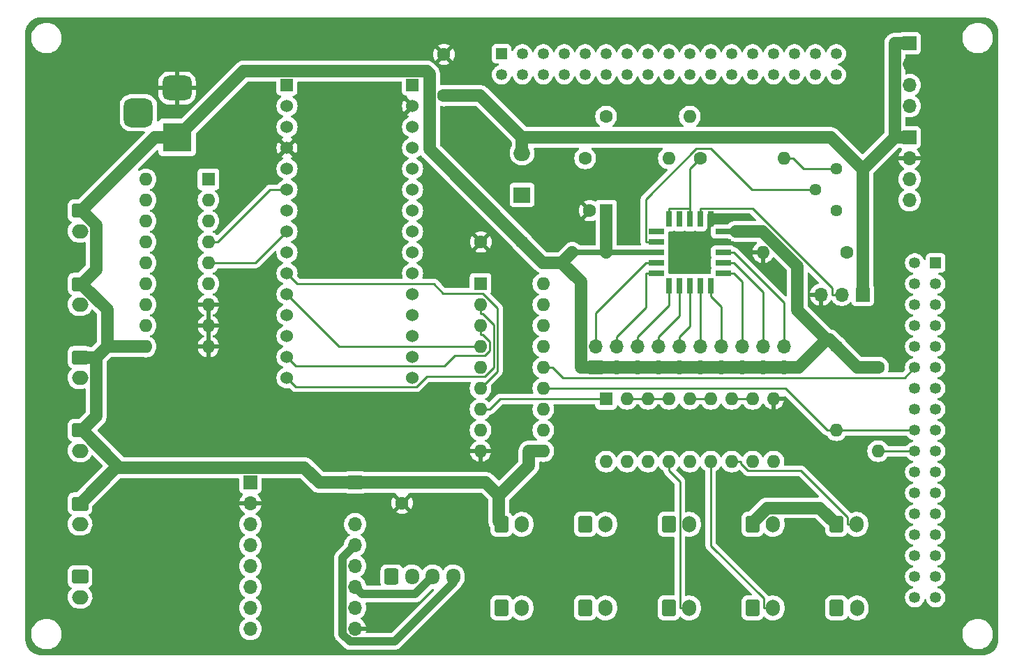
<source format=gbr>
%TF.GenerationSoftware,KiCad,Pcbnew,7.0.2*%
%TF.CreationDate,2023-10-03T23:20:48+09:00*%
%TF.ProjectId,EleMagDriver,456c654d-6167-4447-9269-7665722e6b69,rev?*%
%TF.SameCoordinates,Original*%
%TF.FileFunction,Copper,L1,Top*%
%TF.FilePolarity,Positive*%
%FSLAX46Y46*%
G04 Gerber Fmt 4.6, Leading zero omitted, Abs format (unit mm)*
G04 Created by KiCad (PCBNEW 7.0.2) date 2023-10-03 23:20:48*
%MOMM*%
%LPD*%
G01*
G04 APERTURE LIST*
G04 Aperture macros list*
%AMRoundRect*
0 Rectangle with rounded corners*
0 $1 Rounding radius*
0 $2 $3 $4 $5 $6 $7 $8 $9 X,Y pos of 4 corners*
0 Add a 4 corners polygon primitive as box body*
4,1,4,$2,$3,$4,$5,$6,$7,$8,$9,$2,$3,0*
0 Add four circle primitives for the rounded corners*
1,1,$1+$1,$2,$3*
1,1,$1+$1,$4,$5*
1,1,$1+$1,$6,$7*
1,1,$1+$1,$8,$9*
0 Add four rect primitives between the rounded corners*
20,1,$1+$1,$2,$3,$4,$5,0*
20,1,$1+$1,$4,$5,$6,$7,0*
20,1,$1+$1,$6,$7,$8,$9,0*
20,1,$1+$1,$8,$9,$2,$3,0*%
G04 Aperture macros list end*
%TA.AperFunction,ComponentPad*%
%ADD10C,1.600000*%
%TD*%
%TA.AperFunction,ComponentPad*%
%ADD11O,1.600000X1.600000*%
%TD*%
%TA.AperFunction,ComponentPad*%
%ADD12RoundRect,0.250000X-0.750000X0.600000X-0.750000X-0.600000X0.750000X-0.600000X0.750000X0.600000X0*%
%TD*%
%TA.AperFunction,ComponentPad*%
%ADD13O,2.000000X1.700000*%
%TD*%
%TA.AperFunction,ComponentPad*%
%ADD14R,1.700000X1.700000*%
%TD*%
%TA.AperFunction,ComponentPad*%
%ADD15O,1.700000X1.700000*%
%TD*%
%TA.AperFunction,ComponentPad*%
%ADD16C,1.440000*%
%TD*%
%TA.AperFunction,SMDPad,CuDef*%
%ADD17R,1.925000X0.700000*%
%TD*%
%TA.AperFunction,SMDPad,CuDef*%
%ADD18R,0.700000X1.925000*%
%TD*%
%TA.AperFunction,ComponentPad*%
%ADD19RoundRect,0.250000X-0.600000X-0.750000X0.600000X-0.750000X0.600000X0.750000X-0.600000X0.750000X0*%
%TD*%
%TA.AperFunction,ComponentPad*%
%ADD20O,1.700000X2.000000*%
%TD*%
%TA.AperFunction,ComponentPad*%
%ADD21R,1.600000X1.600000*%
%TD*%
%TA.AperFunction,ComponentPad*%
%ADD22RoundRect,0.250000X-0.600000X-0.725000X0.600000X-0.725000X0.600000X0.725000X-0.600000X0.725000X0*%
%TD*%
%TA.AperFunction,ComponentPad*%
%ADD23O,1.700000X1.950000*%
%TD*%
%TA.AperFunction,ComponentPad*%
%ADD24R,1.530000X1.530000*%
%TD*%
%TA.AperFunction,ComponentPad*%
%ADD25C,1.530000*%
%TD*%
%TA.AperFunction,ComponentPad*%
%ADD26R,1.350000X1.350000*%
%TD*%
%TA.AperFunction,ComponentPad*%
%ADD27C,1.350000*%
%TD*%
%TA.AperFunction,ComponentPad*%
%ADD28R,3.500000X3.500000*%
%TD*%
%TA.AperFunction,ComponentPad*%
%ADD29RoundRect,0.750000X-1.000000X0.750000X-1.000000X-0.750000X1.000000X-0.750000X1.000000X0.750000X0*%
%TD*%
%TA.AperFunction,ComponentPad*%
%ADD30RoundRect,0.875000X-0.875000X0.875000X-0.875000X-0.875000X0.875000X-0.875000X0.875000X0.875000X0*%
%TD*%
%TA.AperFunction,ComponentPad*%
%ADD31R,2.000000X1.905000*%
%TD*%
%TA.AperFunction,ComponentPad*%
%ADD32O,2.000000X1.905000*%
%TD*%
%TA.AperFunction,Conductor*%
%ADD33C,1.500000*%
%TD*%
%TA.AperFunction,Conductor*%
%ADD34C,0.699800*%
%TD*%
%TA.AperFunction,Conductor*%
%ADD35C,0.250000*%
%TD*%
%TA.AperFunction,Conductor*%
%ADD36C,1.000000*%
%TD*%
G04 APERTURE END LIST*
D10*
%TO.P,R6,1*%
%TO.N,+12V*%
X199390000Y-90170000D03*
D11*
%TO.P,R6,2*%
%TO.N,Net-(IC2-O6)*%
X199390000Y-100330000D03*
%TD*%
D12*
%TO.P,J8,1,Pin_1*%
%TO.N,+12V*%
X107590000Y-91480000D03*
D13*
%TO.P,J8,2,Pin_2*%
%TO.N,Net-(IC1-O3)*%
X107590000Y-93980000D03*
%TD*%
D10*
%TO.P,C2,1*%
%TO.N,+12V*%
X161250000Y-77470000D03*
%TO.P,C2,2*%
%TO.N,GND*%
X156250000Y-77470000D03*
%TD*%
D12*
%TO.P,J6,1,Pin_1*%
%TO.N,+12V*%
X107590000Y-73680000D03*
D13*
%TO.P,J6,2,Pin_2*%
%TO.N,Net-(IC1-O1)*%
X107590000Y-76180000D03*
%TD*%
D14*
%TO.P,J4,1,Pin_1*%
%TO.N,+12V*%
X140995000Y-106680000D03*
D15*
%TO.P,J4,2,Pin_2*%
%TO.N,GND*%
X140995000Y-109220000D03*
%TO.P,J4,3,Pin_3*%
%TO.N,/Motor_OutA*%
X140995000Y-111760000D03*
%TO.P,J4,4,Pin_4*%
%TO.N,/Motor_OutAN*%
X140995000Y-114300000D03*
%TO.P,J4,5,Pin_5*%
%TO.N,/Motor_OutB*%
X140995000Y-116840000D03*
%TO.P,J4,6,Pin_6*%
%TO.N,/Motor_OutBN*%
X140995000Y-119380000D03*
%TO.P,J4,7,Pin_7*%
%TO.N,unconnected-(J4-Pin_7-Pad7)*%
X140995000Y-121920000D03*
%TO.P,J4,8,Pin_8*%
%TO.N,GND*%
X140995000Y-124460000D03*
%TD*%
D16*
%TO.P,RV1,1,1*%
%TO.N,Net-(R1-Pad2)*%
X199390000Y-68580000D03*
%TO.P,RV1,2,2*%
%TO.N,Net-(U1-REFADJ)*%
X196850000Y-71120000D03*
%TO.P,RV1,3,3*%
%TO.N,Net-(R2-Pad1)*%
X199390000Y-73660000D03*
%TD*%
D17*
%TO.P,U1,1,LED1*%
%TO.N,Net-(J2-Pin_20)*%
X185662500Y-78740000D03*
%TO.P,U1,2,V-*%
%TO.N,GND*%
X185662500Y-77470000D03*
%TO.P,U1,3,V+*%
%TO.N,+12V*%
X185662500Y-76200000D03*
D18*
%TO.P,U1,4,RLO*%
%TO.N,GND*%
X184150000Y-74687500D03*
%TO.P,U1,5,SIG*%
%TO.N,Net-(J1-Pin_2)*%
X182880000Y-74687500D03*
%TO.P,U1,6,RHI*%
%TO.N,Net-(U1-REFOUT)*%
X181610000Y-74687500D03*
%TO.P,U1,7,NC*%
%TO.N,unconnected-(U1-NC-Pad7)*%
X180340000Y-74687500D03*
%TO.P,U1,8,REFOUT*%
%TO.N,Net-(U1-REFOUT)*%
X179070000Y-74687500D03*
D17*
%TO.P,U1,9,NC*%
%TO.N,unconnected-(U1-NC-Pad9)*%
X177557500Y-76200000D03*
%TO.P,U1,10,REFADJ*%
%TO.N,Net-(U1-REFADJ)*%
X177557500Y-77470000D03*
%TO.P,U1,11,MODE*%
%TO.N,+12V*%
X177557500Y-78740000D03*
%TO.P,U1,12,LED10*%
%TO.N,Net-(J2-Pin_2)*%
X177557500Y-80010000D03*
%TO.P,U1,13,LED9*%
%TO.N,Net-(J2-Pin_4)*%
X177557500Y-81280000D03*
D18*
%TO.P,U1,14,LED8*%
%TO.N,Net-(J2-Pin_6)*%
X179070000Y-82792500D03*
%TO.P,U1,15,LED7*%
%TO.N,Net-(J2-Pin_8)*%
X180340000Y-82792500D03*
%TO.P,U1,16,LED6*%
%TO.N,Net-(J2-Pin_10)*%
X181610000Y-82792500D03*
%TO.P,U1,17,LED5*%
%TO.N,Net-(J2-Pin_12)*%
X182880000Y-82792500D03*
%TO.P,U1,18,LED4*%
%TO.N,Net-(J2-Pin_14)*%
X184150000Y-82792500D03*
D17*
%TO.P,U1,19,LED3*%
%TO.N,Net-(J2-Pin_16)*%
X185662500Y-81280000D03*
%TO.P,U1,20,LED2*%
%TO.N,Net-(J2-Pin_18)*%
X185662500Y-80010000D03*
%TD*%
D19*
%TO.P,J18,1,Pin_1*%
%TO.N,+12V*%
X189230000Y-111760000D03*
D20*
%TO.P,J18,2,Pin_2*%
%TO.N,Net-(IC3-O5)*%
X191730000Y-111760000D03*
%TD*%
D14*
%TO.P,J24,1,Pin_1*%
%TO.N,+5V*%
X208280000Y-53340000D03*
D15*
%TO.P,J24,2,Pin_2*%
%TO.N,GND*%
X208280000Y-55880000D03*
%TO.P,J24,3,Pin_3*%
%TO.N,unconnected-(J24-Pin_3-Pad3)*%
X208280000Y-58420000D03*
%TO.P,J24,4,Pin_4*%
%TO.N,unconnected-(J24-Pin_4-Pad4)*%
X208280000Y-60960000D03*
%TD*%
D12*
%TO.P,J9,1,Pin_1*%
%TO.N,+12V*%
X107590000Y-100350000D03*
D13*
%TO.P,J9,2,Pin_2*%
%TO.N,Net-(IC1-O4)*%
X107590000Y-102850000D03*
%TD*%
D21*
%TO.P,C4,1*%
%TO.N,+12V*%
X146685000Y-106680000D03*
D10*
%TO.P,C4,2*%
%TO.N,GND*%
X146685000Y-109180000D03*
%TD*%
D14*
%TO.P,J26,1,Pin_1*%
%TO.N,+5V*%
X208280000Y-64770000D03*
D15*
%TO.P,J26,2,Pin_2*%
%TO.N,GND*%
X208280000Y-67310000D03*
%TO.P,J26,3,Pin_3*%
%TO.N,unconnected-(J26-Pin_3-Pad3)*%
X208280000Y-69850000D03*
%TO.P,J26,4,Pin_4*%
%TO.N,unconnected-(J26-Pin_4-Pad4)*%
X208280000Y-72390000D03*
%TD*%
D22*
%TO.P,J5,1,Pin_1*%
%TO.N,/Motor_OutA*%
X145415000Y-118110000D03*
D23*
%TO.P,J5,2,Pin_2*%
%TO.N,/Motor_OutB*%
X147915000Y-118110000D03*
%TO.P,J5,3,Pin_3*%
%TO.N,/Motor_OutBN*%
X150415000Y-118110000D03*
%TO.P,J5,4,Pin_4*%
%TO.N,/Motor_OutAN*%
X152915000Y-118110000D03*
%TD*%
D12*
%TO.P,J10,1,Pin_1*%
%TO.N,+12V*%
X107590000Y-109260000D03*
D13*
%TO.P,J10,2,Pin_2*%
%TO.N,Net-(IC1-O5)*%
X107590000Y-111760000D03*
%TD*%
D19*
%TO.P,J19,1,Pin_1*%
%TO.N,+12V*%
X189230000Y-121920000D03*
D20*
%TO.P,J19,2,Pin_2*%
%TO.N,Net-(IC3-O6)*%
X191730000Y-121920000D03*
%TD*%
D12*
%TO.P,J7,1,Pin_1*%
%TO.N,+12V*%
X107590000Y-82590000D03*
D13*
%TO.P,J7,2,Pin_2*%
%TO.N,Net-(IC1-O2)*%
X107590000Y-85090000D03*
%TD*%
D24*
%TO.P,U2,3_1,PA9*%
%TO.N,/Guitar1*%
X132715000Y-58420000D03*
D25*
%TO.P,U2,3_2,PA10*%
%TO.N,/Guitar2*%
X132715000Y-60960000D03*
%TO.P,U2,3_3,NRST_1*%
%TO.N,unconnected-(U2A-NRST_1-Pad3_3)*%
X132715000Y-63500000D03*
%TO.P,U2,3_4,GND_1*%
%TO.N,GND*%
X132715000Y-66040000D03*
%TO.P,U2,3_5,PA12*%
%TO.N,/Guitar3*%
X132715000Y-68580000D03*
%TO.P,U2,3_6,PB0*%
%TO.N,/Guitar4*%
X132715000Y-71120000D03*
%TO.P,U2,3_7,PB7*%
%TO.N,/Guitar6*%
X132715000Y-73660000D03*
%TO.P,U2,3_8,PB6*%
%TO.N,/Guitar5*%
X132715000Y-76200000D03*
%TO.P,U2,3_9,PB1*%
%TO.N,unconnected-(U2A-PB1-Pad3_9)*%
X132715000Y-78740000D03*
%TO.P,U2,3_10,PF0*%
%TO.N,/Direction2*%
X132715000Y-81280000D03*
%TO.P,U2,3_11,PF1*%
%TO.N,/Step2*%
X132715000Y-83820000D03*
%TO.P,U2,3_12,PA8*%
%TO.N,Net-(J3-Pin_7)*%
X132715000Y-86360000D03*
%TO.P,U2,3_13,PA11*%
%TO.N,unconnected-(U2A-PA11-Pad3_13)*%
X132715000Y-88900000D03*
%TO.P,U2,3_14,PB5*%
%TO.N,/Direction1*%
X132715000Y-91440000D03*
%TO.P,U2,3_15,PB4*%
%TO.N,/Step1*%
X132715000Y-93980000D03*
D24*
%TO.P,U2,4_1,VIN*%
%TO.N,unconnected-(U2B-VIN-Pad4_1)*%
X147955000Y-58420000D03*
D25*
%TO.P,U2,4_2,GND_2*%
%TO.N,GND*%
X147955000Y-60960000D03*
%TO.P,U2,4_3,NRST_2*%
%TO.N,unconnected-(U2B-NRST_2-Pad4_3)*%
X147955000Y-63500000D03*
%TO.P,U2,4_4,+5V*%
%TO.N,unconnected-(U2B-+5V-Pad4_4)*%
X147955000Y-66040000D03*
%TO.P,U2,4_5,PA2*%
%TO.N,unconnected-(U2B-PA2-Pad4_5)*%
X147955000Y-68580000D03*
%TO.P,U2,4_6,PA7*%
%TO.N,unconnected-(U2B-PA7-Pad4_6)*%
X147955000Y-71120000D03*
%TO.P,U2,4_7,PA6*%
%TO.N,unconnected-(U2B-PA6-Pad4_7)*%
X147955000Y-73660000D03*
%TO.P,U2,4_8,PA5*%
%TO.N,unconnected-(U2B-PA5-Pad4_8)*%
X147955000Y-76200000D03*
%TO.P,U2,4_9,PA4*%
%TO.N,/Relay4*%
X147955000Y-78740000D03*
%TO.P,U2,4_10,PA3*%
%TO.N,/Relay3*%
X147955000Y-81280000D03*
%TO.P,U2,4_11,PA1*%
%TO.N,/Relay2*%
X147955000Y-83820000D03*
%TO.P,U2,4_12,PA0*%
%TO.N,/Relay1*%
X147955000Y-86360000D03*
%TO.P,U2,4_13,AREF*%
%TO.N,unconnected-(U2B-AREF-Pad4_13)*%
X147955000Y-88900000D03*
%TO.P,U2,4_14,+3V3*%
%TO.N,unconnected-(U2B-+3V3-Pad4_14)*%
X147955000Y-91440000D03*
%TO.P,U2,4_15,PB3*%
%TO.N,unconnected-(U2B-PB3-Pad4_15)*%
X147955000Y-93980000D03*
%TD*%
D19*
%TO.P,J12,1,Pin_1*%
%TO.N,+12V*%
X158750000Y-111760000D03*
D20*
%TO.P,J12,2,Pin_2*%
%TO.N,Net-(IC2-O7)*%
X161250000Y-111760000D03*
%TD*%
D10*
%TO.P,R2,1*%
%TO.N,Net-(R2-Pad1)*%
X200660000Y-78740000D03*
D11*
%TO.P,R2,2*%
%TO.N,GND*%
X190500000Y-78740000D03*
%TD*%
D10*
%TO.P,R5,1*%
%TO.N,+12V*%
X204470000Y-92710000D03*
D11*
%TO.P,R5,2*%
%TO.N,Net-(IC2-O4)*%
X204470000Y-102870000D03*
%TD*%
D26*
%TO.P,J25,1,Pin_1*%
%TO.N,unconnected-(J25-Pin_1-Pad1)*%
X211455000Y-80010000D03*
D27*
%TO.P,J25,2,Pin_2*%
%TO.N,unconnected-(J25-Pin_2-Pad2)*%
X208915000Y-80010000D03*
%TO.P,J25,3,Pin_3*%
%TO.N,unconnected-(J25-Pin_3-Pad3)*%
X211455000Y-82550000D03*
%TO.P,J25,4,Pin_4*%
%TO.N,unconnected-(J25-Pin_4-Pad4)*%
X208915000Y-82550000D03*
%TO.P,J25,5,Pin_5*%
%TO.N,unconnected-(J25-Pin_5-Pad5)*%
X211455000Y-85090000D03*
%TO.P,J25,6,Pin_6*%
%TO.N,unconnected-(J25-Pin_6-Pad6)*%
X208915000Y-85090000D03*
%TO.P,J25,7,Pin_7*%
%TO.N,unconnected-(J25-Pin_7-Pad7)*%
X211455000Y-87630000D03*
%TO.P,J25,8,Pin_8*%
%TO.N,unconnected-(J25-Pin_8-Pad8)*%
X208915000Y-87630000D03*
%TO.P,J25,9,Pin_9*%
%TO.N,unconnected-(J25-Pin_9-Pad9)*%
X211455000Y-90170000D03*
%TO.P,J25,10,Pin_10*%
%TO.N,unconnected-(J25-Pin_10-Pad10)*%
X208915000Y-90170000D03*
%TO.P,J25,11,Pin_11*%
%TO.N,unconnected-(J25-Pin_11-Pad11)*%
X211455000Y-92710000D03*
%TO.P,J25,12,Pin_12*%
%TO.N,Net-(IC2-O5)*%
X208915000Y-92710000D03*
%TO.P,J25,13,Pin_13*%
%TO.N,unconnected-(J25-Pin_13-Pad13)*%
X211455000Y-95250000D03*
%TO.P,J25,14,Pin_14*%
%TO.N,unconnected-(J25-Pin_14-Pad14)*%
X208915000Y-95250000D03*
%TO.P,J25,15,Pin_15*%
%TO.N,unconnected-(J25-Pin_15-Pad15)*%
X211455000Y-97790000D03*
%TO.P,J25,16,Pin_16*%
%TO.N,unconnected-(J25-Pin_16-Pad16)*%
X208915000Y-97790000D03*
%TO.P,J25,17,Pin_17*%
%TO.N,unconnected-(J25-Pin_17-Pad17)*%
X211455000Y-100330000D03*
%TO.P,J25,18,Pin_18*%
%TO.N,Net-(IC2-O6)*%
X208915000Y-100330000D03*
%TO.P,J25,19,Pin_19*%
%TO.N,unconnected-(J25-Pin_19-Pad19)*%
X211455000Y-102870000D03*
%TO.P,J25,20,Pin_20*%
%TO.N,Net-(IC2-O4)*%
X208915000Y-102870000D03*
%TO.P,J25,21,Pin_21*%
%TO.N,unconnected-(J25-Pin_21-Pad21)*%
X211455000Y-105410000D03*
%TO.P,J25,22,Pin_22*%
%TO.N,unconnected-(J25-Pin_22-Pad22)*%
X208915000Y-105410000D03*
%TO.P,J25,23,Pin_23*%
%TO.N,unconnected-(J25-Pin_23-Pad23)*%
X211455000Y-107950000D03*
%TO.P,J25,24,Pin_24*%
%TO.N,unconnected-(J25-Pin_24-Pad24)*%
X208915000Y-107950000D03*
%TO.P,J25,25,Pin_25*%
%TO.N,unconnected-(J25-Pin_25-Pad25)*%
X211455000Y-110490000D03*
%TO.P,J25,26,Pin_26*%
%TO.N,unconnected-(J25-Pin_26-Pad26)*%
X208915000Y-110490000D03*
%TO.P,J25,27,Pin_27*%
%TO.N,unconnected-(J25-Pin_27-Pad27)*%
X211455000Y-113030000D03*
%TO.P,J25,28,Pin_28*%
%TO.N,unconnected-(J25-Pin_28-Pad28)*%
X208915000Y-113030000D03*
%TO.P,J25,29,Pin_29*%
%TO.N,unconnected-(J25-Pin_29-Pad29)*%
X211455000Y-115570000D03*
%TO.P,J25,30,Pin_30*%
%TO.N,unconnected-(J25-Pin_30-Pad30)*%
X208915000Y-115570000D03*
%TO.P,J25,31,Pin_31*%
%TO.N,unconnected-(J25-Pin_31-Pad31)*%
X211455000Y-118110000D03*
%TO.P,J25,32,Pin_32*%
%TO.N,unconnected-(J25-Pin_32-Pad32)*%
X208915000Y-118110000D03*
%TO.P,J25,33,Pin_33*%
%TO.N,unconnected-(J25-Pin_33-Pad33)*%
X211455000Y-120650000D03*
%TO.P,J25,34,Pin_34*%
%TO.N,unconnected-(J25-Pin_34-Pad34)*%
X208915000Y-120650000D03*
%TD*%
D10*
%TO.P,R1,1*%
%TO.N,Net-(U1-REFOUT)*%
X182880000Y-67310000D03*
D11*
%TO.P,R1,2*%
%TO.N,Net-(R1-Pad2)*%
X193040000Y-67310000D03*
%TD*%
D19*
%TO.P,J21,1,Pin_1*%
%TO.N,+12V*%
X199430000Y-121920000D03*
D20*
%TO.P,J21,2,Pin_2*%
%TO.N,Net-(IC3-O8)*%
X201930000Y-121920000D03*
%TD*%
D10*
%TO.P,R4,1*%
%TO.N,+12V*%
X168910000Y-67310000D03*
D11*
%TO.P,R4,2*%
%TO.N,Net-(IC2-O3)*%
X179070000Y-67310000D03*
%TD*%
D28*
%TO.P,J22,1*%
%TO.N,+12V*%
X119380000Y-64770000D03*
D29*
%TO.P,J22,2*%
%TO.N,GND*%
X119380000Y-58770000D03*
D30*
%TO.P,J22,3*%
%TO.N,N/C*%
X114680000Y-61770000D03*
%TD*%
D19*
%TO.P,J13,1,Pin_1*%
%TO.N,+12V*%
X158750000Y-121920000D03*
D20*
%TO.P,J13,2,Pin_2*%
%TO.N,Net-(IC2-O8)*%
X161250000Y-121920000D03*
%TD*%
D19*
%TO.P,J20,1,Pin_1*%
%TO.N,+12V*%
X199390000Y-111760000D03*
D20*
%TO.P,J20,2,Pin_2*%
%TO.N,Net-(IC3-O7)*%
X201890000Y-111760000D03*
%TD*%
D19*
%TO.P,J15,1,Pin_1*%
%TO.N,+12V*%
X168910000Y-121920000D03*
D20*
%TO.P,J15,2,Pin_2*%
%TO.N,Net-(IC3-O2)*%
X171410000Y-121920000D03*
%TD*%
D10*
%TO.P,C3,1*%
%TO.N,+5V*%
X151765000Y-59690000D03*
%TO.P,C3,2*%
%TO.N,GND*%
X151765000Y-54690000D03*
%TD*%
D19*
%TO.P,J14,1,Pin_1*%
%TO.N,+12V*%
X168910000Y-111760000D03*
D20*
%TO.P,J14,2,Pin_2*%
%TO.N,Net-(IC3-O1)*%
X171410000Y-111760000D03*
%TD*%
D14*
%TO.P,J2,1,Pin_1*%
%TO.N,+12V*%
X170180000Y-92710000D03*
D15*
%TO.P,J2,2,Pin_2*%
%TO.N,Net-(J2-Pin_2)*%
X170180000Y-90170000D03*
%TO.P,J2,3,Pin_3*%
%TO.N,+12V*%
X172720000Y-92710000D03*
%TO.P,J2,4,Pin_4*%
%TO.N,Net-(J2-Pin_4)*%
X172720000Y-90170000D03*
%TO.P,J2,5,Pin_5*%
%TO.N,+12V*%
X175260000Y-92710000D03*
%TO.P,J2,6,Pin_6*%
%TO.N,Net-(J2-Pin_6)*%
X175260000Y-90170000D03*
%TO.P,J2,7,Pin_7*%
%TO.N,+12V*%
X177800000Y-92710000D03*
%TO.P,J2,8,Pin_8*%
%TO.N,Net-(J2-Pin_8)*%
X177800000Y-90170000D03*
%TO.P,J2,9,Pin_9*%
%TO.N,+12V*%
X180340000Y-92710000D03*
%TO.P,J2,10,Pin_10*%
%TO.N,Net-(J2-Pin_10)*%
X180340000Y-90170000D03*
%TO.P,J2,11,Pin_11*%
%TO.N,+12V*%
X182880000Y-92710000D03*
%TO.P,J2,12,Pin_12*%
%TO.N,Net-(J2-Pin_12)*%
X182880000Y-90170000D03*
%TO.P,J2,13,Pin_13*%
%TO.N,+12V*%
X185420000Y-92710000D03*
%TO.P,J2,14,Pin_14*%
%TO.N,Net-(J2-Pin_14)*%
X185420000Y-90170000D03*
%TO.P,J2,15,Pin_15*%
%TO.N,+12V*%
X187960000Y-92710000D03*
%TO.P,J2,16,Pin_16*%
%TO.N,Net-(J2-Pin_16)*%
X187960000Y-90170000D03*
%TO.P,J2,17,Pin_17*%
%TO.N,+12V*%
X190500000Y-92710000D03*
%TO.P,J2,18,Pin_18*%
%TO.N,Net-(J2-Pin_18)*%
X190500000Y-90170000D03*
%TO.P,J2,19,Pin_19*%
%TO.N,+12V*%
X193040000Y-92710000D03*
%TO.P,J2,20,Pin_20*%
%TO.N,Net-(J2-Pin_20)*%
X193040000Y-90170000D03*
%TD*%
D14*
%TO.P,J3,1,Pin_1*%
%TO.N,+5V*%
X128270000Y-106680000D03*
D15*
%TO.P,J3,2,Pin_2*%
%TO.N,GND*%
X128270000Y-109220000D03*
%TO.P,J3,3,Pin_3*%
%TO.N,+5V*%
X128270000Y-111760000D03*
%TO.P,J3,4,Pin_4*%
%TO.N,unconnected-(J3-Pin_4-Pad4)*%
X128270000Y-114300000D03*
%TO.P,J3,5,Pin_5*%
%TO.N,unconnected-(J3-Pin_5-Pad5)*%
X128270000Y-116840000D03*
%TO.P,J3,6,Pin_6*%
%TO.N,+5V*%
X128270000Y-119380000D03*
%TO.P,J3,7,Pin_7*%
%TO.N,Net-(J3-Pin_7)*%
X128270000Y-121920000D03*
%TO.P,J3,8,Pin_8*%
%TO.N,+5V*%
X128270000Y-124460000D03*
%TD*%
D26*
%TO.P,J23,1,Pin_1*%
%TO.N,unconnected-(J23-Pin_1-Pad1)*%
X158750000Y-54610000D03*
D27*
%TO.P,J23,2,Pin_2*%
%TO.N,unconnected-(J23-Pin_2-Pad2)*%
X158750000Y-57150000D03*
%TO.P,J23,3,Pin_3*%
%TO.N,unconnected-(J23-Pin_3-Pad3)*%
X161290000Y-54610000D03*
%TO.P,J23,4,Pin_4*%
%TO.N,unconnected-(J23-Pin_4-Pad4)*%
X161290000Y-57150000D03*
%TO.P,J23,5,Pin_5*%
%TO.N,unconnected-(J23-Pin_5-Pad5)*%
X163830000Y-54610000D03*
%TO.P,J23,6,Pin_6*%
%TO.N,unconnected-(J23-Pin_6-Pad6)*%
X163830000Y-57150000D03*
%TO.P,J23,7,Pin_7*%
%TO.N,unconnected-(J23-Pin_7-Pad7)*%
X166370000Y-54610000D03*
%TO.P,J23,8,Pin_8*%
%TO.N,unconnected-(J23-Pin_8-Pad8)*%
X166370000Y-57150000D03*
%TO.P,J23,9,Pin_9*%
%TO.N,unconnected-(J23-Pin_9-Pad9)*%
X168910000Y-54610000D03*
%TO.P,J23,10,Pin_10*%
%TO.N,unconnected-(J23-Pin_10-Pad10)*%
X168910000Y-57150000D03*
%TO.P,J23,11,Pin_11*%
%TO.N,unconnected-(J23-Pin_11-Pad11)*%
X171450000Y-54610000D03*
%TO.P,J23,12,Pin_12*%
%TO.N,Net-(IC2-O2)*%
X171450000Y-57150000D03*
%TO.P,J23,13,Pin_13*%
%TO.N,unconnected-(J23-Pin_13-Pad13)*%
X173990000Y-54610000D03*
%TO.P,J23,14,Pin_14*%
%TO.N,unconnected-(J23-Pin_14-Pad14)*%
X173990000Y-57150000D03*
%TO.P,J23,15,Pin_15*%
%TO.N,unconnected-(J23-Pin_15-Pad15)*%
X176530000Y-54610000D03*
%TO.P,J23,16,Pin_16*%
%TO.N,unconnected-(J23-Pin_16-Pad16)*%
X176530000Y-57150000D03*
%TO.P,J23,17,Pin_17*%
%TO.N,unconnected-(J23-Pin_17-Pad17)*%
X179070000Y-54610000D03*
%TO.P,J23,18,Pin_18*%
%TO.N,Net-(IC2-O3)*%
X179070000Y-57150000D03*
%TO.P,J23,19,Pin_19*%
%TO.N,unconnected-(J23-Pin_19-Pad19)*%
X181610000Y-54610000D03*
%TO.P,J23,20,Pin_20*%
%TO.N,Net-(IC2-O1)*%
X181610000Y-57150000D03*
%TO.P,J23,21,Pin_21*%
%TO.N,unconnected-(J23-Pin_21-Pad21)*%
X184150000Y-54610000D03*
%TO.P,J23,22,Pin_22*%
%TO.N,unconnected-(J23-Pin_22-Pad22)*%
X184150000Y-57150000D03*
%TO.P,J23,23,Pin_23*%
%TO.N,unconnected-(J23-Pin_23-Pad23)*%
X186690000Y-54610000D03*
%TO.P,J23,24,Pin_24*%
%TO.N,unconnected-(J23-Pin_24-Pad24)*%
X186690000Y-57150000D03*
%TO.P,J23,25,Pin_25*%
%TO.N,unconnected-(J23-Pin_25-Pad25)*%
X189230000Y-54610000D03*
%TO.P,J23,26,Pin_26*%
%TO.N,unconnected-(J23-Pin_26-Pad26)*%
X189230000Y-57150000D03*
%TO.P,J23,27,Pin_27*%
%TO.N,unconnected-(J23-Pin_27-Pad27)*%
X191770000Y-54610000D03*
%TO.P,J23,28,Pin_28*%
%TO.N,unconnected-(J23-Pin_28-Pad28)*%
X191770000Y-57150000D03*
%TO.P,J23,29,Pin_29*%
%TO.N,unconnected-(J23-Pin_29-Pad29)*%
X194310000Y-54610000D03*
%TO.P,J23,30,Pin_30*%
%TO.N,unconnected-(J23-Pin_30-Pad30)*%
X194310000Y-57150000D03*
%TO.P,J23,31,Pin_31*%
%TO.N,unconnected-(J23-Pin_31-Pad31)*%
X196850000Y-54610000D03*
%TO.P,J23,32,Pin_32*%
%TO.N,unconnected-(J23-Pin_32-Pad32)*%
X196850000Y-57150000D03*
%TO.P,J23,33,Pin_33*%
%TO.N,unconnected-(J23-Pin_33-Pad33)*%
X199390000Y-54610000D03*
%TO.P,J23,34,Pin_34*%
%TO.N,unconnected-(J23-Pin_34-Pad34)*%
X199390000Y-57150000D03*
%TD*%
D10*
%TO.P,R3,1*%
%TO.N,+12V*%
X171450000Y-62230000D03*
D11*
%TO.P,R3,2*%
%TO.N,Net-(IC2-O1)*%
X181610000Y-62230000D03*
%TD*%
D21*
%TO.P,C1,1*%
%TO.N,+12V*%
X171450000Y-73660000D03*
D10*
%TO.P,C1,2*%
%TO.N,GND*%
X169450000Y-73660000D03*
%TD*%
D12*
%TO.P,J11,1,Pin_1*%
%TO.N,+12V*%
X107590000Y-118130000D03*
D13*
%TO.P,J11,2,Pin_2*%
%TO.N,Net-(IC1-O6)*%
X107590000Y-120630000D03*
%TD*%
D19*
%TO.P,J17,1,Pin_1*%
%TO.N,+12V*%
X179070000Y-121920000D03*
D20*
%TO.P,J17,2,Pin_2*%
%TO.N,Net-(IC3-O4)*%
X181570000Y-121920000D03*
%TD*%
D31*
%TO.P,U3,1,IN*%
%TO.N,+12V*%
X161250000Y-71755000D03*
D32*
%TO.P,U3,2,GND*%
%TO.N,GND*%
X161250000Y-69215000D03*
%TO.P,U3,3,OUT*%
%TO.N,+5V*%
X161250000Y-66675000D03*
%TD*%
D21*
%TO.P,IC2,1,I1*%
%TO.N,/Step1*%
X156210000Y-82550000D03*
D11*
%TO.P,IC2,2,I2*%
X156210000Y-85090000D03*
%TO.P,IC2,3,I3*%
%TO.N,/Direction1*%
X156210000Y-87630000D03*
%TO.P,IC2,4,I4*%
%TO.N,/Step2*%
X156210000Y-90170000D03*
%TO.P,IC2,5,I5*%
X156210000Y-92710000D03*
%TO.P,IC2,6,I6*%
%TO.N,/Direction2*%
X156210000Y-95250000D03*
%TO.P,IC2,7,I7*%
%TO.N,/Relay1*%
X156210000Y-97790000D03*
%TO.P,IC2,8,I8*%
X156210000Y-100330000D03*
%TO.P,IC2,9,GND*%
%TO.N,GND*%
X156210000Y-102870000D03*
%TO.P,IC2,10,COM*%
%TO.N,+12V*%
X163830000Y-102870000D03*
%TO.P,IC2,11,O8*%
%TO.N,Net-(IC2-O8)*%
X163830000Y-100330000D03*
%TO.P,IC2,12,O7*%
%TO.N,Net-(IC2-O7)*%
X163830000Y-97790000D03*
%TO.P,IC2,13,O6*%
%TO.N,Net-(IC2-O6)*%
X163830000Y-95250000D03*
%TO.P,IC2,14,O5*%
%TO.N,Net-(IC2-O5)*%
X163830000Y-92710000D03*
%TO.P,IC2,15,O4*%
%TO.N,Net-(IC2-O4)*%
X163830000Y-90170000D03*
%TO.P,IC2,16,O3*%
%TO.N,Net-(IC2-O3)*%
X163830000Y-87630000D03*
%TO.P,IC2,17,O2*%
%TO.N,Net-(IC2-O2)*%
X163830000Y-85090000D03*
%TO.P,IC2,18,O1*%
%TO.N,Net-(IC2-O1)*%
X163830000Y-82550000D03*
%TD*%
D19*
%TO.P,J16,1,Pin_1*%
%TO.N,+12V*%
X179070000Y-111760000D03*
D20*
%TO.P,J16,2,Pin_2*%
%TO.N,Net-(IC3-O3)*%
X181570000Y-111760000D03*
%TD*%
D14*
%TO.P,J1,1,Pin_1*%
%TO.N,+5V*%
X202595000Y-83880000D03*
D15*
%TO.P,J1,2,Pin_2*%
%TO.N,Net-(J1-Pin_2)*%
X200055000Y-83880000D03*
%TO.P,J1,3,Pin_3*%
%TO.N,GND*%
X197515000Y-83880000D03*
%TD*%
D21*
%TO.P,IC1,1,I1*%
%TO.N,/Guitar1*%
X123180000Y-69860000D03*
D11*
%TO.P,IC1,2,I2*%
%TO.N,/Guitar2*%
X123180000Y-72400000D03*
%TO.P,IC1,3,I3*%
%TO.N,/Guitar3*%
X123180000Y-74940000D03*
%TO.P,IC1,4,I4*%
%TO.N,/Guitar4*%
X123180000Y-77480000D03*
%TO.P,IC1,5,I5*%
%TO.N,/Guitar5*%
X123180000Y-80020000D03*
%TO.P,IC1,6,I6*%
%TO.N,/Guitar6*%
X123180000Y-82560000D03*
%TO.P,IC1,7,I7*%
%TO.N,GND*%
X123180000Y-85100000D03*
%TO.P,IC1,8,I8*%
X123180000Y-87640000D03*
%TO.P,IC1,9,GND*%
X123180000Y-90180000D03*
%TO.P,IC1,10,COM*%
%TO.N,+12V*%
X115560000Y-90180000D03*
%TO.P,IC1,11,O8*%
%TO.N,unconnected-(IC1-O8-Pad11)*%
X115560000Y-87640000D03*
%TO.P,IC1,12,O7*%
%TO.N,unconnected-(IC1-O7-Pad12)*%
X115560000Y-85100000D03*
%TO.P,IC1,13,O6*%
%TO.N,Net-(IC1-O6)*%
X115560000Y-82560000D03*
%TO.P,IC1,14,O5*%
%TO.N,Net-(IC1-O5)*%
X115560000Y-80020000D03*
%TO.P,IC1,15,O4*%
%TO.N,Net-(IC1-O4)*%
X115560000Y-77480000D03*
%TO.P,IC1,16,O3*%
%TO.N,Net-(IC1-O3)*%
X115560000Y-74940000D03*
%TO.P,IC1,17,O2*%
%TO.N,Net-(IC1-O2)*%
X115560000Y-72400000D03*
%TO.P,IC1,18,O1*%
%TO.N,Net-(IC1-O1)*%
X115560000Y-69860000D03*
%TD*%
D21*
%TO.P,IC3,1,I1*%
%TO.N,/Relay1*%
X171450000Y-96520000D03*
D11*
%TO.P,IC3,2,I2*%
%TO.N,/Relay2*%
X173990000Y-96520000D03*
%TO.P,IC3,3,I3*%
X176530000Y-96520000D03*
%TO.P,IC3,4,I4*%
X179070000Y-96520000D03*
%TO.P,IC3,5,I5*%
%TO.N,/Relay3*%
X181610000Y-96520000D03*
%TO.P,IC3,6,I6*%
X184150000Y-96520000D03*
%TO.P,IC3,7,I7*%
%TO.N,/Relay4*%
X186690000Y-96520000D03*
%TO.P,IC3,8,I8*%
X189230000Y-96520000D03*
%TO.P,IC3,9,GND*%
%TO.N,GND*%
X191770000Y-96520000D03*
%TO.P,IC3,10,COM*%
%TO.N,+12V*%
X191770000Y-104140000D03*
%TO.P,IC3,11,O8*%
%TO.N,Net-(IC3-O8)*%
X189230000Y-104140000D03*
%TO.P,IC3,12,O7*%
%TO.N,Net-(IC3-O7)*%
X186690000Y-104140000D03*
%TO.P,IC3,13,O6*%
%TO.N,Net-(IC3-O6)*%
X184150000Y-104140000D03*
%TO.P,IC3,14,O5*%
%TO.N,Net-(IC3-O5)*%
X181610000Y-104140000D03*
%TO.P,IC3,15,O4*%
%TO.N,Net-(IC3-O4)*%
X179070000Y-104140000D03*
%TO.P,IC3,16,O3*%
%TO.N,Net-(IC3-O3)*%
X176530000Y-104140000D03*
%TO.P,IC3,17,O2*%
%TO.N,Net-(IC3-O2)*%
X173990000Y-104140000D03*
%TO.P,IC3,18,O1*%
%TO.N,Net-(IC3-O1)*%
X171450000Y-104140000D03*
%TD*%
D33*
%TO.N,+12V*%
X170180000Y-92710000D02*
X168379700Y-92710000D01*
X146685000Y-106680000D02*
X156840200Y-106680000D01*
X109540400Y-80843400D02*
X107793800Y-82590000D01*
X163785100Y-80005100D02*
X166075400Y-80005100D01*
D34*
X167340500Y-78740000D02*
X171450000Y-78740000D01*
D33*
X194648200Y-85773900D02*
X194648200Y-80397300D01*
X107786300Y-73680000D02*
X109540400Y-75434100D01*
X194840300Y-92710000D02*
X198212300Y-89338000D01*
X107590000Y-73680000D02*
X107786300Y-73680000D01*
X136629700Y-106680000D02*
X146685000Y-106680000D01*
X166075400Y-80005100D02*
X168379700Y-82309400D01*
X150015000Y-66235000D02*
X150015000Y-57050000D01*
X166075400Y-80005100D02*
X167340500Y-78740000D01*
X198558000Y-89338000D02*
X199390000Y-90170000D01*
X111970300Y-104456400D02*
X107863900Y-100350000D01*
X109560200Y-98653700D02*
X109560200Y-91480000D01*
X193040000Y-92710000D02*
X194840300Y-92710000D01*
X114234800Y-90180000D02*
X110879500Y-90180000D01*
X110879500Y-90180000D02*
X109579500Y-91480000D01*
X199390000Y-111760000D02*
X197401100Y-109771100D01*
X185420000Y-92710000D02*
X182880000Y-92710000D01*
X161250000Y-77470000D02*
X163785100Y-80005100D01*
X107863900Y-100350000D02*
X107590000Y-100350000D01*
X190450900Y-76200000D02*
X187175200Y-76200000D01*
X161250000Y-77470000D02*
X150015000Y-66235000D01*
X116679700Y-64786600D02*
X116679700Y-64770000D01*
X109560200Y-91480000D02*
X107590000Y-91480000D01*
X115560000Y-90180000D02*
X114234800Y-90180000D01*
X109540400Y-75434100D02*
X109540400Y-80843400D01*
X190500000Y-92710000D02*
X193040000Y-92710000D01*
X198212300Y-89338000D02*
X194648200Y-85773900D01*
X109579500Y-91480000D02*
X109560200Y-91480000D01*
X158750000Y-111760000D02*
X158430100Y-111440100D01*
X189230000Y-111559100D02*
X189230000Y-111760000D01*
X110879500Y-90180000D02*
X110879500Y-85675700D01*
X168379700Y-82309400D02*
X168379700Y-92710000D01*
X175260000Y-92710000D02*
X172720000Y-92710000D01*
X107793800Y-82590000D02*
X107590000Y-82590000D01*
X171450000Y-73660000D02*
X171450000Y-75410300D01*
X177800000Y-92710000D02*
X175260000Y-92710000D01*
X110879500Y-85675700D02*
X107793800Y-82590000D01*
X197401100Y-109771100D02*
X191018000Y-109771100D01*
X127445000Y-56705000D02*
X119380000Y-64770000D01*
X111970300Y-104879700D02*
X111970300Y-104456400D01*
X111970300Y-104879700D02*
X134829400Y-104879700D01*
X187960000Y-92710000D02*
X185420000Y-92710000D01*
X150015000Y-57050000D02*
X149670000Y-56705000D01*
X204470000Y-92710000D02*
X201930000Y-92710000D01*
X191018000Y-109771100D02*
X189230000Y-111559100D01*
X134829400Y-104879700D02*
X136629700Y-106680000D01*
X162079700Y-102870000D02*
X162079700Y-104620300D01*
X119380000Y-64770000D02*
X116679700Y-64770000D01*
X198212300Y-89338000D02*
X198558000Y-89338000D01*
X171450000Y-78740000D02*
X171450000Y-75410300D01*
X194648200Y-80397300D02*
X190450900Y-76200000D01*
X107786300Y-73680000D02*
X116679700Y-64786600D01*
X107863900Y-100350000D02*
X109560200Y-98653700D01*
X190500000Y-92710000D02*
X187960000Y-92710000D01*
X182880000Y-92710000D02*
X180340000Y-92710000D01*
X156840200Y-106680000D02*
X158430100Y-108269900D01*
D34*
X171450000Y-78740000D02*
X177557500Y-78740000D01*
D33*
X162079700Y-104620300D02*
X158430100Y-108269900D01*
X107590000Y-109260000D02*
X111970300Y-104879700D01*
X172720000Y-92710000D02*
X170180000Y-92710000D01*
X158430100Y-111440100D02*
X158430100Y-108269900D01*
X180340000Y-92710000D02*
X177800000Y-92710000D01*
D34*
X185662500Y-76200000D02*
X187175200Y-76200000D01*
D33*
X149670000Y-56705000D02*
X127445000Y-56705000D01*
X201930000Y-92710000D02*
X199390000Y-90170000D01*
X163830000Y-102870000D02*
X162079700Y-102870000D01*
%TO.N,+5V*%
X156167800Y-59690000D02*
X161250000Y-64772200D01*
X161250000Y-66675000D02*
X161250000Y-64772200D01*
X198712500Y-64772200D02*
X202595000Y-68654700D01*
X151765000Y-59690000D02*
X156167800Y-59690000D01*
X161250000Y-64772200D02*
X198712500Y-64772200D01*
X202595000Y-68654700D02*
X206479700Y-64770000D01*
X208280000Y-64770000D02*
X206479700Y-64770000D01*
X202595000Y-83880000D02*
X202595000Y-68654700D01*
X206479700Y-64770000D02*
X206479700Y-53340000D01*
X208280000Y-53340000D02*
X206479700Y-53340000D01*
D35*
%TO.N,/Direction1*%
X151801900Y-92544200D02*
X133819200Y-92544200D01*
X156210000Y-87630000D02*
X156210000Y-88755300D01*
X156491300Y-88755300D02*
X157346400Y-89610400D01*
X157346400Y-90633300D02*
X156684300Y-91295400D01*
X133819200Y-92544200D02*
X132715000Y-91440000D01*
X156210000Y-88755300D02*
X156491300Y-88755300D01*
X153050700Y-91295400D02*
X151801900Y-92544200D01*
X157346400Y-89610400D02*
X157346400Y-90633300D01*
X156684300Y-91295400D02*
X153050700Y-91295400D01*
%TO.N,/Step1*%
X156210000Y-85090000D02*
X156210000Y-86215300D01*
X148435100Y-95072100D02*
X133807100Y-95072100D01*
X156685500Y-93835400D02*
X149671800Y-93835400D01*
X156491300Y-86215300D02*
X157806900Y-87530900D01*
X157806900Y-92714000D02*
X156685500Y-93835400D01*
X157806900Y-87530900D02*
X157806900Y-92714000D01*
X149671800Y-93835400D02*
X148435100Y-95072100D01*
X156210000Y-86215300D02*
X156491300Y-86215300D01*
X133807100Y-95072100D02*
X132715000Y-93980000D01*
%TO.N,/Step2*%
X156210000Y-90170000D02*
X139065000Y-90170000D01*
X139065000Y-90170000D02*
X132715000Y-83820000D01*
%TO.N,/Direction2*%
X156210000Y-95250000D02*
X158258500Y-93201500D01*
X156462200Y-83688400D02*
X151660700Y-83688400D01*
X133985000Y-82550000D02*
X132715000Y-81280000D01*
X151660700Y-83688400D02*
X150522300Y-82550000D01*
X150522300Y-82550000D02*
X133985000Y-82550000D01*
X158258500Y-85484700D02*
X156462200Y-83688400D01*
X158258500Y-93201500D02*
X158258500Y-85484700D01*
%TO.N,/Relay1*%
X156210000Y-97790000D02*
X157335300Y-97790000D01*
X171450000Y-96520000D02*
X158605300Y-96520000D01*
X158605300Y-96520000D02*
X157335300Y-97790000D01*
%TO.N,/Relay2*%
X176530000Y-96520000D02*
X173990000Y-96520000D01*
X179070000Y-96520000D02*
X176530000Y-96520000D01*
%TO.N,/Relay3*%
X184150000Y-96520000D02*
X181610000Y-96520000D01*
%TO.N,/Relay4*%
X189230000Y-96520000D02*
X186690000Y-96520000D01*
D36*
%TO.N,/Motor_OutAN*%
X140352968Y-126010000D02*
X145770001Y-126010000D01*
X139445000Y-125102032D02*
X140352968Y-126010000D01*
X139445000Y-115850000D02*
X139445000Y-125102032D01*
X140995000Y-114300000D02*
X139445000Y-115850000D01*
X152915000Y-118865001D02*
X152915000Y-118110000D01*
X145770001Y-126010000D02*
X152915000Y-118865001D01*
%TO.N,/Motor_OutBN*%
X141845000Y-120230000D02*
X140995000Y-119380000D01*
X148295000Y-120230000D02*
X141845000Y-120230000D01*
X150415000Y-118110000D02*
X148295000Y-120230000D01*
D35*
%TO.N,/Guitar4*%
X130665300Y-71120000D02*
X132715000Y-71120000D01*
X123180000Y-77480000D02*
X124305300Y-77480000D01*
X124305300Y-77480000D02*
X130665300Y-71120000D01*
%TO.N,/Guitar5*%
X128895000Y-80020000D02*
X132715000Y-76200000D01*
X123180000Y-80020000D02*
X128895000Y-80020000D01*
%TO.N,Net-(IC2-O6)*%
X198264700Y-100330000D02*
X193184700Y-95250000D01*
X193184700Y-95250000D02*
X163830000Y-95250000D01*
X199390000Y-100330000D02*
X198264700Y-100330000D01*
X199390000Y-100330000D02*
X208915000Y-100330000D01*
%TO.N,Net-(IC2-O5)*%
X163830000Y-92710000D02*
X164955300Y-92710000D01*
X207664100Y-93960900D02*
X207645000Y-93960900D01*
X164955300Y-92710000D02*
X166206200Y-93960900D01*
X208915000Y-92710000D02*
X207664100Y-93960900D01*
X166206200Y-93960900D02*
X207645000Y-93960900D01*
%TO.N,Net-(IC2-O4)*%
X204470000Y-102870000D02*
X208915000Y-102870000D01*
%TO.N,Net-(IC3-O7)*%
X200714700Y-110878500D02*
X200714700Y-111760000D01*
X187815300Y-104421400D02*
X188659200Y-105265300D01*
X187815300Y-104140000D02*
X187815300Y-104421400D01*
X195101500Y-105265300D02*
X200714700Y-110878500D01*
X201890000Y-111760000D02*
X200714700Y-111760000D01*
X188659200Y-105265300D02*
X195101500Y-105265300D01*
X186690000Y-104140000D02*
X187815300Y-104140000D01*
%TO.N,Net-(IC3-O6)*%
X184150000Y-114340000D02*
X190554700Y-120744700D01*
X191730000Y-121920000D02*
X190554700Y-121920000D01*
X184150000Y-104140000D02*
X184150000Y-114340000D01*
X190554700Y-120744700D02*
X190554700Y-121920000D01*
%TO.N,Net-(IC3-O4)*%
X180394700Y-106590000D02*
X180394700Y-121920000D01*
X179070000Y-104140000D02*
X179070000Y-105265300D01*
X179070000Y-105265300D02*
X180394700Y-106590000D01*
X181570000Y-121920000D02*
X180394700Y-121920000D01*
%TO.N,Net-(J1-Pin_2)*%
X198879700Y-83880000D02*
X198879700Y-83072000D01*
X182880000Y-74687500D02*
X182880000Y-73399700D01*
X198879700Y-83072000D02*
X189207400Y-73399700D01*
X200055000Y-83880000D02*
X198879700Y-83880000D01*
X189207400Y-73399700D02*
X182880000Y-73399700D01*
%TO.N,Net-(J2-Pin_2)*%
X170180000Y-90170000D02*
X170180000Y-86099700D01*
X177557500Y-80010000D02*
X176269700Y-80010000D01*
X170180000Y-86099700D02*
X176269700Y-80010000D01*
%TO.N,Net-(J2-Pin_4)*%
X172720000Y-90170000D02*
X172720000Y-88994700D01*
X176269700Y-85445000D02*
X176269700Y-81280000D01*
X172720000Y-88994700D02*
X176269700Y-85445000D01*
X177557500Y-81280000D02*
X176269700Y-81280000D01*
%TO.N,Net-(J2-Pin_6)*%
X175260000Y-88994700D02*
X179070000Y-85184700D01*
X175260000Y-90170000D02*
X175260000Y-88994700D01*
X179070000Y-85184700D02*
X179070000Y-82792500D01*
%TO.N,Net-(J2-Pin_8)*%
X177800000Y-90170000D02*
X177800000Y-88994700D01*
X177800000Y-88994700D02*
X180340000Y-86454700D01*
X180340000Y-86454700D02*
X180340000Y-82792500D01*
%TO.N,Net-(J2-Pin_10)*%
X181610000Y-87724700D02*
X181610000Y-82792500D01*
X180340000Y-90170000D02*
X180340000Y-88994700D01*
X180340000Y-88994700D02*
X181610000Y-87724700D01*
%TO.N,Net-(J2-Pin_12)*%
X182880000Y-90170000D02*
X182880000Y-82792500D01*
%TO.N,Net-(J2-Pin_14)*%
X185420000Y-85350300D02*
X184150000Y-84080300D01*
X184150000Y-82792500D02*
X184150000Y-84080300D01*
X185420000Y-90170000D02*
X185420000Y-85350300D01*
%TO.N,Net-(J2-Pin_16)*%
X185662500Y-81280000D02*
X186950300Y-81280000D01*
X187960000Y-82289700D02*
X186950300Y-81280000D01*
X187960000Y-90170000D02*
X187960000Y-82289700D01*
%TO.N,Net-(J2-Pin_18)*%
X190500000Y-83559700D02*
X186950300Y-80010000D01*
X190500000Y-90170000D02*
X190500000Y-83559700D01*
X185662500Y-80010000D02*
X186950300Y-80010000D01*
%TO.N,Net-(J2-Pin_20)*%
X186950300Y-78740000D02*
X193040000Y-84829700D01*
X193040000Y-84829700D02*
X193040000Y-90170000D01*
X185662500Y-78740000D02*
X186950300Y-78740000D01*
%TO.N,Net-(U1-REFOUT)*%
X181610000Y-68580000D02*
X182880000Y-67310000D01*
X179070000Y-74687500D02*
X179070000Y-73399700D01*
X181610000Y-73399700D02*
X181610000Y-68580000D01*
X181610000Y-74687500D02*
X181610000Y-73512300D01*
X181610000Y-73399700D02*
X179070000Y-73399700D01*
X181610000Y-73512300D02*
X181610000Y-73399700D01*
%TO.N,Net-(R1-Pad2)*%
X193040000Y-67310000D02*
X194165300Y-67310000D01*
X195435300Y-68580000D02*
X194165300Y-67310000D01*
X199390000Y-68580000D02*
X195435300Y-68580000D01*
%TO.N,Net-(U1-REFADJ)*%
X189153200Y-71120000D02*
X196850000Y-71120000D01*
X176269700Y-72283700D02*
X182396500Y-66156900D01*
X184190100Y-66156900D02*
X189153200Y-71120000D01*
X176269700Y-77470000D02*
X176269700Y-72283700D01*
X177557500Y-77470000D02*
X176269700Y-77470000D01*
X182396500Y-66156900D02*
X184190100Y-66156900D01*
%TD*%
%TA.AperFunction,Conductor*%
%TO.N,GND*%
G36*
X131384539Y-57983185D02*
G01*
X131430294Y-58035989D01*
X131441500Y-58087499D01*
X131441500Y-59233638D01*
X131441852Y-59236918D01*
X131441853Y-59236924D01*
X131448011Y-59294205D01*
X131499110Y-59431203D01*
X131586738Y-59548261D01*
X131703796Y-59635889D01*
X131840794Y-59686988D01*
X131840797Y-59686988D01*
X131840799Y-59686989D01*
X131901362Y-59693500D01*
X131910192Y-59693500D01*
X131977231Y-59713185D01*
X132022986Y-59765989D01*
X132032930Y-59835147D01*
X132003905Y-59898703D01*
X131981319Y-59919072D01*
X131927019Y-59957094D01*
X131893279Y-59980719D01*
X131735719Y-60138279D01*
X131735716Y-60138282D01*
X131735716Y-60138283D01*
X131614632Y-60311209D01*
X131607902Y-60320820D01*
X131513730Y-60522771D01*
X131456055Y-60738016D01*
X131436634Y-60960000D01*
X131456055Y-61181983D01*
X131456056Y-61181986D01*
X131510641Y-61385700D01*
X131513731Y-61397230D01*
X131607902Y-61599183D01*
X131735715Y-61781716D01*
X131893283Y-61939284D01*
X132075816Y-62067097D01*
X132136468Y-62095379D01*
X132184159Y-62117617D01*
X132236599Y-62163789D01*
X132255751Y-62230982D01*
X132235536Y-62297863D01*
X132184161Y-62342381D01*
X132094917Y-62383997D01*
X132075818Y-62392903D01*
X131893285Y-62520715D01*
X131893279Y-62520719D01*
X131735719Y-62678279D01*
X131735716Y-62678282D01*
X131735716Y-62678283D01*
X131611769Y-62855298D01*
X131607902Y-62860820D01*
X131513730Y-63062771D01*
X131456055Y-63278016D01*
X131436634Y-63500000D01*
X131456055Y-63721983D01*
X131480777Y-63814244D01*
X131503482Y-63898983D01*
X131513731Y-63937230D01*
X131607902Y-64139183D01*
X131735715Y-64321716D01*
X131893283Y-64479284D01*
X132075816Y-64607097D01*
X132194216Y-64662307D01*
X132246656Y-64708479D01*
X132265808Y-64775672D01*
X132245593Y-64842554D01*
X132194217Y-64887071D01*
X132080084Y-64940292D01*
X132014656Y-64986103D01*
X132573634Y-65545081D01*
X132569839Y-65545627D01*
X132436438Y-65606549D01*
X132325605Y-65702587D01*
X132246318Y-65825960D01*
X132223866Y-65902420D01*
X131661103Y-65339657D01*
X131615291Y-65405086D01*
X131521749Y-65605688D01*
X131464459Y-65819498D01*
X131445167Y-66040000D01*
X131464459Y-66260501D01*
X131521749Y-66474311D01*
X131615291Y-66674914D01*
X131661103Y-66740341D01*
X131661104Y-66740342D01*
X132223866Y-66177579D01*
X132246318Y-66254040D01*
X132325605Y-66377413D01*
X132436438Y-66473451D01*
X132569839Y-66534373D01*
X132573633Y-66534918D01*
X132014656Y-67093894D01*
X132014657Y-67093895D01*
X132080082Y-67139706D01*
X132194217Y-67192928D01*
X132246656Y-67239100D01*
X132265808Y-67306294D01*
X132245592Y-67373175D01*
X132194217Y-67417692D01*
X132075820Y-67472902D01*
X132075818Y-67472903D01*
X131893283Y-67600716D01*
X131893279Y-67600719D01*
X131735719Y-67758279D01*
X131735716Y-67758282D01*
X131735716Y-67758283D01*
X131629356Y-67910181D01*
X131607902Y-67940820D01*
X131513730Y-68142771D01*
X131456055Y-68358016D01*
X131436634Y-68580000D01*
X131456055Y-68801983D01*
X131462685Y-68826726D01*
X131512158Y-69011362D01*
X131513731Y-69017230D01*
X131607902Y-69219183D01*
X131735715Y-69401716D01*
X131893283Y-69559284D01*
X132075816Y-69687097D01*
X132136468Y-69715379D01*
X132184159Y-69737617D01*
X132236599Y-69783789D01*
X132255751Y-69850982D01*
X132235536Y-69917863D01*
X132184161Y-69962381D01*
X132075820Y-70012902D01*
X132075818Y-70012903D01*
X131893285Y-70140715D01*
X131893279Y-70140719D01*
X131735715Y-70298283D01*
X131640948Y-70433624D01*
X131586371Y-70477249D01*
X131539374Y-70486500D01*
X130748933Y-70486500D01*
X130728191Y-70484210D01*
X130725391Y-70484298D01*
X130657283Y-70486439D01*
X130653387Y-70486500D01*
X130625444Y-70486500D01*
X130621577Y-70486988D01*
X130621568Y-70486989D01*
X130621332Y-70487019D01*
X130609705Y-70487934D01*
X130565410Y-70489326D01*
X130545807Y-70495022D01*
X130526755Y-70498967D01*
X130506499Y-70501526D01*
X130465297Y-70517838D01*
X130454251Y-70521621D01*
X130411702Y-70533983D01*
X130394131Y-70544374D01*
X130376670Y-70552929D01*
X130357683Y-70560447D01*
X130321842Y-70586487D01*
X130312080Y-70592899D01*
X130273939Y-70615455D01*
X130259496Y-70629898D01*
X130244709Y-70642527D01*
X130228192Y-70654528D01*
X130199952Y-70688663D01*
X130192092Y-70697301D01*
X124307627Y-76581766D01*
X124246304Y-76615251D01*
X124176612Y-76610267D01*
X124132265Y-76581767D01*
X124083729Y-76533231D01*
X124024300Y-76473802D01*
X123836749Y-76342477D01*
X123793655Y-76322382D01*
X123741215Y-76276210D01*
X123722063Y-76209017D01*
X123742278Y-76142136D01*
X123793655Y-76097618D01*
X123796882Y-76096112D01*
X123836749Y-76077523D01*
X124024300Y-75946198D01*
X124186198Y-75784300D01*
X124317523Y-75596749D01*
X124414284Y-75389243D01*
X124473543Y-75168087D01*
X124493498Y-74940000D01*
X124473543Y-74711913D01*
X124414284Y-74490757D01*
X124338108Y-74327395D01*
X124317525Y-74283255D01*
X124317524Y-74283254D01*
X124317523Y-74283251D01*
X124186198Y-74095700D01*
X124024300Y-73933802D01*
X123836749Y-73802477D01*
X123793655Y-73782382D01*
X123741215Y-73736210D01*
X123722063Y-73669017D01*
X123742278Y-73602136D01*
X123793655Y-73557618D01*
X123796882Y-73556112D01*
X123836749Y-73537523D01*
X124024300Y-73406198D01*
X124186198Y-73244300D01*
X124317523Y-73056749D01*
X124414284Y-72849243D01*
X124473543Y-72628087D01*
X124493498Y-72400000D01*
X124473543Y-72171913D01*
X124414284Y-71950757D01*
X124346959Y-71806377D01*
X124317525Y-71743255D01*
X124317524Y-71743254D01*
X124317523Y-71743251D01*
X124186198Y-71555700D01*
X124024300Y-71393802D01*
X124016630Y-71388431D01*
X123973008Y-71333858D01*
X123965814Y-71264360D01*
X123997336Y-71202005D01*
X124057566Y-71166590D01*
X124074498Y-71163569D01*
X124089201Y-71161989D01*
X124089203Y-71161988D01*
X124089205Y-71161988D01*
X124179312Y-71128379D01*
X124226204Y-71110889D01*
X124343261Y-71023261D01*
X124430889Y-70906204D01*
X124481989Y-70769201D01*
X124488500Y-70708638D01*
X124488500Y-69011362D01*
X124481989Y-68950799D01*
X124481988Y-68950797D01*
X124481988Y-68950794D01*
X124430889Y-68813796D01*
X124343261Y-68696738D01*
X124226203Y-68609110D01*
X124089205Y-68558011D01*
X124031924Y-68551853D01*
X124031918Y-68551852D01*
X124028638Y-68551500D01*
X122331362Y-68551500D01*
X122328082Y-68551852D01*
X122328075Y-68551853D01*
X122270794Y-68558011D01*
X122133796Y-68609110D01*
X122016738Y-68696738D01*
X121929110Y-68813796D01*
X121878011Y-68950794D01*
X121876074Y-68968814D01*
X121871500Y-69011362D01*
X121871500Y-70708638D01*
X121871852Y-70711918D01*
X121871853Y-70711924D01*
X121878011Y-70769205D01*
X121929110Y-70906203D01*
X122016738Y-71023261D01*
X122133796Y-71110889D01*
X122270794Y-71161988D01*
X122270797Y-71161988D01*
X122270799Y-71161989D01*
X122285497Y-71163569D01*
X122350048Y-71190307D01*
X122389897Y-71247699D01*
X122392391Y-71317524D01*
X122356739Y-71377613D01*
X122343368Y-71388433D01*
X122335698Y-71393803D01*
X122173805Y-71555696D01*
X122173802Y-71555699D01*
X122173802Y-71555700D01*
X122141208Y-71602249D01*
X122042474Y-71743255D01*
X121945717Y-71950753D01*
X121886456Y-72171915D01*
X121866501Y-72400000D01*
X121886456Y-72628084D01*
X121900559Y-72680715D01*
X121942095Y-72835731D01*
X121945717Y-72849246D01*
X122042474Y-73056744D01*
X122042476Y-73056746D01*
X122042477Y-73056749D01*
X122173802Y-73244300D01*
X122335700Y-73406198D01*
X122523251Y-73537523D01*
X122563334Y-73556214D01*
X122566345Y-73557618D01*
X122618784Y-73603791D01*
X122637936Y-73670984D01*
X122617720Y-73737865D01*
X122566344Y-73782382D01*
X122523251Y-73802477D01*
X122335700Y-73933802D01*
X122335696Y-73933805D01*
X122173805Y-74095696D01*
X122042474Y-74283255D01*
X121945717Y-74490753D01*
X121886456Y-74711915D01*
X121866501Y-74940000D01*
X121886456Y-75168084D01*
X121886457Y-75168087D01*
X121942590Y-75377578D01*
X121945717Y-75389246D01*
X122042474Y-75596744D01*
X122042476Y-75596746D01*
X122042477Y-75596749D01*
X122173802Y-75784300D01*
X122335700Y-75946198D01*
X122523251Y-76077523D01*
X122563334Y-76096214D01*
X122566345Y-76097618D01*
X122618784Y-76143791D01*
X122637936Y-76210984D01*
X122617720Y-76277865D01*
X122566344Y-76322382D01*
X122523251Y-76342477D01*
X122349977Y-76463805D01*
X122335696Y-76473805D01*
X122173805Y-76635696D01*
X122173802Y-76635699D01*
X122173802Y-76635700D01*
X122157345Y-76659203D01*
X122042474Y-76823255D01*
X121945717Y-77030753D01*
X121886456Y-77251915D01*
X121866501Y-77480000D01*
X121886456Y-77708084D01*
X121899724Y-77757600D01*
X121938196Y-77901180D01*
X121945717Y-77929246D01*
X122042474Y-78136744D01*
X122042476Y-78136746D01*
X122042477Y-78136749D01*
X122173802Y-78324300D01*
X122335700Y-78486198D01*
X122523251Y-78617523D01*
X122562099Y-78635638D01*
X122566345Y-78637618D01*
X122618784Y-78683791D01*
X122637936Y-78750984D01*
X122617720Y-78817865D01*
X122566344Y-78862382D01*
X122523251Y-78882477D01*
X122369693Y-78990000D01*
X122335696Y-79013805D01*
X122173805Y-79175696D01*
X122173802Y-79175699D01*
X122173802Y-79175700D01*
X122157345Y-79199203D01*
X122042474Y-79363255D01*
X121945717Y-79570753D01*
X121886456Y-79791915D01*
X121866501Y-80020000D01*
X121886456Y-80248084D01*
X121945717Y-80469246D01*
X122042474Y-80676744D01*
X122042476Y-80676746D01*
X122042477Y-80676749D01*
X122173802Y-80864300D01*
X122335700Y-81026198D01*
X122523251Y-81157523D01*
X122561104Y-81175174D01*
X122566345Y-81177618D01*
X122618784Y-81223791D01*
X122637936Y-81290984D01*
X122617720Y-81357865D01*
X122566344Y-81402382D01*
X122523251Y-81422477D01*
X122349979Y-81543804D01*
X122335696Y-81553805D01*
X122173805Y-81715696D01*
X122173802Y-81715699D01*
X122173802Y-81715700D01*
X122130630Y-81777356D01*
X122042474Y-81903255D01*
X121945717Y-82110753D01*
X121886456Y-82331915D01*
X121866501Y-82560000D01*
X121886456Y-82788084D01*
X121910307Y-82877096D01*
X121943036Y-82999243D01*
X121945717Y-83009246D01*
X122042474Y-83216744D01*
X122042476Y-83216746D01*
X122042477Y-83216749D01*
X122173802Y-83404300D01*
X122335700Y-83566198D01*
X122523251Y-83697523D01*
X122576401Y-83722307D01*
X122628839Y-83768477D01*
X122647992Y-83835670D01*
X122627777Y-83902552D01*
X122576403Y-83947069D01*
X122527520Y-83969864D01*
X122341180Y-84100341D01*
X122180341Y-84261180D01*
X122049865Y-84447519D01*
X121953733Y-84653673D01*
X121901128Y-84849999D01*
X121901128Y-84850000D01*
X122864314Y-84850000D01*
X122852359Y-84861955D01*
X122794835Y-84974852D01*
X122775014Y-85100000D01*
X122794835Y-85225148D01*
X122852359Y-85338045D01*
X122864314Y-85350000D01*
X121901128Y-85350000D01*
X121953733Y-85546326D01*
X122049865Y-85752480D01*
X122180341Y-85938819D01*
X122341180Y-86099658D01*
X122527519Y-86230134D01*
X122586456Y-86257618D01*
X122638895Y-86303791D01*
X122658047Y-86370985D01*
X122637831Y-86437866D01*
X122586456Y-86482382D01*
X122527519Y-86509865D01*
X122341180Y-86640341D01*
X122180341Y-86801180D01*
X122049865Y-86987519D01*
X121953733Y-87193673D01*
X121901128Y-87389999D01*
X121901128Y-87390000D01*
X122864314Y-87390000D01*
X122852359Y-87401955D01*
X122794835Y-87514852D01*
X122775014Y-87640000D01*
X122794835Y-87765148D01*
X122852359Y-87878045D01*
X122864314Y-87890000D01*
X121901128Y-87890000D01*
X121953733Y-88086326D01*
X122049865Y-88292480D01*
X122180341Y-88478819D01*
X122341180Y-88639658D01*
X122527519Y-88770134D01*
X122586456Y-88797618D01*
X122638895Y-88843791D01*
X122658047Y-88910985D01*
X122637831Y-88977866D01*
X122586456Y-89022382D01*
X122527519Y-89049865D01*
X122341180Y-89180341D01*
X122180341Y-89341180D01*
X122049865Y-89527519D01*
X121953733Y-89733673D01*
X121901128Y-89929999D01*
X121901128Y-89930000D01*
X122864314Y-89930000D01*
X122852359Y-89941955D01*
X122794835Y-90054852D01*
X122775014Y-90180000D01*
X122794835Y-90305148D01*
X122852359Y-90418045D01*
X122864314Y-90430000D01*
X121901128Y-90430000D01*
X121953733Y-90626326D01*
X122049865Y-90832480D01*
X122180341Y-91018819D01*
X122341180Y-91179658D01*
X122527519Y-91310134D01*
X122733673Y-91406266D01*
X122929999Y-91458871D01*
X122930000Y-91458871D01*
X122929999Y-90495686D01*
X122941955Y-90507641D01*
X123054852Y-90565165D01*
X123148519Y-90580000D01*
X123211481Y-90580000D01*
X123305148Y-90565165D01*
X123418045Y-90507641D01*
X123429999Y-90495686D01*
X123430000Y-91458871D01*
X123626326Y-91406266D01*
X123832480Y-91310134D01*
X124018819Y-91179658D01*
X124179658Y-91018819D01*
X124310134Y-90832480D01*
X124406266Y-90626326D01*
X124458872Y-90430000D01*
X123495686Y-90430000D01*
X123507641Y-90418045D01*
X123565165Y-90305148D01*
X123584986Y-90180000D01*
X123565165Y-90054852D01*
X123507641Y-89941955D01*
X123495686Y-89930000D01*
X124458872Y-89930000D01*
X124458871Y-89929999D01*
X124406266Y-89733673D01*
X124310134Y-89527519D01*
X124179658Y-89341180D01*
X124018819Y-89180341D01*
X123832479Y-89049864D01*
X123773543Y-89022382D01*
X123721103Y-88976210D01*
X123701951Y-88909017D01*
X123722166Y-88842136D01*
X123773543Y-88797618D01*
X123832479Y-88770135D01*
X124018819Y-88639658D01*
X124179658Y-88478819D01*
X124310134Y-88292480D01*
X124406266Y-88086326D01*
X124458872Y-87890000D01*
X123495686Y-87890000D01*
X123507641Y-87878045D01*
X123565165Y-87765148D01*
X123584986Y-87640000D01*
X123565165Y-87514852D01*
X123507641Y-87401955D01*
X123495686Y-87390000D01*
X124458872Y-87390000D01*
X124458871Y-87389999D01*
X124406266Y-87193673D01*
X124310134Y-86987519D01*
X124179658Y-86801180D01*
X124018819Y-86640341D01*
X123832479Y-86509864D01*
X123773543Y-86482382D01*
X123721103Y-86436210D01*
X123701951Y-86369017D01*
X123722166Y-86302136D01*
X123773543Y-86257618D01*
X123832479Y-86230135D01*
X124018819Y-86099658D01*
X124179658Y-85938819D01*
X124310134Y-85752480D01*
X124406266Y-85546326D01*
X124458872Y-85350000D01*
X123495686Y-85350000D01*
X123507641Y-85338045D01*
X123565165Y-85225148D01*
X123584986Y-85100000D01*
X123565165Y-84974852D01*
X123507641Y-84861955D01*
X123495686Y-84850000D01*
X124458872Y-84850000D01*
X124458871Y-84849999D01*
X124406266Y-84653673D01*
X124310134Y-84447519D01*
X124179658Y-84261180D01*
X124018819Y-84100341D01*
X123832482Y-83969866D01*
X123783597Y-83947070D01*
X123731158Y-83900897D01*
X123712007Y-83833703D01*
X123732223Y-83766822D01*
X123783595Y-83722308D01*
X123836749Y-83697523D01*
X124024300Y-83566198D01*
X124186198Y-83404300D01*
X124317523Y-83216749D01*
X124414284Y-83009243D01*
X124473543Y-82788087D01*
X124493498Y-82560000D01*
X124473543Y-82331913D01*
X124414284Y-82110757D01*
X124365903Y-82007004D01*
X124317525Y-81903255D01*
X124317524Y-81903254D01*
X124317523Y-81903251D01*
X124186198Y-81715700D01*
X124024300Y-81553802D01*
X123836749Y-81422477D01*
X123793655Y-81402382D01*
X123741215Y-81356210D01*
X123722063Y-81289017D01*
X123742278Y-81222136D01*
X123793655Y-81177618D01*
X123806715Y-81171528D01*
X123836749Y-81157523D01*
X124024300Y-81026198D01*
X124186198Y-80864300D01*
X124235282Y-80794201D01*
X124296779Y-80706376D01*
X124351356Y-80662751D01*
X124398353Y-80653500D01*
X128811367Y-80653500D01*
X128832108Y-80655789D01*
X128834905Y-80655701D01*
X128834909Y-80655702D01*
X128903017Y-80653560D01*
X128906913Y-80653500D01*
X128930958Y-80653500D01*
X128934856Y-80653500D01*
X128938724Y-80653011D01*
X128938947Y-80652983D01*
X128950608Y-80652064D01*
X128994889Y-80650673D01*
X129014498Y-80644975D01*
X129033531Y-80641033D01*
X129053797Y-80638474D01*
X129095006Y-80622157D01*
X129106037Y-80618380D01*
X129148593Y-80606018D01*
X129166160Y-80595628D01*
X129183632Y-80587068D01*
X129202617Y-80579552D01*
X129238475Y-80553498D01*
X129248223Y-80547096D01*
X129286362Y-80524542D01*
X129300800Y-80510103D01*
X129315588Y-80497472D01*
X129332107Y-80485472D01*
X129360359Y-80451319D01*
X129368203Y-80442699D01*
X131230798Y-78580104D01*
X131292120Y-78546621D01*
X131361812Y-78551605D01*
X131417745Y-78593477D01*
X131442162Y-78658941D01*
X131442006Y-78678593D01*
X131436634Y-78739998D01*
X131456055Y-78961983D01*
X131513731Y-79177230D01*
X131607902Y-79379183D01*
X131735715Y-79561716D01*
X131893283Y-79719284D01*
X132075816Y-79847097D01*
X132111407Y-79863693D01*
X132184159Y-79897617D01*
X132236599Y-79943789D01*
X132255751Y-80010982D01*
X132235536Y-80077863D01*
X132184161Y-80122381D01*
X132075818Y-80172902D01*
X132075818Y-80172903D01*
X131893285Y-80300715D01*
X131893279Y-80300719D01*
X131735719Y-80458279D01*
X131735716Y-80458282D01*
X131735716Y-80458283D01*
X131609545Y-80638474D01*
X131607902Y-80640820D01*
X131513730Y-80842771D01*
X131456055Y-81058016D01*
X131436634Y-81280000D01*
X131456055Y-81501983D01*
X131459904Y-81516348D01*
X131510641Y-81705700D01*
X131513731Y-81717230D01*
X131607902Y-81919183D01*
X131735715Y-82101716D01*
X131893283Y-82259284D01*
X132075816Y-82387097D01*
X132136468Y-82415379D01*
X132184159Y-82437617D01*
X132236599Y-82483789D01*
X132255751Y-82550982D01*
X132235536Y-82617863D01*
X132184161Y-82662381D01*
X132075817Y-82712902D01*
X132075818Y-82712903D01*
X131907605Y-82830688D01*
X131893279Y-82840719D01*
X131735719Y-82998279D01*
X131735716Y-82998282D01*
X131735716Y-82998283D01*
X131614760Y-83171026D01*
X131607902Y-83180820D01*
X131513730Y-83382771D01*
X131456055Y-83598016D01*
X131436634Y-83820000D01*
X131456055Y-84041983D01*
X131469859Y-84093501D01*
X131510641Y-84245700D01*
X131513731Y-84257230D01*
X131607902Y-84459183D01*
X131735715Y-84641716D01*
X131893283Y-84799284D01*
X132075816Y-84927097D01*
X132136468Y-84955379D01*
X132184159Y-84977617D01*
X132236599Y-85023789D01*
X132255751Y-85090982D01*
X132235536Y-85157863D01*
X132184161Y-85202381D01*
X132106705Y-85238500D01*
X132075818Y-85252903D01*
X131893285Y-85380715D01*
X131893279Y-85380719D01*
X131735719Y-85538279D01*
X131735716Y-85538282D01*
X131735716Y-85538283D01*
X131614929Y-85710785D01*
X131607902Y-85720820D01*
X131513730Y-85922771D01*
X131456055Y-86138016D01*
X131436634Y-86360000D01*
X131456055Y-86581983D01*
X131456056Y-86581986D01*
X131510641Y-86785700D01*
X131513731Y-86797230D01*
X131607902Y-86999183D01*
X131735715Y-87181716D01*
X131893283Y-87339284D01*
X132075816Y-87467097D01*
X132136468Y-87495379D01*
X132184159Y-87517617D01*
X132236599Y-87563789D01*
X132255751Y-87630982D01*
X132235536Y-87697863D01*
X132184161Y-87742381D01*
X132075818Y-87792902D01*
X132075818Y-87792903D01*
X131893285Y-87920715D01*
X131893279Y-87920719D01*
X131735719Y-88078279D01*
X131735716Y-88078282D01*
X131735716Y-88078283D01*
X131614721Y-88251082D01*
X131607902Y-88260820D01*
X131513730Y-88462771D01*
X131456055Y-88678016D01*
X131436634Y-88900000D01*
X131456055Y-89121983D01*
X131467257Y-89163790D01*
X131510641Y-89325700D01*
X131513731Y-89337230D01*
X131607902Y-89539183D01*
X131735715Y-89721716D01*
X131893283Y-89879284D01*
X132075816Y-90007097D01*
X132136468Y-90035379D01*
X132184159Y-90057617D01*
X132236599Y-90103789D01*
X132255751Y-90170982D01*
X132235536Y-90237863D01*
X132184161Y-90282381D01*
X132075820Y-90332902D01*
X132075818Y-90332903D01*
X131893285Y-90460715D01*
X131893279Y-90460719D01*
X131735719Y-90618279D01*
X131735716Y-90618282D01*
X131735716Y-90618283D01*
X131614760Y-90791026D01*
X131607902Y-90800820D01*
X131513730Y-91002771D01*
X131456055Y-91218016D01*
X131436634Y-91440000D01*
X131456055Y-91661983D01*
X131456056Y-91661986D01*
X131512967Y-91874381D01*
X131513731Y-91877230D01*
X131607902Y-92079183D01*
X131735715Y-92261716D01*
X131893283Y-92419284D01*
X132075816Y-92547097D01*
X132136468Y-92575379D01*
X132184159Y-92597617D01*
X132236599Y-92643789D01*
X132255751Y-92710982D01*
X132235536Y-92777863D01*
X132184161Y-92822381D01*
X132075817Y-92872902D01*
X132075818Y-92872903D01*
X131947123Y-92963017D01*
X131893279Y-93000719D01*
X131735719Y-93158279D01*
X131735716Y-93158282D01*
X131735716Y-93158283D01*
X131617299Y-93327400D01*
X131607902Y-93340820D01*
X131513730Y-93542771D01*
X131456055Y-93758016D01*
X131436634Y-93980000D01*
X131456055Y-94201983D01*
X131456056Y-94201985D01*
X131456056Y-94201986D01*
X131510641Y-94405700D01*
X131513731Y-94417230D01*
X131607902Y-94619183D01*
X131735715Y-94801716D01*
X131893283Y-94959284D01*
X132075816Y-95087097D01*
X132232484Y-95160151D01*
X132277773Y-95181270D01*
X132493014Y-95238944D01*
X132715000Y-95258365D01*
X132936986Y-95238944D01*
X132979078Y-95227665D01*
X133048926Y-95229326D01*
X133098854Y-95259758D01*
X133300010Y-95460914D01*
X133313059Y-95477201D01*
X133315099Y-95479116D01*
X133315100Y-95479118D01*
X133364801Y-95525790D01*
X133367565Y-95528469D01*
X133387331Y-95548235D01*
X133390410Y-95550623D01*
X133390586Y-95550760D01*
X133399476Y-95558352D01*
X133431779Y-95588686D01*
X133449670Y-95598521D01*
X133465923Y-95609197D01*
X133477916Y-95618499D01*
X133482061Y-95621715D01*
X133522718Y-95639308D01*
X133533202Y-95644443D01*
X133572040Y-95665795D01*
X133591814Y-95670872D01*
X133610219Y-95677173D01*
X133628955Y-95685281D01*
X133672730Y-95692213D01*
X133684141Y-95694577D01*
X133727070Y-95705600D01*
X133747484Y-95705600D01*
X133766883Y-95707127D01*
X133787043Y-95710320D01*
X133831156Y-95706150D01*
X133842826Y-95705600D01*
X148351467Y-95705600D01*
X148372208Y-95707889D01*
X148375005Y-95707801D01*
X148375009Y-95707802D01*
X148443117Y-95705660D01*
X148447013Y-95705600D01*
X148471058Y-95705600D01*
X148474956Y-95705600D01*
X148478824Y-95705111D01*
X148479047Y-95705083D01*
X148490708Y-95704164D01*
X148534989Y-95702773D01*
X148554598Y-95697075D01*
X148573631Y-95693133D01*
X148593897Y-95690574D01*
X148635106Y-95674257D01*
X148646137Y-95670480D01*
X148688693Y-95658118D01*
X148706260Y-95647728D01*
X148723732Y-95639168D01*
X148742717Y-95631652D01*
X148778575Y-95605598D01*
X148788323Y-95599196D01*
X148826462Y-95576642D01*
X148840900Y-95562203D01*
X148855688Y-95549572D01*
X148872207Y-95537572D01*
X148900459Y-95503419D01*
X148908303Y-95494799D01*
X149897885Y-94505219D01*
X149959209Y-94471734D01*
X149985567Y-94468900D01*
X154935822Y-94468900D01*
X155002861Y-94488585D01*
X155048616Y-94541389D01*
X155058560Y-94610547D01*
X155048204Y-94645304D01*
X154975717Y-94800753D01*
X154916456Y-95021915D01*
X154896501Y-95250000D01*
X154916456Y-95478084D01*
X154916457Y-95478087D01*
X154975136Y-95697080D01*
X154975717Y-95699246D01*
X155072474Y-95906744D01*
X155072476Y-95906746D01*
X155072477Y-95906749D01*
X155203802Y-96094300D01*
X155365700Y-96256198D01*
X155553251Y-96387523D01*
X155593334Y-96406214D01*
X155596345Y-96407618D01*
X155648784Y-96453791D01*
X155667936Y-96520984D01*
X155647720Y-96587865D01*
X155596344Y-96632382D01*
X155553251Y-96652477D01*
X155365700Y-96783802D01*
X155365696Y-96783805D01*
X155203805Y-96945696D01*
X155203802Y-96945699D01*
X155203802Y-96945700D01*
X155187317Y-96969243D01*
X155072474Y-97133255D01*
X154975717Y-97340753D01*
X154916456Y-97561915D01*
X154896501Y-97790000D01*
X154916456Y-98018084D01*
X154916457Y-98018087D01*
X154970389Y-98219364D01*
X154975717Y-98239246D01*
X155072474Y-98446744D01*
X155072476Y-98446746D01*
X155072477Y-98446749D01*
X155203802Y-98634300D01*
X155365700Y-98796198D01*
X155553251Y-98927523D01*
X155596345Y-98947618D01*
X155648783Y-98993788D01*
X155667936Y-99060981D01*
X155647721Y-99127863D01*
X155596347Y-99172380D01*
X155553254Y-99192475D01*
X155553251Y-99192476D01*
X155553251Y-99192477D01*
X155433476Y-99276345D01*
X155365696Y-99323805D01*
X155203805Y-99485696D01*
X155203802Y-99485699D01*
X155203802Y-99485700D01*
X155189874Y-99505591D01*
X155072474Y-99673255D01*
X154975717Y-99880753D01*
X154916456Y-100101915D01*
X154896501Y-100330000D01*
X154916456Y-100558084D01*
X154916457Y-100558087D01*
X154970389Y-100759364D01*
X154975717Y-100779246D01*
X155072474Y-100986744D01*
X155072476Y-100986746D01*
X155072477Y-100986749D01*
X155203802Y-101174300D01*
X155365700Y-101336198D01*
X155553251Y-101467523D01*
X155606401Y-101492307D01*
X155658839Y-101538477D01*
X155677992Y-101605670D01*
X155657777Y-101672552D01*
X155606403Y-101717069D01*
X155557520Y-101739864D01*
X155371180Y-101870341D01*
X155210341Y-102031180D01*
X155079865Y-102217519D01*
X154983733Y-102423673D01*
X154931128Y-102619999D01*
X154931128Y-102620000D01*
X155894314Y-102620000D01*
X155882359Y-102631955D01*
X155824835Y-102744852D01*
X155805014Y-102870000D01*
X155824835Y-102995148D01*
X155882359Y-103108045D01*
X155894314Y-103120000D01*
X154931128Y-103120000D01*
X154983733Y-103316326D01*
X155079865Y-103522480D01*
X155210341Y-103708819D01*
X155371180Y-103869658D01*
X155557519Y-104000134D01*
X155763673Y-104096266D01*
X155959999Y-104148871D01*
X155960000Y-104148871D01*
X155960000Y-103185685D01*
X155971955Y-103197641D01*
X156084852Y-103255165D01*
X156178519Y-103270000D01*
X156241481Y-103270000D01*
X156335148Y-103255165D01*
X156448045Y-103197641D01*
X156460000Y-103185686D01*
X156460000Y-104148871D01*
X156656326Y-104096266D01*
X156862480Y-104000134D01*
X157048819Y-103869658D01*
X157209658Y-103708819D01*
X157340134Y-103522480D01*
X157436266Y-103316326D01*
X157488872Y-103120000D01*
X156525686Y-103120000D01*
X156537641Y-103108045D01*
X156595165Y-102995148D01*
X156614986Y-102870000D01*
X156595165Y-102744852D01*
X156537641Y-102631955D01*
X156525686Y-102620000D01*
X157488872Y-102620000D01*
X157488871Y-102619999D01*
X157436266Y-102423673D01*
X157340134Y-102217519D01*
X157209658Y-102031180D01*
X157048819Y-101870341D01*
X156862482Y-101739866D01*
X156813597Y-101717070D01*
X156761158Y-101670897D01*
X156742007Y-101603703D01*
X156762223Y-101536822D01*
X156813595Y-101492308D01*
X156866749Y-101467523D01*
X157054300Y-101336198D01*
X157216198Y-101174300D01*
X157347523Y-100986749D01*
X157444284Y-100779243D01*
X157503543Y-100558087D01*
X157523498Y-100330000D01*
X157521456Y-100306665D01*
X157504391Y-100111604D01*
X157503543Y-100101913D01*
X157444284Y-99880757D01*
X157347523Y-99673251D01*
X157216198Y-99485700D01*
X157054300Y-99323802D01*
X156866749Y-99192477D01*
X156840283Y-99180136D01*
X156823655Y-99172382D01*
X156771215Y-99126210D01*
X156752063Y-99059017D01*
X156772278Y-98992136D01*
X156823655Y-98947618D01*
X156826882Y-98946112D01*
X156866749Y-98927523D01*
X157054300Y-98796198D01*
X157216198Y-98634300D01*
X157328605Y-98473765D01*
X157383181Y-98430143D01*
X157426285Y-98420952D01*
X157435189Y-98420673D01*
X157454798Y-98414975D01*
X157473831Y-98411033D01*
X157494097Y-98408474D01*
X157535306Y-98392157D01*
X157546337Y-98388380D01*
X157588893Y-98376018D01*
X157606460Y-98365628D01*
X157623932Y-98357068D01*
X157642917Y-98349552D01*
X157678775Y-98323498D01*
X157688523Y-98317096D01*
X157726662Y-98294542D01*
X157741100Y-98280103D01*
X157755888Y-98267472D01*
X157772407Y-98255472D01*
X157800659Y-98221319D01*
X157808503Y-98212699D01*
X158831384Y-97189819D01*
X158892708Y-97156334D01*
X158919066Y-97153500D01*
X162488394Y-97153500D01*
X162555433Y-97173185D01*
X162601188Y-97225989D01*
X162611132Y-97295147D01*
X162600776Y-97329904D01*
X162595717Y-97340752D01*
X162536456Y-97561915D01*
X162516501Y-97789999D01*
X162536456Y-98018084D01*
X162536457Y-98018087D01*
X162590389Y-98219364D01*
X162595717Y-98239246D01*
X162692474Y-98446744D01*
X162692476Y-98446746D01*
X162692477Y-98446749D01*
X162823802Y-98634300D01*
X162985700Y-98796198D01*
X163173251Y-98927523D01*
X163216345Y-98947618D01*
X163268783Y-98993788D01*
X163287936Y-99060981D01*
X163267721Y-99127863D01*
X163216347Y-99172380D01*
X163173254Y-99192475D01*
X163173251Y-99192476D01*
X163173251Y-99192477D01*
X163053476Y-99276345D01*
X162985696Y-99323805D01*
X162823805Y-99485696D01*
X162823802Y-99485699D01*
X162823802Y-99485700D01*
X162809874Y-99505591D01*
X162692474Y-99673255D01*
X162595717Y-99880753D01*
X162536456Y-100101915D01*
X162516501Y-100329999D01*
X162536456Y-100558084D01*
X162536457Y-100558087D01*
X162590389Y-100759364D01*
X162595717Y-100779246D01*
X162692474Y-100986744D01*
X162692476Y-100986746D01*
X162692477Y-100986749D01*
X162823802Y-101174300D01*
X162985700Y-101336198D01*
X163056718Y-101385926D01*
X163100343Y-101440502D01*
X163107537Y-101510000D01*
X163076014Y-101572355D01*
X163015784Y-101607769D01*
X162985595Y-101611500D01*
X162110733Y-101611500D01*
X162105169Y-101611375D01*
X162023009Y-101607684D01*
X161941516Y-101618723D01*
X161935990Y-101619346D01*
X161924708Y-101620361D01*
X161854078Y-101626719D01*
X161854076Y-101626719D01*
X161854071Y-101626720D01*
X161834734Y-101632056D01*
X161818405Y-101635400D01*
X161798522Y-101638094D01*
X161720311Y-101663506D01*
X161714983Y-101665106D01*
X161635706Y-101686985D01*
X161617632Y-101695689D01*
X161602155Y-101701898D01*
X161583079Y-101708096D01*
X161510671Y-101747060D01*
X161505716Y-101749584D01*
X161431610Y-101785273D01*
X161415380Y-101797064D01*
X161401264Y-101805934D01*
X161383594Y-101815443D01*
X161319296Y-101866718D01*
X161314872Y-101870086D01*
X161248335Y-101918429D01*
X161234475Y-101932926D01*
X161222165Y-101944178D01*
X161206482Y-101956685D01*
X161152375Y-102018615D01*
X161148636Y-102022705D01*
X161140535Y-102031180D01*
X161091786Y-102082167D01*
X161080735Y-102098909D01*
X161070633Y-102112177D01*
X161057436Y-102127283D01*
X161015251Y-102197886D01*
X161012293Y-102202594D01*
X160966989Y-102271227D01*
X160959104Y-102289674D01*
X160951538Y-102304523D01*
X160941246Y-102321750D01*
X160912343Y-102398760D01*
X160910273Y-102403922D01*
X160877955Y-102479534D01*
X160873490Y-102499093D01*
X160868696Y-102515059D01*
X160861648Y-102533839D01*
X160846962Y-102614766D01*
X160845846Y-102620215D01*
X160827549Y-102700383D01*
X160826649Y-102720423D01*
X160824781Y-102736999D01*
X160821200Y-102756731D01*
X160821200Y-102838967D01*
X160821075Y-102844531D01*
X160817384Y-102926689D01*
X160820078Y-102946571D01*
X160821200Y-102963216D01*
X160821200Y-104047650D01*
X160801515Y-104114689D01*
X160784881Y-104135331D01*
X158517781Y-106402431D01*
X158456458Y-106435916D01*
X158386766Y-106430932D01*
X158342419Y-106402431D01*
X157784995Y-105845007D01*
X157775729Y-105834638D01*
X157753515Y-105806783D01*
X157748499Y-105802401D01*
X157703271Y-105762886D01*
X157697174Y-105757186D01*
X157692092Y-105752104D01*
X157690127Y-105750139D01*
X157687993Y-105748357D01*
X157687986Y-105748351D01*
X157658640Y-105723851D01*
X157656524Y-105722044D01*
X157582917Y-105657736D01*
X157579088Y-105655448D01*
X157563223Y-105644191D01*
X157559796Y-105641330D01*
X157474766Y-105593082D01*
X157472361Y-105591681D01*
X157388452Y-105541547D01*
X157384265Y-105539976D01*
X157366646Y-105531733D01*
X157362768Y-105529532D01*
X157310152Y-105511121D01*
X157270462Y-105497233D01*
X157267917Y-105496310D01*
X157192724Y-105468090D01*
X157176362Y-105461949D01*
X157174963Y-105461695D01*
X157171957Y-105461149D01*
X157153162Y-105456188D01*
X157148945Y-105454713D01*
X157107149Y-105448092D01*
X157052378Y-105439417D01*
X157049638Y-105438951D01*
X156953470Y-105421500D01*
X156953467Y-105421500D01*
X156949005Y-105421500D01*
X156929607Y-105419973D01*
X156927439Y-105419629D01*
X156925201Y-105419275D01*
X156925200Y-105419275D01*
X156846020Y-105421052D01*
X156827444Y-105421469D01*
X156824662Y-105421500D01*
X147733171Y-105421500D01*
X147689837Y-105413682D01*
X147679965Y-105410000D01*
X147594201Y-105378011D01*
X147594201Y-105378010D01*
X147536924Y-105371853D01*
X147536918Y-105371852D01*
X147533638Y-105371500D01*
X145836362Y-105371500D01*
X145833082Y-105371852D01*
X145833075Y-105371853D01*
X145775798Y-105378011D01*
X145725513Y-105396767D01*
X145690035Y-105410000D01*
X145680163Y-105413682D01*
X145636829Y-105421500D01*
X142189100Y-105421500D01*
X142122061Y-105401815D01*
X142114790Y-105396767D01*
X142091203Y-105379110D01*
X141954205Y-105328011D01*
X141896924Y-105321853D01*
X141896918Y-105321852D01*
X141893638Y-105321500D01*
X140096362Y-105321500D01*
X140093082Y-105321852D01*
X140093075Y-105321853D01*
X140035794Y-105328011D01*
X139898796Y-105379110D01*
X139875210Y-105396767D01*
X139809746Y-105421184D01*
X139800900Y-105421500D01*
X137202350Y-105421500D01*
X137135311Y-105401815D01*
X137114669Y-105385181D01*
X135774195Y-104044707D01*
X135764929Y-104034338D01*
X135742715Y-104006483D01*
X135692471Y-103962586D01*
X135686374Y-103956886D01*
X135681292Y-103951804D01*
X135679327Y-103949839D01*
X135677193Y-103948057D01*
X135677186Y-103948051D01*
X135647840Y-103923551D01*
X135645724Y-103921744D01*
X135572117Y-103857436D01*
X135568288Y-103855148D01*
X135552423Y-103843891D01*
X135548996Y-103841030D01*
X135463966Y-103792782D01*
X135461561Y-103791381D01*
X135377652Y-103741247D01*
X135373465Y-103739676D01*
X135355846Y-103731433D01*
X135351968Y-103729232D01*
X135293629Y-103708819D01*
X135259662Y-103696933D01*
X135257117Y-103696010D01*
X135189768Y-103670734D01*
X135165562Y-103661649D01*
X135164163Y-103661395D01*
X135161157Y-103660849D01*
X135142362Y-103655888D01*
X135138145Y-103654413D01*
X135096349Y-103647792D01*
X135041578Y-103639117D01*
X135038838Y-103638651D01*
X134942670Y-103621200D01*
X134942667Y-103621200D01*
X134938205Y-103621200D01*
X134918807Y-103619673D01*
X134916639Y-103619329D01*
X134914401Y-103618975D01*
X134914400Y-103618975D01*
X134835220Y-103620752D01*
X134816644Y-103621169D01*
X134813862Y-103621200D01*
X112967599Y-103621200D01*
X112900560Y-103601515D01*
X112881908Y-103586827D01*
X112851187Y-103557455D01*
X112849197Y-103555509D01*
X109731368Y-100437680D01*
X109697883Y-100376357D01*
X109702867Y-100306665D01*
X109731366Y-100262320D01*
X110395202Y-99598484D01*
X110405551Y-99589236D01*
X110433418Y-99567014D01*
X110477322Y-99516759D01*
X110482997Y-99510689D01*
X110490061Y-99503627D01*
X110516385Y-99472094D01*
X110518097Y-99470088D01*
X110582463Y-99396418D01*
X110584746Y-99392595D01*
X110596010Y-99376720D01*
X110598871Y-99373294D01*
X110647165Y-99288179D01*
X110648436Y-99285996D01*
X110698653Y-99201950D01*
X110700225Y-99197760D01*
X110708471Y-99180136D01*
X110710667Y-99176267D01*
X110742975Y-99083934D01*
X110743855Y-99081506D01*
X110778251Y-98989861D01*
X110779049Y-98985461D01*
X110784015Y-98966651D01*
X110785487Y-98962446D01*
X110791955Y-98921603D01*
X110800781Y-98865882D01*
X110801247Y-98863137D01*
X110818700Y-98766966D01*
X110818700Y-98762499D01*
X110820227Y-98743101D01*
X110820264Y-98742862D01*
X110820924Y-98738700D01*
X110818731Y-98640968D01*
X110818700Y-98638187D01*
X110818700Y-92071950D01*
X110838385Y-92004911D01*
X110855019Y-91984269D01*
X111364469Y-91474819D01*
X111425792Y-91441334D01*
X111452150Y-91438500D01*
X114121533Y-91438500D01*
X115184806Y-91438500D01*
X115216899Y-91442724D01*
X115331913Y-91473543D01*
X115483970Y-91486846D01*
X115559999Y-91493498D01*
X115559999Y-91493497D01*
X115560000Y-91493498D01*
X115788087Y-91473543D01*
X116009243Y-91414284D01*
X116216749Y-91317523D01*
X116404300Y-91186198D01*
X116566198Y-91024300D01*
X116697523Y-90836749D01*
X116794284Y-90629243D01*
X116853543Y-90408087D01*
X116873498Y-90180000D01*
X116853543Y-89951913D01*
X116794284Y-89730757D01*
X116697523Y-89523251D01*
X116566198Y-89335700D01*
X116404300Y-89173802D01*
X116216749Y-89042477D01*
X116210225Y-89039435D01*
X116173655Y-89022382D01*
X116121215Y-88976210D01*
X116102063Y-88909017D01*
X116122278Y-88842136D01*
X116173655Y-88797618D01*
X116178935Y-88795156D01*
X116216749Y-88777523D01*
X116404300Y-88646198D01*
X116566198Y-88484300D01*
X116697523Y-88296749D01*
X116794284Y-88089243D01*
X116853543Y-87868087D01*
X116873498Y-87640000D01*
X116853543Y-87411913D01*
X116794284Y-87190757D01*
X116697523Y-86983251D01*
X116566198Y-86795700D01*
X116404300Y-86633802D01*
X116216749Y-86502477D01*
X116173653Y-86482381D01*
X116121214Y-86436208D01*
X116102063Y-86369014D01*
X116122279Y-86302133D01*
X116173654Y-86257618D01*
X116216749Y-86237523D01*
X116404300Y-86106198D01*
X116566198Y-85944300D01*
X116697523Y-85756749D01*
X116794284Y-85549243D01*
X116853543Y-85328087D01*
X116873498Y-85100000D01*
X116871048Y-85072002D01*
X116857155Y-84913195D01*
X116853543Y-84871913D01*
X116794284Y-84650757D01*
X116723308Y-84498548D01*
X116697525Y-84443255D01*
X116697524Y-84443254D01*
X116697523Y-84443251D01*
X116566198Y-84255700D01*
X116404300Y-84093802D01*
X116216749Y-83962477D01*
X116183708Y-83947070D01*
X116173655Y-83942382D01*
X116121215Y-83896210D01*
X116102063Y-83829017D01*
X116122278Y-83762136D01*
X116173655Y-83717618D01*
X116176882Y-83716112D01*
X116216749Y-83697523D01*
X116404300Y-83566198D01*
X116566198Y-83404300D01*
X116697523Y-83216749D01*
X116794284Y-83009243D01*
X116853543Y-82788087D01*
X116873498Y-82560000D01*
X116853543Y-82331913D01*
X116794284Y-82110757D01*
X116745903Y-82007004D01*
X116697525Y-81903255D01*
X116697524Y-81903254D01*
X116697523Y-81903251D01*
X116566198Y-81715700D01*
X116404300Y-81553802D01*
X116216749Y-81422477D01*
X116173655Y-81402382D01*
X116121215Y-81356210D01*
X116102063Y-81289017D01*
X116122278Y-81222136D01*
X116173655Y-81177618D01*
X116186715Y-81171528D01*
X116216749Y-81157523D01*
X116404300Y-81026198D01*
X116566198Y-80864300D01*
X116697523Y-80676749D01*
X116794284Y-80469243D01*
X116853543Y-80248087D01*
X116873498Y-80020000D01*
X116853543Y-79791913D01*
X116794284Y-79570757D01*
X116697523Y-79363251D01*
X116566198Y-79175700D01*
X116404300Y-79013802D01*
X116216749Y-78882477D01*
X116173655Y-78862382D01*
X116121215Y-78816210D01*
X116102063Y-78749017D01*
X116122278Y-78682136D01*
X116173655Y-78637618D01*
X116177901Y-78635638D01*
X116216749Y-78617523D01*
X116404300Y-78486198D01*
X116566198Y-78324300D01*
X116697523Y-78136749D01*
X116794284Y-77929243D01*
X116853543Y-77708087D01*
X116873498Y-77480000D01*
X116853543Y-77251913D01*
X116794284Y-77030757D01*
X116697523Y-76823251D01*
X116566198Y-76635700D01*
X116404300Y-76473802D01*
X116216749Y-76342477D01*
X116173655Y-76322382D01*
X116121215Y-76276210D01*
X116102063Y-76209017D01*
X116122278Y-76142136D01*
X116173655Y-76097618D01*
X116176882Y-76096112D01*
X116216749Y-76077523D01*
X116404300Y-75946198D01*
X116566198Y-75784300D01*
X116697523Y-75596749D01*
X116794284Y-75389243D01*
X116853543Y-75168087D01*
X116873498Y-74940000D01*
X116853543Y-74711913D01*
X116794284Y-74490757D01*
X116718108Y-74327395D01*
X116697525Y-74283255D01*
X116697524Y-74283254D01*
X116697523Y-74283251D01*
X116566198Y-74095700D01*
X116404300Y-73933802D01*
X116216749Y-73802477D01*
X116173655Y-73782382D01*
X116121215Y-73736210D01*
X116102063Y-73669017D01*
X116122278Y-73602136D01*
X116173655Y-73557618D01*
X116176882Y-73556112D01*
X116216749Y-73537523D01*
X116404300Y-73406198D01*
X116566198Y-73244300D01*
X116697523Y-73056749D01*
X116794284Y-72849243D01*
X116853543Y-72628087D01*
X116873498Y-72400000D01*
X116853543Y-72171913D01*
X116794284Y-71950757D01*
X116726959Y-71806377D01*
X116697525Y-71743255D01*
X116697524Y-71743254D01*
X116697523Y-71743251D01*
X116566198Y-71555700D01*
X116404300Y-71393802D01*
X116216749Y-71262477D01*
X116173655Y-71242382D01*
X116121215Y-71196210D01*
X116102063Y-71129017D01*
X116122278Y-71062136D01*
X116173655Y-71017618D01*
X116187967Y-71010944D01*
X116216749Y-70997523D01*
X116404300Y-70866198D01*
X116566198Y-70704300D01*
X116697523Y-70516749D01*
X116794284Y-70309243D01*
X116853543Y-70088087D01*
X116873498Y-69860000D01*
X116853543Y-69631913D01*
X116794284Y-69410757D01*
X116711481Y-69233185D01*
X116697525Y-69203255D01*
X116697524Y-69203254D01*
X116697523Y-69203251D01*
X116566198Y-69015700D01*
X116404300Y-68853802D01*
X116216749Y-68722477D01*
X116216746Y-68722476D01*
X116216744Y-68722474D01*
X116009246Y-68625717D01*
X116009243Y-68625716D01*
X115886265Y-68592764D01*
X115788084Y-68566456D01*
X115560000Y-68546501D01*
X115331915Y-68566456D01*
X115110753Y-68625717D01*
X114903251Y-68722476D01*
X114797907Y-68796239D01*
X114731701Y-68818566D01*
X114663934Y-68801556D01*
X114616121Y-68750607D01*
X114603443Y-68681898D01*
X114629925Y-68617241D01*
X114639091Y-68606995D01*
X116909819Y-66336267D01*
X116971142Y-66302783D01*
X117040834Y-66307767D01*
X117096767Y-66349639D01*
X117121184Y-66415103D01*
X117121500Y-66423948D01*
X117121500Y-66568638D01*
X117121852Y-66571918D01*
X117121853Y-66571924D01*
X117128011Y-66629205D01*
X117179110Y-66766203D01*
X117266738Y-66883261D01*
X117383796Y-66970889D01*
X117520794Y-67021988D01*
X117520797Y-67021988D01*
X117520799Y-67021989D01*
X117581362Y-67028500D01*
X117584672Y-67028500D01*
X121175328Y-67028500D01*
X121178638Y-67028500D01*
X121239201Y-67021989D01*
X121239203Y-67021988D01*
X121239205Y-67021988D01*
X121361801Y-66976261D01*
X121376204Y-66970889D01*
X121493261Y-66883261D01*
X121580889Y-66766204D01*
X121610238Y-66687518D01*
X121631988Y-66629205D01*
X121631988Y-66629203D01*
X121631989Y-66629201D01*
X121638500Y-66568638D01*
X121638499Y-64342649D01*
X121658185Y-64275610D01*
X121674819Y-64254968D01*
X127929969Y-57999819D01*
X127991292Y-57966334D01*
X128017650Y-57963500D01*
X131317500Y-57963500D01*
X131384539Y-57983185D01*
G37*
%TD.AperFunction*%
%TA.AperFunction,Conductor*%
G36*
X146624539Y-57983185D02*
G01*
X146670294Y-58035989D01*
X146681500Y-58087500D01*
X146681500Y-59233638D01*
X146681852Y-59236918D01*
X146681853Y-59236924D01*
X146688011Y-59294205D01*
X146739110Y-59431203D01*
X146826738Y-59548261D01*
X146943796Y-59635889D01*
X147080794Y-59686988D01*
X147080797Y-59686988D01*
X147080799Y-59686989D01*
X147141362Y-59693500D01*
X147165008Y-59693500D01*
X147232047Y-59713185D01*
X147277802Y-59765989D01*
X147287746Y-59835147D01*
X147258721Y-59898703D01*
X147255011Y-59902047D01*
X147254656Y-59906103D01*
X147813634Y-60465081D01*
X147809839Y-60465627D01*
X147676438Y-60526549D01*
X147565605Y-60622587D01*
X147486318Y-60745960D01*
X147463867Y-60822419D01*
X146901103Y-60259656D01*
X146855291Y-60325086D01*
X146761749Y-60525688D01*
X146704459Y-60739498D01*
X146685167Y-60960000D01*
X146704459Y-61180501D01*
X146761749Y-61394311D01*
X146855291Y-61594914D01*
X146901103Y-61660341D01*
X146901105Y-61660342D01*
X147463866Y-61097580D01*
X147486318Y-61174040D01*
X147565605Y-61297413D01*
X147676438Y-61393451D01*
X147809839Y-61454373D01*
X147813632Y-61454918D01*
X147254656Y-62013894D01*
X147254657Y-62013895D01*
X147320082Y-62059706D01*
X147434217Y-62112928D01*
X147486656Y-62159100D01*
X147505808Y-62226294D01*
X147485592Y-62293175D01*
X147434217Y-62337692D01*
X147334917Y-62383997D01*
X147315818Y-62392903D01*
X147133283Y-62520716D01*
X147133279Y-62520719D01*
X146975719Y-62678279D01*
X146975716Y-62678282D01*
X146975716Y-62678283D01*
X146851769Y-62855298D01*
X146847902Y-62860820D01*
X146753730Y-63062771D01*
X146696055Y-63278016D01*
X146676634Y-63500000D01*
X146696055Y-63721983D01*
X146720777Y-63814244D01*
X146743482Y-63898983D01*
X146753731Y-63937230D01*
X146847902Y-64139183D01*
X146975715Y-64321716D01*
X147133283Y-64479284D01*
X147315816Y-64607097D01*
X147376468Y-64635379D01*
X147424159Y-64657617D01*
X147476599Y-64703789D01*
X147495751Y-64770982D01*
X147475536Y-64837863D01*
X147424161Y-64882381D01*
X147315818Y-64932903D01*
X147133279Y-65060719D01*
X146975719Y-65218279D01*
X146975716Y-65218282D01*
X146975716Y-65218283D01*
X146887093Y-65344850D01*
X146847902Y-65400820D01*
X146753730Y-65602771D01*
X146696055Y-65818016D01*
X146676634Y-66040000D01*
X146696055Y-66261983D01*
X146707261Y-66303802D01*
X146750641Y-66465700D01*
X146753731Y-66477230D01*
X146847902Y-66679183D01*
X146975715Y-66861716D01*
X147133283Y-67019284D01*
X147315816Y-67147097D01*
X147320616Y-67149335D01*
X147424159Y-67197617D01*
X147476599Y-67243789D01*
X147495751Y-67310982D01*
X147475536Y-67377863D01*
X147424161Y-67422381D01*
X147315817Y-67472902D01*
X147315818Y-67472903D01*
X147133285Y-67600715D01*
X147133279Y-67600719D01*
X146975719Y-67758279D01*
X146975716Y-67758282D01*
X146975716Y-67758283D01*
X146869356Y-67910181D01*
X146847902Y-67940820D01*
X146753730Y-68142771D01*
X146696055Y-68358016D01*
X146676634Y-68580000D01*
X146696055Y-68801983D01*
X146702685Y-68826726D01*
X146752158Y-69011362D01*
X146753731Y-69017230D01*
X146847902Y-69219183D01*
X146975715Y-69401716D01*
X147133283Y-69559284D01*
X147315816Y-69687097D01*
X147376468Y-69715379D01*
X147424159Y-69737617D01*
X147476599Y-69783789D01*
X147495751Y-69850982D01*
X147475536Y-69917863D01*
X147424161Y-69962381D01*
X147315820Y-70012902D01*
X147315818Y-70012903D01*
X147133285Y-70140715D01*
X147133279Y-70140719D01*
X146975719Y-70298279D01*
X146975716Y-70298282D01*
X146975716Y-70298283D01*
X146869356Y-70450181D01*
X146847902Y-70480820D01*
X146753730Y-70682771D01*
X146696055Y-70898016D01*
X146676634Y-71120000D01*
X146696055Y-71341983D01*
X146708502Y-71388435D01*
X146749590Y-71541778D01*
X146753731Y-71557230D01*
X146847902Y-71759183D01*
X146975715Y-71941716D01*
X147133283Y-72099284D01*
X147315816Y-72227097D01*
X147350957Y-72243483D01*
X147424159Y-72277617D01*
X147476599Y-72323789D01*
X147495751Y-72390982D01*
X147475536Y-72457863D01*
X147424161Y-72502381D01*
X147324559Y-72548827D01*
X147315818Y-72552903D01*
X147133285Y-72680715D01*
X147133279Y-72680719D01*
X146975719Y-72838279D01*
X146975716Y-72838282D01*
X146975716Y-72838283D01*
X146857218Y-73007516D01*
X146847902Y-73020820D01*
X146753730Y-73222771D01*
X146696055Y-73438016D01*
X146676634Y-73660000D01*
X146696055Y-73881983D01*
X146696056Y-73881986D01*
X146749590Y-74081778D01*
X146753731Y-74097230D01*
X146847902Y-74299183D01*
X146975715Y-74481716D01*
X147133283Y-74639284D01*
X147315816Y-74767097D01*
X147356370Y-74786007D01*
X147424159Y-74817617D01*
X147476599Y-74863789D01*
X147495751Y-74930982D01*
X147475536Y-74997863D01*
X147424161Y-75042381D01*
X147319204Y-75091324D01*
X147315818Y-75092903D01*
X147133285Y-75220715D01*
X147133279Y-75220719D01*
X146975719Y-75378279D01*
X146975716Y-75378282D01*
X146975716Y-75378283D01*
X146882270Y-75511738D01*
X146847902Y-75560820D01*
X146753730Y-75762771D01*
X146696055Y-75978016D01*
X146676634Y-76200000D01*
X146696055Y-76421983D01*
X146696056Y-76421986D01*
X146750641Y-76625700D01*
X146753731Y-76637230D01*
X146847902Y-76839183D01*
X146975715Y-77021716D01*
X147133283Y-77179284D01*
X147315816Y-77307097D01*
X147376468Y-77335379D01*
X147424159Y-77357617D01*
X147476599Y-77403789D01*
X147495751Y-77470982D01*
X147475536Y-77537863D01*
X147424161Y-77582381D01*
X147324623Y-77628797D01*
X147315818Y-77632903D01*
X147133285Y-77760715D01*
X147133279Y-77760719D01*
X146975719Y-77918279D01*
X146975716Y-77918282D01*
X146975716Y-77918283D01*
X146849545Y-78098474D01*
X146847902Y-78100820D01*
X146753730Y-78302771D01*
X146696055Y-78518016D01*
X146676634Y-78740000D01*
X146696055Y-78961983D01*
X146753731Y-79177230D01*
X146847902Y-79379183D01*
X146975715Y-79561716D01*
X147133283Y-79719284D01*
X147315816Y-79847097D01*
X147351407Y-79863693D01*
X147424159Y-79897617D01*
X147476599Y-79943789D01*
X147495751Y-80010982D01*
X147475536Y-80077863D01*
X147424161Y-80122381D01*
X147315820Y-80172902D01*
X147315818Y-80172903D01*
X147133285Y-80300715D01*
X147133279Y-80300719D01*
X146975719Y-80458279D01*
X146975716Y-80458282D01*
X146975716Y-80458283D01*
X146849545Y-80638474D01*
X146847902Y-80640820D01*
X146753730Y-80842771D01*
X146696055Y-81058016D01*
X146676634Y-81280000D01*
X146696055Y-81501983D01*
X146746753Y-81691188D01*
X146753730Y-81717227D01*
X146764394Y-81740096D01*
X146774886Y-81809172D01*
X146746367Y-81872956D01*
X146687890Y-81911196D01*
X146652012Y-81916500D01*
X134298767Y-81916500D01*
X134231728Y-81896815D01*
X134211086Y-81880181D01*
X133994758Y-81663853D01*
X133961273Y-81602530D01*
X133962664Y-81544078D01*
X133973944Y-81501986D01*
X133993365Y-81280000D01*
X133973944Y-81058014D01*
X133916270Y-80842773D01*
X133822097Y-80640818D01*
X133694284Y-80458283D01*
X133536717Y-80300716D01*
X133536716Y-80300715D01*
X133354183Y-80172902D01*
X133245840Y-80122382D01*
X133193400Y-80076210D01*
X133174248Y-80009017D01*
X133194464Y-79942135D01*
X133245840Y-79897618D01*
X133354183Y-79847097D01*
X133354182Y-79847097D01*
X133536717Y-79719284D01*
X133694284Y-79561717D01*
X133822097Y-79379183D01*
X133916270Y-79177227D01*
X133973944Y-78961986D01*
X133993365Y-78740000D01*
X133973944Y-78518014D01*
X133916270Y-78302773D01*
X133822097Y-78100818D01*
X133694284Y-77918283D01*
X133536717Y-77760716D01*
X133498285Y-77733805D01*
X133354183Y-77632902D01*
X133245840Y-77582382D01*
X133193400Y-77536210D01*
X133174248Y-77469017D01*
X133194464Y-77402135D01*
X133245840Y-77357618D01*
X133354183Y-77307097D01*
X133445155Y-77243397D01*
X133536717Y-77179284D01*
X133694284Y-77021717D01*
X133822097Y-76839183D01*
X133916270Y-76637227D01*
X133973944Y-76421986D01*
X133993365Y-76200000D01*
X133973944Y-75978014D01*
X133916270Y-75762773D01*
X133822097Y-75560818D01*
X133694284Y-75378283D01*
X133536717Y-75220716D01*
X133536716Y-75220715D01*
X133354183Y-75092902D01*
X133245840Y-75042382D01*
X133193400Y-74996210D01*
X133174248Y-74929017D01*
X133194464Y-74862135D01*
X133245840Y-74817618D01*
X133354183Y-74767097D01*
X133394272Y-74739026D01*
X133536717Y-74639284D01*
X133694284Y-74481717D01*
X133822097Y-74299183D01*
X133916270Y-74097227D01*
X133973944Y-73881986D01*
X133993365Y-73660000D01*
X133973944Y-73438014D01*
X133916270Y-73222773D01*
X133822097Y-73020818D01*
X133694284Y-72838283D01*
X133536717Y-72680716D01*
X133536716Y-72680715D01*
X133354183Y-72552902D01*
X133245840Y-72502382D01*
X133193400Y-72456210D01*
X133174248Y-72389017D01*
X133194464Y-72322135D01*
X133245840Y-72277618D01*
X133354183Y-72227097D01*
X133432993Y-72171913D01*
X133536717Y-72099284D01*
X133694284Y-71941717D01*
X133822097Y-71759183D01*
X133916270Y-71557227D01*
X133973944Y-71341986D01*
X133993365Y-71120000D01*
X133973944Y-70898014D01*
X133916270Y-70682773D01*
X133822097Y-70480818D01*
X133694284Y-70298283D01*
X133536717Y-70140716D01*
X133536716Y-70140715D01*
X133354183Y-70012902D01*
X133245840Y-69962382D01*
X133193400Y-69916210D01*
X133174248Y-69849017D01*
X133194464Y-69782135D01*
X133245840Y-69737618D01*
X133354183Y-69687097D01*
X133432993Y-69631913D01*
X133536717Y-69559284D01*
X133694284Y-69401717D01*
X133822097Y-69219183D01*
X133916270Y-69017227D01*
X133973944Y-68801986D01*
X133993365Y-68580000D01*
X133973944Y-68358014D01*
X133916270Y-68142773D01*
X133822097Y-67940818D01*
X133694284Y-67758283D01*
X133536717Y-67600716D01*
X133354183Y-67472903D01*
X133245840Y-67422382D01*
X133235782Y-67417692D01*
X133183343Y-67371520D01*
X133164191Y-67304326D01*
X133184407Y-67237445D01*
X133235783Y-67192928D01*
X133349912Y-67139709D01*
X133415342Y-67093894D01*
X132856366Y-66534918D01*
X132860161Y-66534373D01*
X132993562Y-66473451D01*
X133104395Y-66377413D01*
X133183682Y-66254040D01*
X133206133Y-66177580D01*
X133768894Y-66740342D01*
X133814707Y-66674913D01*
X133908251Y-66474309D01*
X133965540Y-66260501D01*
X133984832Y-66039999D01*
X133965540Y-65819498D01*
X133908251Y-65605690D01*
X133814706Y-65405082D01*
X133768895Y-65339657D01*
X133768894Y-65339656D01*
X133206132Y-65902418D01*
X133183682Y-65825960D01*
X133104395Y-65702587D01*
X132993562Y-65606549D01*
X132860161Y-65545627D01*
X132856366Y-65545081D01*
X133415342Y-64986105D01*
X133415341Y-64986103D01*
X133349916Y-64940292D01*
X133235782Y-64887071D01*
X133183343Y-64840899D01*
X133164191Y-64773705D01*
X133184407Y-64706824D01*
X133235779Y-64662309D01*
X133354183Y-64607097D01*
X133536717Y-64479284D01*
X133694284Y-64321717D01*
X133822097Y-64139183D01*
X133916270Y-63937227D01*
X133973944Y-63721986D01*
X133993365Y-63500000D01*
X133973944Y-63278014D01*
X133916270Y-63062773D01*
X133822097Y-62860818D01*
X133694284Y-62678283D01*
X133536717Y-62520716D01*
X133532854Y-62518011D01*
X133354183Y-62392902D01*
X133245840Y-62342382D01*
X133193400Y-62296210D01*
X133174248Y-62229017D01*
X133194464Y-62162135D01*
X133245840Y-62117618D01*
X133354183Y-62067097D01*
X133364738Y-62059706D01*
X133536717Y-61939284D01*
X133694284Y-61781717D01*
X133822097Y-61599183D01*
X133916270Y-61397227D01*
X133973944Y-61181986D01*
X133993365Y-60960000D01*
X133973944Y-60738014D01*
X133916270Y-60522773D01*
X133822097Y-60320818D01*
X133694284Y-60138283D01*
X133536717Y-59980716D01*
X133448682Y-59919072D01*
X133405059Y-59864497D01*
X133397867Y-59794999D01*
X133429389Y-59732644D01*
X133489619Y-59697231D01*
X133519808Y-59693500D01*
X133525328Y-59693500D01*
X133528638Y-59693500D01*
X133589201Y-59686989D01*
X133589203Y-59686988D01*
X133589205Y-59686988D01*
X133709329Y-59642183D01*
X133726204Y-59635889D01*
X133843261Y-59548261D01*
X133930889Y-59431204D01*
X133981989Y-59294201D01*
X133988500Y-59233638D01*
X133988500Y-58087499D01*
X134008185Y-58020461D01*
X134060989Y-57974706D01*
X134112500Y-57963500D01*
X146557500Y-57963500D01*
X146624539Y-57983185D01*
G37*
%TD.AperFunction*%
%TA.AperFunction,Conductor*%
G36*
X148950754Y-66947759D02*
G01*
X149006688Y-66989630D01*
X149009350Y-66993325D01*
X149045013Y-67044802D01*
X149048168Y-67047957D01*
X149060800Y-67062746D01*
X149063426Y-67066360D01*
X149134089Y-67133921D01*
X149136078Y-67135866D01*
X160084359Y-78084147D01*
X160109059Y-78119420D01*
X160112477Y-78126749D01*
X160243802Y-78314300D01*
X160405700Y-78476198D01*
X160593251Y-78607523D01*
X160600572Y-78610937D01*
X160635850Y-78635638D01*
X162840303Y-80840091D01*
X162849569Y-80850459D01*
X162871786Y-80878318D01*
X162922027Y-80922212D01*
X162928124Y-80927912D01*
X162935173Y-80934961D01*
X162966696Y-80961279D01*
X162968760Y-80963042D01*
X163042378Y-81027360D01*
X163042379Y-81027361D01*
X163042382Y-81027363D01*
X163046208Y-81029649D01*
X163062077Y-81040908D01*
X163065507Y-81043771D01*
X163065508Y-81043772D01*
X163065510Y-81043773D01*
X163150534Y-81092017D01*
X163152879Y-81093382D01*
X163236850Y-81143553D01*
X163241034Y-81145123D01*
X163258656Y-81153368D01*
X163261712Y-81155102D01*
X163310302Y-81205309D01*
X163324034Y-81273817D01*
X163298548Y-81338872D01*
X163252917Y-81375328D01*
X163195957Y-81401889D01*
X163173251Y-81412477D01*
X162991983Y-81539403D01*
X162985696Y-81543805D01*
X162823805Y-81705696D01*
X162823802Y-81705699D01*
X162823802Y-81705700D01*
X162799718Y-81740095D01*
X162692474Y-81893255D01*
X162595717Y-82100753D01*
X162536456Y-82321915D01*
X162516501Y-82550000D01*
X162536456Y-82778084D01*
X162553239Y-82840719D01*
X162591811Y-82984671D01*
X162595717Y-82999246D01*
X162692474Y-83206744D01*
X162692476Y-83206746D01*
X162692477Y-83206749D01*
X162823802Y-83394300D01*
X162985700Y-83556198D01*
X163173251Y-83687523D01*
X163205346Y-83702489D01*
X163216345Y-83707618D01*
X163268784Y-83753791D01*
X163287936Y-83820984D01*
X163267720Y-83887865D01*
X163216345Y-83932382D01*
X163184846Y-83947070D01*
X163173251Y-83952477D01*
X163011972Y-84065406D01*
X162985696Y-84083805D01*
X162823805Y-84245696D01*
X162823802Y-84245699D01*
X162823802Y-84245700D01*
X162778162Y-84310881D01*
X162692474Y-84433255D01*
X162595717Y-84640753D01*
X162536456Y-84861915D01*
X162516501Y-85089999D01*
X162536456Y-85318084D01*
X162553239Y-85380719D01*
X162594198Y-85533579D01*
X162595717Y-85539246D01*
X162692474Y-85746744D01*
X162692476Y-85746746D01*
X162692477Y-85746749D01*
X162823802Y-85934300D01*
X162985700Y-86096198D01*
X163173251Y-86227523D01*
X163203041Y-86241414D01*
X163216345Y-86247618D01*
X163268784Y-86293791D01*
X163287936Y-86360984D01*
X163267720Y-86427865D01*
X163216344Y-86472382D01*
X163173251Y-86492477D01*
X162985700Y-86623802D01*
X162985696Y-86623805D01*
X162823805Y-86785696D01*
X162823802Y-86785699D01*
X162823802Y-86785700D01*
X162816803Y-86795696D01*
X162692474Y-86973255D01*
X162595717Y-87180753D01*
X162536456Y-87401915D01*
X162516501Y-87629999D01*
X162536456Y-87858084D01*
X162553239Y-87920719D01*
X162590389Y-88059364D01*
X162595717Y-88079246D01*
X162692474Y-88286744D01*
X162692476Y-88286746D01*
X162692477Y-88286749D01*
X162823802Y-88474300D01*
X162985700Y-88636198D01*
X163173251Y-88767523D01*
X163216345Y-88787618D01*
X163268783Y-88833788D01*
X163287936Y-88900981D01*
X163267721Y-88967863D01*
X163216347Y-89012380D01*
X163173254Y-89032475D01*
X163173251Y-89032476D01*
X163173251Y-89032477D01*
X162991793Y-89159536D01*
X162985696Y-89163805D01*
X162823805Y-89325696D01*
X162692474Y-89513255D01*
X162595717Y-89720753D01*
X162536456Y-89941915D01*
X162516501Y-90169999D01*
X162536456Y-90398084D01*
X162553239Y-90460719D01*
X162590389Y-90599364D01*
X162595717Y-90619246D01*
X162692474Y-90826744D01*
X162692476Y-90826746D01*
X162692477Y-90826749D01*
X162823802Y-91014300D01*
X162985700Y-91176198D01*
X163173251Y-91307523D01*
X163213334Y-91326214D01*
X163216345Y-91327618D01*
X163268784Y-91373791D01*
X163287936Y-91440984D01*
X163267720Y-91507865D01*
X163216344Y-91552382D01*
X163173251Y-91572477D01*
X162987982Y-91702204D01*
X162985696Y-91703805D01*
X162823805Y-91865696D01*
X162823802Y-91865699D01*
X162823802Y-91865700D01*
X162815731Y-91877227D01*
X162692474Y-92053255D01*
X162595717Y-92260753D01*
X162536456Y-92481915D01*
X162516501Y-92709999D01*
X162536456Y-92938084D01*
X162553239Y-93000719D01*
X162590389Y-93139364D01*
X162595717Y-93159246D01*
X162692474Y-93366744D01*
X162692476Y-93366746D01*
X162692477Y-93366749D01*
X162823802Y-93554300D01*
X162985700Y-93716198D01*
X163173251Y-93847523D01*
X163211754Y-93865477D01*
X163216345Y-93867618D01*
X163268784Y-93913791D01*
X163287936Y-93980984D01*
X163267720Y-94047865D01*
X163216344Y-94092382D01*
X163173251Y-94112477D01*
X162985700Y-94243802D01*
X162985696Y-94243805D01*
X162823805Y-94405696D01*
X162692474Y-94593255D01*
X162595717Y-94800753D01*
X162536456Y-95021915D01*
X162516501Y-95249999D01*
X162536456Y-95478084D01*
X162595717Y-95699247D01*
X162600776Y-95710096D01*
X162611268Y-95779173D01*
X162582748Y-95842957D01*
X162524271Y-95881196D01*
X162488394Y-95886500D01*
X158688933Y-95886500D01*
X158668191Y-95884210D01*
X158665391Y-95884298D01*
X158597283Y-95886439D01*
X158593387Y-95886500D01*
X158565444Y-95886500D01*
X158561577Y-95886988D01*
X158561568Y-95886989D01*
X158561332Y-95887019D01*
X158549705Y-95887934D01*
X158505410Y-95889326D01*
X158485807Y-95895022D01*
X158466755Y-95898967D01*
X158446499Y-95901526D01*
X158405297Y-95917838D01*
X158394251Y-95921621D01*
X158351702Y-95933983D01*
X158334131Y-95944374D01*
X158316670Y-95952929D01*
X158297683Y-95960447D01*
X158261842Y-95986487D01*
X158252080Y-95992899D01*
X158213939Y-96015455D01*
X158199496Y-96029898D01*
X158184709Y-96042527D01*
X158168192Y-96054528D01*
X158139952Y-96088663D01*
X158132092Y-96097301D01*
X157337627Y-96891766D01*
X157276304Y-96925251D01*
X157206612Y-96920267D01*
X157162265Y-96891767D01*
X157111999Y-96841501D01*
X157054300Y-96783802D01*
X156866749Y-96652477D01*
X156823655Y-96632382D01*
X156771215Y-96586210D01*
X156752063Y-96519017D01*
X156772278Y-96452136D01*
X156823655Y-96407618D01*
X156826882Y-96406112D01*
X156866749Y-96387523D01*
X157054300Y-96256198D01*
X157216198Y-96094300D01*
X157347523Y-95906749D01*
X157444284Y-95699243D01*
X157503543Y-95478087D01*
X157523498Y-95250000D01*
X157503543Y-95021913D01*
X157486241Y-94957341D01*
X157487904Y-94887492D01*
X157518333Y-94837569D01*
X158647316Y-93708586D01*
X158663597Y-93695544D01*
X158665514Y-93693502D01*
X158665518Y-93693500D01*
X158712206Y-93643779D01*
X158714824Y-93641078D01*
X158734634Y-93621270D01*
X158737164Y-93618008D01*
X158744743Y-93609132D01*
X158775086Y-93576821D01*
X158784922Y-93558927D01*
X158795602Y-93542668D01*
X158808113Y-93526541D01*
X158825711Y-93485872D01*
X158830841Y-93475400D01*
X158852195Y-93436560D01*
X158857272Y-93416782D01*
X158863574Y-93398378D01*
X158871681Y-93379645D01*
X158878612Y-93335875D01*
X158880975Y-93324466D01*
X158892000Y-93281530D01*
X158892000Y-93261108D01*
X158893527Y-93241710D01*
X158896719Y-93221557D01*
X158892550Y-93177449D01*
X158892000Y-93165781D01*
X158892000Y-85568332D01*
X158894289Y-85547587D01*
X158894201Y-85544794D01*
X158894202Y-85544791D01*
X158892061Y-85476668D01*
X158892000Y-85472773D01*
X158892000Y-85448743D01*
X158892000Y-85444844D01*
X158891483Y-85440758D01*
X158890565Y-85429099D01*
X158890287Y-85420241D01*
X158889174Y-85384811D01*
X158883474Y-85365194D01*
X158879533Y-85346164D01*
X158876974Y-85325903D01*
X158860663Y-85284707D01*
X158856881Y-85273660D01*
X158849642Y-85248745D01*
X158844518Y-85231107D01*
X158834122Y-85213529D01*
X158825569Y-85196071D01*
X158818052Y-85177083D01*
X158792003Y-85141230D01*
X158785599Y-85131480D01*
X158763042Y-85093338D01*
X158748607Y-85078903D01*
X158735969Y-85064106D01*
X158723972Y-85047593D01*
X158689824Y-85019343D01*
X158681185Y-85011481D01*
X157453391Y-83783686D01*
X157419906Y-83722363D01*
X157424890Y-83652671D01*
X157441804Y-83621697D01*
X157460889Y-83596204D01*
X157511989Y-83459201D01*
X157518500Y-83398638D01*
X157518500Y-81701362D01*
X157511989Y-81640799D01*
X157511988Y-81640797D01*
X157511988Y-81640794D01*
X157460889Y-81503796D01*
X157373261Y-81386738D01*
X157256203Y-81299110D01*
X157119205Y-81248011D01*
X157061924Y-81241853D01*
X157061918Y-81241852D01*
X157058638Y-81241500D01*
X155361362Y-81241500D01*
X155358082Y-81241852D01*
X155358075Y-81241853D01*
X155300794Y-81248011D01*
X155163796Y-81299110D01*
X155046738Y-81386738D01*
X154959110Y-81503796D01*
X154908011Y-81640794D01*
X154901853Y-81698075D01*
X154901500Y-81701362D01*
X154901500Y-81704671D01*
X154901500Y-82930900D01*
X154881815Y-82997939D01*
X154829011Y-83043694D01*
X154777500Y-83054900D01*
X151974466Y-83054900D01*
X151907427Y-83035215D01*
X151886785Y-83018581D01*
X151471127Y-82602923D01*
X151029388Y-82161183D01*
X151016344Y-82144901D01*
X150964631Y-82096340D01*
X150961834Y-82093629D01*
X150944827Y-82076622D01*
X150942070Y-82073865D01*
X150938786Y-82071317D01*
X150929923Y-82063746D01*
X150897621Y-82033414D01*
X150879733Y-82023580D01*
X150863469Y-82012896D01*
X150847340Y-82000385D01*
X150806677Y-81982789D01*
X150796183Y-81977648D01*
X150757362Y-81956305D01*
X150745686Y-81953307D01*
X150737584Y-81951227D01*
X150719179Y-81944926D01*
X150700445Y-81936819D01*
X150700443Y-81936818D01*
X150700442Y-81936818D01*
X150656683Y-81929887D01*
X150645243Y-81927518D01*
X150602331Y-81916500D01*
X150602330Y-81916500D01*
X150581916Y-81916500D01*
X150562517Y-81914973D01*
X150542358Y-81911780D01*
X150542357Y-81911780D01*
X150509618Y-81914874D01*
X150498243Y-81915950D01*
X150486574Y-81916500D01*
X149257988Y-81916500D01*
X149190949Y-81896815D01*
X149145194Y-81844011D01*
X149135250Y-81774853D01*
X149145605Y-81740098D01*
X149156270Y-81717227D01*
X149213944Y-81501986D01*
X149233365Y-81280000D01*
X149213944Y-81058014D01*
X149156270Y-80842773D01*
X149062097Y-80640818D01*
X148934284Y-80458283D01*
X148776717Y-80300716D01*
X148776716Y-80300715D01*
X148594183Y-80172902D01*
X148485840Y-80122382D01*
X148433400Y-80076210D01*
X148414248Y-80009017D01*
X148434464Y-79942135D01*
X148485840Y-79897618D01*
X148594183Y-79847097D01*
X148594182Y-79847096D01*
X148776717Y-79719284D01*
X148934284Y-79561717D01*
X149062097Y-79379183D01*
X149156270Y-79177227D01*
X149213944Y-78961986D01*
X149233365Y-78740000D01*
X149213944Y-78518014D01*
X149156270Y-78302773D01*
X149062097Y-78100818D01*
X148934284Y-77918283D01*
X148776717Y-77760716D01*
X148738285Y-77733805D01*
X148594183Y-77632902D01*
X148485840Y-77582382D01*
X148433400Y-77536210D01*
X148414528Y-77469999D01*
X154945033Y-77469999D01*
X154964858Y-77696602D01*
X155023733Y-77916326D01*
X155119866Y-78122484D01*
X155170972Y-78195471D01*
X155170974Y-78195472D01*
X155852046Y-77514399D01*
X155864835Y-77595148D01*
X155922359Y-77708045D01*
X156011955Y-77797641D01*
X156124852Y-77855165D01*
X156205599Y-77867953D01*
X155524526Y-78549025D01*
X155524526Y-78549026D01*
X155597515Y-78600133D01*
X155803673Y-78696266D01*
X156023397Y-78755141D01*
X156250000Y-78774966D01*
X156476602Y-78755141D01*
X156696326Y-78696266D01*
X156902480Y-78600134D01*
X156975472Y-78549025D01*
X156294401Y-77867953D01*
X156375148Y-77855165D01*
X156488045Y-77797641D01*
X156577641Y-77708045D01*
X156635165Y-77595148D01*
X156647953Y-77514400D01*
X157329025Y-78195472D01*
X157380134Y-78122480D01*
X157476266Y-77916326D01*
X157535141Y-77696602D01*
X157554966Y-77469999D01*
X157535141Y-77243397D01*
X157476266Y-77023673D01*
X157380133Y-76817515D01*
X157329025Y-76744526D01*
X156647953Y-77425598D01*
X156635165Y-77344852D01*
X156577641Y-77231955D01*
X156488045Y-77142359D01*
X156375148Y-77084835D01*
X156294400Y-77072046D01*
X156975472Y-76390974D01*
X156975471Y-76390972D01*
X156902484Y-76339866D01*
X156696326Y-76243733D01*
X156476602Y-76184858D01*
X156250000Y-76165033D01*
X156023397Y-76184858D01*
X155803672Y-76243733D01*
X155597516Y-76339865D01*
X155524527Y-76390973D01*
X155524526Y-76390973D01*
X156205600Y-77072046D01*
X156124852Y-77084835D01*
X156011955Y-77142359D01*
X155922359Y-77231955D01*
X155864835Y-77344852D01*
X155852046Y-77425599D01*
X155170973Y-76744526D01*
X155170973Y-76744527D01*
X155119865Y-76817516D01*
X155023733Y-77023672D01*
X154964858Y-77243397D01*
X154945033Y-77469999D01*
X148414528Y-77469999D01*
X148414248Y-77469017D01*
X148434464Y-77402135D01*
X148485840Y-77357618D01*
X148594183Y-77307097D01*
X148685155Y-77243397D01*
X148776717Y-77179284D01*
X148934284Y-77021717D01*
X149062097Y-76839183D01*
X149156270Y-76637227D01*
X149213944Y-76421986D01*
X149233365Y-76200000D01*
X149213944Y-75978014D01*
X149156270Y-75762773D01*
X149062097Y-75560818D01*
X148934284Y-75378283D01*
X148776717Y-75220716D01*
X148776716Y-75220715D01*
X148594183Y-75092902D01*
X148485840Y-75042382D01*
X148433400Y-74996210D01*
X148414248Y-74929017D01*
X148434464Y-74862135D01*
X148485840Y-74817618D01*
X148594183Y-74767097D01*
X148634272Y-74739026D01*
X148776717Y-74639284D01*
X148934284Y-74481717D01*
X149062097Y-74299183D01*
X149156270Y-74097227D01*
X149213944Y-73881986D01*
X149233365Y-73660000D01*
X149213944Y-73438014D01*
X149156270Y-73222773D01*
X149062097Y-73020818D01*
X148934284Y-72838283D01*
X148776717Y-72680716D01*
X148776716Y-72680715D01*
X148594183Y-72552902D01*
X148485840Y-72502382D01*
X148433400Y-72456210D01*
X148414248Y-72389017D01*
X148434464Y-72322135D01*
X148485840Y-72277618D01*
X148594183Y-72227097D01*
X148672993Y-72171913D01*
X148776717Y-72099284D01*
X148934284Y-71941717D01*
X149062097Y-71759183D01*
X149156270Y-71557227D01*
X149213944Y-71341986D01*
X149233365Y-71120000D01*
X149213944Y-70898014D01*
X149156270Y-70682773D01*
X149062097Y-70480818D01*
X148934284Y-70298283D01*
X148776717Y-70140716D01*
X148776716Y-70140715D01*
X148594183Y-70012902D01*
X148485840Y-69962382D01*
X148433400Y-69916210D01*
X148414248Y-69849017D01*
X148434464Y-69782135D01*
X148485840Y-69737618D01*
X148594183Y-69687097D01*
X148672993Y-69631913D01*
X148776717Y-69559284D01*
X148934284Y-69401717D01*
X149062097Y-69219183D01*
X149156270Y-69017227D01*
X149213944Y-68801986D01*
X149233365Y-68580000D01*
X149213944Y-68358014D01*
X149156270Y-68142773D01*
X149062097Y-67940818D01*
X148934284Y-67758283D01*
X148776717Y-67600716D01*
X148776716Y-67600715D01*
X148594183Y-67472902D01*
X148485840Y-67422382D01*
X148433400Y-67376210D01*
X148414248Y-67309017D01*
X148434464Y-67242135D01*
X148485840Y-67197618D01*
X148522139Y-67180691D01*
X148594183Y-67147097D01*
X148776717Y-67019284D01*
X148819739Y-66976261D01*
X148881063Y-66942775D01*
X148950754Y-66947759D01*
G37*
%TD.AperFunction*%
%TA.AperFunction,Conductor*%
G36*
X122941955Y-87967641D02*
G01*
X123054852Y-88025165D01*
X123148519Y-88040000D01*
X123211481Y-88040000D01*
X123305148Y-88025165D01*
X123418045Y-87967641D01*
X123430000Y-87955686D01*
X123430000Y-89864314D01*
X123418045Y-89852359D01*
X123305148Y-89794835D01*
X123211481Y-89780000D01*
X123148519Y-89780000D01*
X123054852Y-89794835D01*
X122941955Y-89852359D01*
X122929999Y-89864314D01*
X122929999Y-87955685D01*
X122941955Y-87967641D01*
G37*
%TD.AperFunction*%
%TA.AperFunction,Conductor*%
G36*
X122941955Y-85427641D02*
G01*
X123054852Y-85485165D01*
X123148519Y-85500000D01*
X123211481Y-85500000D01*
X123305148Y-85485165D01*
X123418045Y-85427641D01*
X123430000Y-85415686D01*
X123430000Y-87324314D01*
X123418045Y-87312359D01*
X123305148Y-87254835D01*
X123211481Y-87240000D01*
X123148519Y-87240000D01*
X123054852Y-87254835D01*
X122941955Y-87312359D01*
X122929999Y-87324314D01*
X122929999Y-85415685D01*
X122941955Y-85427641D01*
G37*
%TD.AperFunction*%
%TA.AperFunction,Conductor*%
G36*
X155662189Y-60968185D02*
G01*
X155682831Y-60984819D01*
X159955181Y-65257169D01*
X159988666Y-65318492D01*
X159991500Y-65344850D01*
X159991500Y-65811662D01*
X159976555Y-65870679D01*
X159859969Y-66086113D01*
X159781351Y-66315114D01*
X159741500Y-66553938D01*
X159741500Y-66796061D01*
X159781351Y-67034885D01*
X159851460Y-67239100D01*
X159859970Y-67263888D01*
X159975208Y-67476830D01*
X160123924Y-67667900D01*
X160302060Y-67831886D01*
X160504758Y-67964315D01*
X160726488Y-68061575D01*
X160961203Y-68121013D01*
X161142073Y-68136000D01*
X161144643Y-68136000D01*
X161355357Y-68136000D01*
X161357927Y-68136000D01*
X161538797Y-68121013D01*
X161773512Y-68061575D01*
X161995242Y-67964315D01*
X162197940Y-67831886D01*
X162376076Y-67667900D01*
X162524792Y-67476830D01*
X162640030Y-67263888D01*
X162698389Y-67093895D01*
X162718648Y-67034885D01*
X162758500Y-66796061D01*
X162758500Y-66553938D01*
X162718648Y-66315114D01*
X162677399Y-66194963D01*
X162674249Y-66125165D01*
X162709335Y-66064743D01*
X162771517Y-66032883D01*
X162794680Y-66030700D01*
X168062453Y-66030700D01*
X168129492Y-66050385D01*
X168175247Y-66103189D01*
X168185191Y-66172347D01*
X168156166Y-66235903D01*
X168133578Y-66256273D01*
X168108015Y-66274172D01*
X168065699Y-66303802D01*
X167903805Y-66465696D01*
X167903802Y-66465699D01*
X167903802Y-66465700D01*
X167895731Y-66477227D01*
X167772474Y-66653255D01*
X167675717Y-66860753D01*
X167616456Y-67081915D01*
X167596501Y-67310000D01*
X167616456Y-67538084D01*
X167633239Y-67600719D01*
X167651239Y-67667896D01*
X167675717Y-67759246D01*
X167772474Y-67966744D01*
X167772476Y-67966746D01*
X167772477Y-67966749D01*
X167903802Y-68154300D01*
X168065700Y-68316198D01*
X168253251Y-68447523D01*
X168460757Y-68544284D01*
X168681913Y-68603543D01*
X168833970Y-68616846D01*
X168909999Y-68623498D01*
X168909999Y-68623497D01*
X168910000Y-68623498D01*
X169138087Y-68603543D01*
X169359243Y-68544284D01*
X169566749Y-68447523D01*
X169754300Y-68316198D01*
X169916198Y-68154300D01*
X170047523Y-67966749D01*
X170144284Y-67759243D01*
X170203543Y-67538087D01*
X170223498Y-67310000D01*
X170203543Y-67081913D01*
X170144284Y-66860757D01*
X170067839Y-66696819D01*
X170047525Y-66653255D01*
X170047524Y-66653254D01*
X170047523Y-66653251D01*
X169916198Y-66465700D01*
X169754300Y-66303802D01*
X169686423Y-66256274D01*
X169642799Y-66201698D01*
X169635605Y-66132200D01*
X169667128Y-66069845D01*
X169727358Y-66034431D01*
X169757547Y-66030700D01*
X178222453Y-66030700D01*
X178289492Y-66050385D01*
X178335247Y-66103189D01*
X178345191Y-66172347D01*
X178316166Y-66235903D01*
X178293578Y-66256273D01*
X178268015Y-66274172D01*
X178225699Y-66303802D01*
X178063805Y-66465696D01*
X178063802Y-66465699D01*
X178063802Y-66465700D01*
X178055731Y-66477227D01*
X177932474Y-66653255D01*
X177835717Y-66860753D01*
X177776456Y-67081915D01*
X177756501Y-67310000D01*
X177776456Y-67538084D01*
X177793239Y-67600719D01*
X177811239Y-67667896D01*
X177835717Y-67759246D01*
X177932474Y-67966744D01*
X177932476Y-67966746D01*
X177932477Y-67966749D01*
X178063802Y-68154300D01*
X178225700Y-68316198D01*
X178413251Y-68447523D01*
X178620757Y-68544284D01*
X178777342Y-68586241D01*
X178801686Y-68592764D01*
X178861346Y-68629129D01*
X178891875Y-68691976D01*
X178883580Y-68761352D01*
X178857273Y-68800220D01*
X175880880Y-71776613D01*
X175864596Y-71789661D01*
X175816039Y-71841368D01*
X175813334Y-71844160D01*
X175793565Y-71863930D01*
X175791187Y-71866993D01*
X175791170Y-71867014D01*
X175791011Y-71867221D01*
X175783453Y-71876068D01*
X175753114Y-71908377D01*
X175743282Y-71926263D01*
X175732601Y-71942523D01*
X175720085Y-71958659D01*
X175702486Y-71999328D01*
X175697348Y-72009817D01*
X175676003Y-72048643D01*
X175670926Y-72068418D01*
X175664625Y-72086823D01*
X175656518Y-72105556D01*
X175649588Y-72149310D01*
X175647220Y-72160746D01*
X175636200Y-72203669D01*
X175636200Y-72224084D01*
X175634673Y-72243483D01*
X175631480Y-72263641D01*
X175635650Y-72307757D01*
X175636200Y-72319426D01*
X175636200Y-77398394D01*
X175634004Y-77421629D01*
X175632424Y-77429907D01*
X175635955Y-77486014D01*
X175636200Y-77493801D01*
X175636200Y-77509856D01*
X175636687Y-77513714D01*
X175636688Y-77513726D01*
X175638212Y-77525793D01*
X175638943Y-77533535D01*
X175642474Y-77589650D01*
X175645078Y-77597664D01*
X175650169Y-77620435D01*
X175651225Y-77628796D01*
X175671921Y-77681069D01*
X175674558Y-77688394D01*
X175684594Y-77719279D01*
X175686591Y-77789120D01*
X175650512Y-77848954D01*
X175587812Y-77879783D01*
X175566664Y-77881600D01*
X172832500Y-77881600D01*
X172765461Y-77861915D01*
X172719706Y-77809111D01*
X172708500Y-77757600D01*
X172708500Y-74708171D01*
X172716318Y-74664837D01*
X172725849Y-74639284D01*
X172751989Y-74569201D01*
X172758500Y-74508638D01*
X172758500Y-72811362D01*
X172751989Y-72750799D01*
X172751988Y-72750797D01*
X172751988Y-72750794D01*
X172700889Y-72613796D01*
X172613261Y-72496738D01*
X172496203Y-72409110D01*
X172359205Y-72358011D01*
X172301924Y-72351853D01*
X172301918Y-72351852D01*
X172298638Y-72351500D01*
X170601362Y-72351500D01*
X170598082Y-72351852D01*
X170598075Y-72351853D01*
X170540794Y-72358011D01*
X170403796Y-72409110D01*
X170286736Y-72496740D01*
X170279087Y-72506958D01*
X170223152Y-72548827D01*
X170153460Y-72553809D01*
X170108701Y-72534220D01*
X170102483Y-72529866D01*
X169896326Y-72433733D01*
X169676602Y-72374858D01*
X169450000Y-72355033D01*
X169223397Y-72374858D01*
X169003672Y-72433733D01*
X168797516Y-72529865D01*
X168724526Y-72580973D01*
X169405599Y-73262046D01*
X169324852Y-73274835D01*
X169211955Y-73332359D01*
X169122359Y-73421955D01*
X169064835Y-73534852D01*
X169052046Y-73615599D01*
X168370973Y-72934526D01*
X168370973Y-72934527D01*
X168319865Y-73007516D01*
X168223733Y-73213672D01*
X168164858Y-73433397D01*
X168145033Y-73660000D01*
X168164858Y-73886602D01*
X168223733Y-74106326D01*
X168319866Y-74312484D01*
X168370972Y-74385471D01*
X168370974Y-74385472D01*
X169052046Y-73704399D01*
X169064835Y-73785148D01*
X169122359Y-73898045D01*
X169211955Y-73987641D01*
X169324852Y-74045165D01*
X169405597Y-74057953D01*
X168724526Y-74739025D01*
X168724526Y-74739026D01*
X168797515Y-74790133D01*
X169003673Y-74886266D01*
X169223397Y-74945141D01*
X169450000Y-74964966D01*
X169676602Y-74945141D01*
X169896326Y-74886266D01*
X170015095Y-74830883D01*
X170084172Y-74820391D01*
X170147956Y-74848910D01*
X170186196Y-74907387D01*
X170191500Y-74943265D01*
X170191500Y-77757600D01*
X170171815Y-77824639D01*
X170119011Y-77870394D01*
X170067500Y-77881600D01*
X168315552Y-77881600D01*
X168248513Y-77861915D01*
X168224026Y-77841260D01*
X168193003Y-77807320D01*
X168012772Y-77670091D01*
X167875498Y-77600147D01*
X167810926Y-77567246D01*
X167690185Y-77530989D01*
X167593961Y-77502094D01*
X167368852Y-77476730D01*
X167180860Y-77489406D01*
X167142832Y-77491970D01*
X166957259Y-77538730D01*
X166923160Y-77547322D01*
X166716910Y-77641005D01*
X166530697Y-77770013D01*
X165590431Y-78710281D01*
X165529108Y-78743766D01*
X165502750Y-78746600D01*
X164357750Y-78746600D01*
X164290711Y-78726915D01*
X164270069Y-78710281D01*
X162415638Y-76855850D01*
X162390936Y-76820571D01*
X162387524Y-76813253D01*
X162387523Y-76813251D01*
X162256198Y-76625700D01*
X162094300Y-76463802D01*
X161906749Y-76332477D01*
X161899422Y-76329060D01*
X161864147Y-76304360D01*
X158315925Y-72756138D01*
X159741500Y-72756138D01*
X159741852Y-72759418D01*
X159741853Y-72759424D01*
X159748011Y-72816705D01*
X159799110Y-72953703D01*
X159886738Y-73070761D01*
X160003796Y-73158389D01*
X160140794Y-73209488D01*
X160140797Y-73209488D01*
X160140799Y-73209489D01*
X160201362Y-73216000D01*
X160204672Y-73216000D01*
X162295328Y-73216000D01*
X162298638Y-73216000D01*
X162359201Y-73209489D01*
X162359203Y-73209488D01*
X162359205Y-73209488D01*
X162479439Y-73164642D01*
X162496204Y-73158389D01*
X162613261Y-73070761D01*
X162700889Y-72953704D01*
X162727218Y-72883114D01*
X162751988Y-72816705D01*
X162751988Y-72816703D01*
X162751989Y-72816701D01*
X162758500Y-72756138D01*
X162758500Y-70753862D01*
X162751989Y-70693299D01*
X162751988Y-70693297D01*
X162751988Y-70693294D01*
X162700889Y-70556296D01*
X162613261Y-70439238D01*
X162496203Y-70351610D01*
X162359205Y-70300511D01*
X162301924Y-70294353D01*
X162301918Y-70294352D01*
X162298638Y-70294000D01*
X160201362Y-70294000D01*
X160198082Y-70294352D01*
X160198075Y-70294353D01*
X160140794Y-70300511D01*
X160003796Y-70351610D01*
X159886738Y-70439238D01*
X159799110Y-70556296D01*
X159748011Y-70693294D01*
X159741853Y-70750575D01*
X159741500Y-70753862D01*
X159741500Y-72756138D01*
X158315925Y-72756138D01*
X151309819Y-65750031D01*
X151276334Y-65688708D01*
X151273500Y-65662350D01*
X151273500Y-61074561D01*
X151293185Y-61007522D01*
X151345989Y-60961767D01*
X151415147Y-60951823D01*
X151429578Y-60954782D01*
X151536913Y-60983543D01*
X151719382Y-60999506D01*
X151764999Y-61003498D01*
X151764999Y-61003497D01*
X151765000Y-61003498D01*
X151993087Y-60983543D01*
X152108100Y-60952724D01*
X152140194Y-60948500D01*
X155595150Y-60948500D01*
X155662189Y-60968185D01*
G37*
%TD.AperFunction*%
%TA.AperFunction,Conductor*%
G36*
X188960673Y-74052885D02*
G01*
X188981315Y-74069519D01*
X189641615Y-74729819D01*
X189675100Y-74791142D01*
X189670116Y-74860834D01*
X189628244Y-74916767D01*
X189562780Y-74941184D01*
X189553934Y-74941500D01*
X187118678Y-74941500D01*
X187115930Y-74941747D01*
X187115914Y-74941748D01*
X186949575Y-74956719D01*
X186731205Y-75016986D01*
X186527109Y-75115272D01*
X186392711Y-75212920D01*
X186343837Y-75248429D01*
X186343835Y-75248430D01*
X186343835Y-75248431D01*
X186291478Y-75303192D01*
X186230922Y-75338044D01*
X186201852Y-75341500D01*
X184651362Y-75341500D01*
X184648082Y-75341852D01*
X184648075Y-75341853D01*
X184590794Y-75348011D01*
X184453796Y-75399110D01*
X184336738Y-75486738D01*
X184249110Y-75603796D01*
X184198011Y-75740794D01*
X184193334Y-75784300D01*
X184191500Y-75801362D01*
X184191500Y-76598638D01*
X184191852Y-76601918D01*
X184191853Y-76601924D01*
X184198011Y-76659205D01*
X184249110Y-76796203D01*
X184336738Y-76913261D01*
X184453796Y-77000889D01*
X184590794Y-77051988D01*
X184590797Y-77051988D01*
X184590799Y-77051989D01*
X184651362Y-77058500D01*
X186198502Y-77058500D01*
X186265541Y-77078185D01*
X186280086Y-77089119D01*
X186432482Y-77222263D01*
X186626950Y-77338453D01*
X186839038Y-77418051D01*
X187061931Y-77458500D01*
X187061933Y-77458500D01*
X189670413Y-77458500D01*
X189737452Y-77478185D01*
X189783207Y-77530989D01*
X189793151Y-77600147D01*
X189764126Y-77663703D01*
X189741537Y-77684075D01*
X189661180Y-77740341D01*
X189500341Y-77901180D01*
X189369865Y-78087519D01*
X189273733Y-78293673D01*
X189221128Y-78489999D01*
X189221128Y-78490000D01*
X190184314Y-78490000D01*
X190172359Y-78501955D01*
X190114835Y-78614852D01*
X190095014Y-78740000D01*
X190114835Y-78865148D01*
X190172359Y-78978045D01*
X190184314Y-78990000D01*
X189221128Y-78990000D01*
X189273733Y-79186326D01*
X189369865Y-79392480D01*
X189500341Y-79578819D01*
X189661180Y-79739658D01*
X189847519Y-79870134D01*
X190053673Y-79966266D01*
X190249999Y-80018871D01*
X190250000Y-80018871D01*
X190250000Y-79055686D01*
X190261955Y-79067641D01*
X190374852Y-79125165D01*
X190468519Y-79140000D01*
X190531481Y-79140000D01*
X190625148Y-79125165D01*
X190738045Y-79067641D01*
X190750000Y-79055685D01*
X190750000Y-80018871D01*
X190946326Y-79966266D01*
X191152480Y-79870134D01*
X191338819Y-79739658D01*
X191499658Y-79578819D01*
X191636356Y-79383596D01*
X191637676Y-79384520D01*
X191675700Y-79341329D01*
X191742891Y-79322172D01*
X191809774Y-79342382D01*
X191829599Y-79358487D01*
X193353382Y-80882270D01*
X193386866Y-80943591D01*
X193389700Y-80969949D01*
X193389700Y-83984133D01*
X193370015Y-84051172D01*
X193317211Y-84096927D01*
X193248053Y-84106871D01*
X193184497Y-84077846D01*
X193178019Y-84071814D01*
X187457388Y-78351183D01*
X187444344Y-78334902D01*
X187442300Y-78332983D01*
X187442300Y-78332982D01*
X187392615Y-78286325D01*
X187389850Y-78283645D01*
X187372827Y-78266622D01*
X187370070Y-78263865D01*
X187366786Y-78261317D01*
X187357923Y-78253746D01*
X187325621Y-78223414D01*
X187307733Y-78213580D01*
X187291469Y-78202896D01*
X187275340Y-78190385D01*
X187234677Y-78172789D01*
X187224183Y-78167648D01*
X187185362Y-78146305D01*
X187173686Y-78143307D01*
X187165584Y-78141227D01*
X187147179Y-78134926D01*
X187128445Y-78126819D01*
X187128443Y-78126818D01*
X187128442Y-78126818D01*
X187104109Y-78122964D01*
X187040974Y-78093035D01*
X187024240Y-78074801D01*
X186988261Y-78026738D01*
X186871203Y-77939110D01*
X186734205Y-77888011D01*
X186676924Y-77881853D01*
X186676918Y-77881852D01*
X186673638Y-77881500D01*
X184651362Y-77881500D01*
X184648082Y-77881852D01*
X184648075Y-77881853D01*
X184590794Y-77888011D01*
X184453796Y-77939110D01*
X184336738Y-78026738D01*
X184249110Y-78143796D01*
X184198011Y-78280794D01*
X184191853Y-78338075D01*
X184191500Y-78341362D01*
X184191500Y-79138638D01*
X184191852Y-79141918D01*
X184191853Y-79141924D01*
X184198011Y-79199201D01*
X184247418Y-79331665D01*
X184252402Y-79401357D01*
X184247418Y-79418332D01*
X184198011Y-79550796D01*
X184192369Y-79603282D01*
X184191500Y-79611362D01*
X184191500Y-80408638D01*
X184191852Y-80411918D01*
X184191853Y-80411924D01*
X184198011Y-80469201D01*
X184247418Y-80601665D01*
X184252402Y-80671357D01*
X184247418Y-80688332D01*
X184198011Y-80820796D01*
X184195649Y-80842773D01*
X184191500Y-80881362D01*
X184191500Y-80884670D01*
X184191500Y-80884671D01*
X184191500Y-81197500D01*
X184171815Y-81264539D01*
X184119011Y-81310294D01*
X184067500Y-81321500D01*
X183751362Y-81321500D01*
X183748082Y-81321852D01*
X183748075Y-81321853D01*
X183690796Y-81328011D01*
X183558332Y-81377418D01*
X183488641Y-81382402D01*
X183471665Y-81377418D01*
X183339201Y-81328011D01*
X183281924Y-81321853D01*
X183281918Y-81321852D01*
X183278638Y-81321500D01*
X182481362Y-81321500D01*
X182478082Y-81321852D01*
X182478075Y-81321853D01*
X182420798Y-81328011D01*
X182288334Y-81377418D01*
X182218642Y-81382402D01*
X182201666Y-81377418D01*
X182069201Y-81328011D01*
X182011924Y-81321853D01*
X182011918Y-81321852D01*
X182008638Y-81321500D01*
X181211362Y-81321500D01*
X181208082Y-81321852D01*
X181208075Y-81321853D01*
X181150798Y-81328011D01*
X181018334Y-81377418D01*
X180948642Y-81382402D01*
X180931666Y-81377418D01*
X180799201Y-81328011D01*
X180741924Y-81321853D01*
X180741918Y-81321852D01*
X180738638Y-81321500D01*
X179941362Y-81321500D01*
X179938082Y-81321852D01*
X179938075Y-81321853D01*
X179880798Y-81328011D01*
X179748334Y-81377418D01*
X179678642Y-81382402D01*
X179661666Y-81377418D01*
X179529201Y-81328011D01*
X179471924Y-81321853D01*
X179471918Y-81321852D01*
X179468638Y-81321500D01*
X179465328Y-81321500D01*
X179152500Y-81321500D01*
X179085461Y-81301815D01*
X179039706Y-81249011D01*
X179028500Y-81197500D01*
X179028500Y-80884671D01*
X179028500Y-80884670D01*
X179028500Y-80881362D01*
X179021989Y-80820799D01*
X179021988Y-80820796D01*
X179021988Y-80820794D01*
X178972582Y-80688334D01*
X178967597Y-80618643D01*
X178972582Y-80601666D01*
X179021988Y-80469205D01*
X179021988Y-80469203D01*
X179021989Y-80469201D01*
X179028500Y-80408638D01*
X179028500Y-79611362D01*
X179021989Y-79550799D01*
X178972580Y-79418332D01*
X178967597Y-79348642D01*
X178972582Y-79331664D01*
X178976123Y-79322172D01*
X179021989Y-79199201D01*
X179028500Y-79138638D01*
X179028500Y-78341362D01*
X179021989Y-78280799D01*
X179021988Y-78280797D01*
X179021988Y-78280794D01*
X178972582Y-78148334D01*
X178967597Y-78078643D01*
X178972582Y-78061666D01*
X179021988Y-77929205D01*
X179021988Y-77929203D01*
X179021989Y-77929201D01*
X179028500Y-77868638D01*
X179028500Y-77071362D01*
X179021989Y-77010799D01*
X178972580Y-76878332D01*
X178967597Y-76808642D01*
X178972582Y-76791664D01*
X178990164Y-76744527D01*
X179021989Y-76659201D01*
X179028500Y-76598638D01*
X179028500Y-76282500D01*
X179048185Y-76215461D01*
X179100989Y-76169706D01*
X179152500Y-76158500D01*
X179465328Y-76158500D01*
X179468638Y-76158500D01*
X179529201Y-76151989D01*
X179529203Y-76151988D01*
X179529205Y-76151988D01*
X179661666Y-76102582D01*
X179731357Y-76097597D01*
X179748334Y-76102582D01*
X179880794Y-76151988D01*
X179880797Y-76151988D01*
X179880799Y-76151989D01*
X179941362Y-76158500D01*
X179944672Y-76158500D01*
X180735328Y-76158500D01*
X180738638Y-76158500D01*
X180799201Y-76151989D01*
X180799203Y-76151988D01*
X180799205Y-76151988D01*
X180931666Y-76102582D01*
X181001357Y-76097597D01*
X181018334Y-76102582D01*
X181150794Y-76151988D01*
X181150797Y-76151988D01*
X181150799Y-76151989D01*
X181211362Y-76158500D01*
X181214672Y-76158500D01*
X182005328Y-76158500D01*
X182008638Y-76158500D01*
X182069201Y-76151989D01*
X182069203Y-76151988D01*
X182069205Y-76151988D01*
X182201666Y-76102582D01*
X182271357Y-76097597D01*
X182288334Y-76102582D01*
X182420794Y-76151988D01*
X182420797Y-76151988D01*
X182420799Y-76151989D01*
X182481362Y-76158500D01*
X182484672Y-76158500D01*
X183275328Y-76158500D01*
X183278638Y-76158500D01*
X183339201Y-76151989D01*
X183339203Y-76151988D01*
X183339205Y-76151988D01*
X183419242Y-76122135D01*
X183476204Y-76100889D01*
X183593261Y-76013261D01*
X183680889Y-75896204D01*
X183702924Y-75837124D01*
X183731988Y-75759205D01*
X183731988Y-75759203D01*
X183731989Y-75759201D01*
X183738500Y-75698638D01*
X183738500Y-74157199D01*
X183758185Y-74090161D01*
X183810989Y-74044406D01*
X183862500Y-74033200D01*
X188893634Y-74033200D01*
X188960673Y-74052885D01*
G37*
%TD.AperFunction*%
%TA.AperFunction,Conductor*%
G36*
X150524095Y-119609794D02*
G01*
X150572049Y-119660609D01*
X150584918Y-119729283D01*
X150558616Y-119794013D01*
X150549223Y-119804541D01*
X145388586Y-124965181D01*
X145327263Y-124998666D01*
X145300905Y-125001500D01*
X142409129Y-125001500D01*
X142342090Y-124981815D01*
X142296335Y-124929011D01*
X142286391Y-124859853D01*
X142289354Y-124845406D01*
X142325636Y-124710000D01*
X141428686Y-124710000D01*
X141454493Y-124669844D01*
X141495000Y-124531889D01*
X141495000Y-124388111D01*
X141454493Y-124250156D01*
X141428686Y-124210000D01*
X142325636Y-124210000D01*
X142325635Y-124209999D01*
X142268430Y-123996507D01*
X142168599Y-123782421D01*
X142033109Y-123588921D01*
X141866081Y-123421893D01*
X141685197Y-123295236D01*
X141641572Y-123240659D01*
X141634380Y-123171160D01*
X141665902Y-123108806D01*
X141697301Y-123084607D01*
X141740576Y-123061189D01*
X141918240Y-122922906D01*
X142070722Y-122757268D01*
X142193860Y-122568791D01*
X142284296Y-122362616D01*
X142339564Y-122144368D01*
X142358156Y-121920000D01*
X142339564Y-121695632D01*
X142284296Y-121477384D01*
X142255751Y-121412309D01*
X142246849Y-121343010D01*
X142276826Y-121279898D01*
X142336166Y-121243011D01*
X142369308Y-121238500D01*
X148239358Y-121238500D01*
X148251511Y-121239096D01*
X148295000Y-121243380D01*
X148492701Y-121223909D01*
X148682804Y-121166241D01*
X148734971Y-121138357D01*
X148858004Y-121072595D01*
X149011568Y-120946568D01*
X149039299Y-120912776D01*
X149047451Y-120903781D01*
X150319757Y-119631475D01*
X150381078Y-119597992D01*
X150402166Y-119595271D01*
X150456280Y-119592972D01*
X150524095Y-119609794D01*
G37*
%TD.AperFunction*%
%TA.AperFunction,Conductor*%
G36*
X217298350Y-50167289D02*
G01*
X217313737Y-50168528D01*
X217566677Y-50204896D01*
X217583964Y-50208657D01*
X217706017Y-50244494D01*
X217828073Y-50280333D01*
X217844641Y-50286512D01*
X218075008Y-50391718D01*
X218076066Y-50392201D01*
X218091593Y-50400679D01*
X218305624Y-50538228D01*
X218319784Y-50548828D01*
X218512056Y-50715433D01*
X218524566Y-50727943D01*
X218634228Y-50854500D01*
X218691171Y-50920215D01*
X218701774Y-50934379D01*
X218839320Y-51148406D01*
X218847798Y-51163933D01*
X218953484Y-51395351D01*
X218959667Y-51411929D01*
X219031342Y-51656035D01*
X219035103Y-51673322D01*
X219071469Y-51926249D01*
X219072711Y-51941684D01*
X219074449Y-52039110D01*
X219075000Y-52070000D01*
X219075000Y-125730000D01*
X219072711Y-125858336D01*
X219071470Y-125873741D01*
X219035103Y-126126677D01*
X219031342Y-126143964D01*
X218959667Y-126388070D01*
X218953484Y-126404648D01*
X218847798Y-126636066D01*
X218839320Y-126651593D01*
X218701774Y-126865620D01*
X218691171Y-126879784D01*
X218524566Y-127072056D01*
X218512056Y-127084566D01*
X218319784Y-127251171D01*
X218305620Y-127261774D01*
X218091593Y-127399320D01*
X218076066Y-127407798D01*
X217844648Y-127513484D01*
X217828070Y-127519667D01*
X217583964Y-127591342D01*
X217566677Y-127595103D01*
X217313750Y-127631469D01*
X217298315Y-127632711D01*
X217175407Y-127634903D01*
X217170000Y-127635000D01*
X102870000Y-127635000D01*
X102741662Y-127632711D01*
X102726258Y-127631470D01*
X102473322Y-127595103D01*
X102456035Y-127591342D01*
X102211929Y-127519667D01*
X102195351Y-127513484D01*
X101963933Y-127407798D01*
X101948406Y-127399320D01*
X101734379Y-127261774D01*
X101720215Y-127251171D01*
X101527943Y-127084566D01*
X101515433Y-127072056D01*
X101419051Y-126960825D01*
X101348826Y-126879781D01*
X101338225Y-126865620D01*
X101329854Y-126852595D01*
X101200679Y-126651593D01*
X101192201Y-126636066D01*
X101191718Y-126635008D01*
X101086512Y-126404641D01*
X101080332Y-126388070D01*
X101008657Y-126143964D01*
X101004896Y-126126677D01*
X100995536Y-126061579D01*
X100968529Y-125873741D01*
X100967288Y-125858323D01*
X100965000Y-125730000D01*
X100965000Y-125162764D01*
X101650787Y-125162764D01*
X101680413Y-125432016D01*
X101695530Y-125489837D01*
X101748928Y-125694088D01*
X101854870Y-125943390D01*
X101854871Y-125943392D01*
X101995982Y-126174611D01*
X102085253Y-126281881D01*
X102169255Y-126382820D01*
X102370998Y-126563582D01*
X102596910Y-126713044D01*
X102703211Y-126762876D01*
X102842177Y-126828021D01*
X103101562Y-126906058D01*
X103101569Y-126906060D01*
X103369561Y-126945500D01*
X103369564Y-126945500D01*
X103570369Y-126945500D01*
X103572631Y-126945500D01*
X103775156Y-126930677D01*
X104039553Y-126871780D01*
X104292558Y-126775014D01*
X104528777Y-126642441D01*
X104743177Y-126476888D01*
X104931186Y-126281881D01*
X105088799Y-126061579D01*
X105212656Y-125820675D01*
X105300118Y-125564305D01*
X105349319Y-125297933D01*
X105359212Y-125027235D01*
X105329586Y-124757982D01*
X105261072Y-124495912D01*
X105155130Y-124246610D01*
X105014018Y-124015390D01*
X105014017Y-124015388D01*
X104840746Y-123807181D01*
X104735759Y-123713112D01*
X104639002Y-123626418D01*
X104413090Y-123476956D01*
X104370721Y-123457094D01*
X104167822Y-123361978D01*
X103908437Y-123283941D01*
X103908431Y-123283940D01*
X103640439Y-123244500D01*
X103437369Y-123244500D01*
X103435120Y-123244664D01*
X103435109Y-123244665D01*
X103234843Y-123259322D01*
X102970449Y-123318219D01*
X102717441Y-123414986D01*
X102481223Y-123547559D01*
X102266825Y-123713109D01*
X102078813Y-123908120D01*
X101921201Y-124128420D01*
X101797342Y-124369329D01*
X101709881Y-124625695D01*
X101660680Y-124892066D01*
X101650787Y-125162764D01*
X100965000Y-125162764D01*
X100965000Y-120572137D01*
X106077816Y-120572137D01*
X106087630Y-120803175D01*
X106136351Y-121029240D01*
X106222400Y-121243380D01*
X106222574Y-121243813D01*
X106343821Y-121440730D01*
X106376078Y-121477381D01*
X106482672Y-121598497D01*
X106496602Y-121614324D01*
X106617928Y-121712287D01*
X106676524Y-121759600D01*
X106878408Y-121872380D01*
X107096452Y-121949420D01*
X107324372Y-121988500D01*
X107324375Y-121988500D01*
X107795082Y-121988500D01*
X107797713Y-121988500D01*
X107970418Y-121973801D01*
X108194207Y-121915530D01*
X108404929Y-121820278D01*
X108596523Y-121690783D01*
X108763476Y-121530772D01*
X108900985Y-121344847D01*
X109005095Y-121138357D01*
X109072811Y-120917243D01*
X109102184Y-120687865D01*
X109092369Y-120456822D01*
X109043649Y-120230762D01*
X108957426Y-120016187D01*
X108836179Y-119819270D01*
X108683398Y-119645676D01*
X108653777Y-119621759D01*
X108613985Y-119564329D01*
X108611558Y-119494501D01*
X108647268Y-119434447D01*
X108666576Y-119419747D01*
X108813652Y-119329030D01*
X108939030Y-119203652D01*
X109032115Y-119052738D01*
X109087887Y-118884426D01*
X109098500Y-118780545D01*
X109098499Y-117479456D01*
X109087887Y-117375574D01*
X109032115Y-117207262D01*
X108939030Y-117056348D01*
X108939029Y-117056347D01*
X108939028Y-117056345D01*
X108813654Y-116930971D01*
X108662736Y-116837884D01*
X108494426Y-116782112D01*
X108393675Y-116771819D01*
X108393659Y-116771818D01*
X108390545Y-116771500D01*
X108387397Y-116771500D01*
X106792604Y-116771500D01*
X106792584Y-116771500D01*
X106789456Y-116771501D01*
X106786325Y-116771820D01*
X106786321Y-116771821D01*
X106685574Y-116782112D01*
X106517263Y-116837884D01*
X106366345Y-116930971D01*
X106240971Y-117056345D01*
X106147884Y-117207263D01*
X106092112Y-117375573D01*
X106081819Y-117476324D01*
X106081818Y-117476341D01*
X106081500Y-117479455D01*
X106081500Y-117482601D01*
X106081500Y-117482602D01*
X106081500Y-118777395D01*
X106081500Y-118777414D01*
X106081501Y-118780544D01*
X106081820Y-118783675D01*
X106081821Y-118783678D01*
X106092112Y-118884425D01*
X106147884Y-119052736D01*
X106147885Y-119052738D01*
X106171808Y-119091523D01*
X106240971Y-119203654D01*
X106366346Y-119329029D01*
X106366348Y-119329030D01*
X106514508Y-119420416D01*
X106561231Y-119472362D01*
X106572454Y-119541324D01*
X106544611Y-119605406D01*
X106535211Y-119615475D01*
X106416524Y-119729227D01*
X106279015Y-119915152D01*
X106174905Y-120121642D01*
X106110483Y-120332002D01*
X106107189Y-120342757D01*
X106088203Y-120491026D01*
X106077816Y-120572137D01*
X100965000Y-120572137D01*
X100965000Y-111702137D01*
X106077816Y-111702137D01*
X106087630Y-111933175D01*
X106136351Y-112159240D01*
X106180198Y-112268357D01*
X106222574Y-112373813D01*
X106339479Y-112563678D01*
X106343822Y-112570731D01*
X106423066Y-112660771D01*
X106496602Y-112744324D01*
X106631690Y-112853399D01*
X106676524Y-112889600D01*
X106878408Y-113002380D01*
X107096452Y-113079420D01*
X107324372Y-113118500D01*
X107324375Y-113118500D01*
X107795082Y-113118500D01*
X107797713Y-113118500D01*
X107970418Y-113103801D01*
X108194207Y-113045530D01*
X108404929Y-112950278D01*
X108596523Y-112820783D01*
X108763476Y-112660772D01*
X108900985Y-112474847D01*
X109005095Y-112268357D01*
X109072811Y-112047243D01*
X109102184Y-111817865D01*
X109092369Y-111586822D01*
X109043649Y-111360762D01*
X108957426Y-111146187D01*
X108836179Y-110949270D01*
X108683398Y-110775676D01*
X108653777Y-110751759D01*
X108613985Y-110694329D01*
X108611558Y-110624501D01*
X108647268Y-110564447D01*
X108666576Y-110549747D01*
X108813652Y-110459030D01*
X108939030Y-110333652D01*
X109032115Y-110182738D01*
X109087887Y-110014426D01*
X109098500Y-109910545D01*
X109098499Y-109582648D01*
X109118183Y-109515610D01*
X109134813Y-109494973D01*
X112455268Y-106174519D01*
X112516592Y-106141034D01*
X112542950Y-106138200D01*
X126787500Y-106138200D01*
X126854539Y-106157885D01*
X126900294Y-106210689D01*
X126911500Y-106262200D01*
X126911500Y-107578638D01*
X126911852Y-107581918D01*
X126911853Y-107581924D01*
X126918011Y-107639205D01*
X126969110Y-107776203D01*
X127056738Y-107893261D01*
X127165687Y-107974819D01*
X127173796Y-107980889D01*
X127303382Y-108029222D01*
X127359313Y-108071093D01*
X127383730Y-108136557D01*
X127368878Y-108204830D01*
X127347728Y-108233084D01*
X127231888Y-108348924D01*
X127096400Y-108542421D01*
X126996569Y-108756507D01*
X126939364Y-108969999D01*
X126939364Y-108970000D01*
X127836314Y-108970000D01*
X127810507Y-109010156D01*
X127770000Y-109148111D01*
X127770000Y-109291889D01*
X127810507Y-109429844D01*
X127836314Y-109470000D01*
X126939364Y-109470000D01*
X126996569Y-109683492D01*
X127096399Y-109897576D01*
X127231893Y-110091081D01*
X127398918Y-110258106D01*
X127579802Y-110384763D01*
X127623426Y-110439340D01*
X127630619Y-110508839D01*
X127599097Y-110571193D01*
X127567698Y-110595392D01*
X127524422Y-110618812D01*
X127346760Y-110757094D01*
X127194279Y-110922730D01*
X127071138Y-111111211D01*
X126992393Y-111290735D01*
X126980704Y-111317384D01*
X126941358Y-111472756D01*
X126925435Y-111535636D01*
X126906843Y-111760000D01*
X126925435Y-111984363D01*
X126925435Y-111984366D01*
X126925436Y-111984368D01*
X126980704Y-112202616D01*
X126992393Y-112229264D01*
X127071138Y-112408788D01*
X127071140Y-112408791D01*
X127194278Y-112597268D01*
X127346760Y-112762906D01*
X127524424Y-112901189D01*
X127560930Y-112920945D01*
X127610520Y-112970162D01*
X127625630Y-113038379D01*
X127601459Y-113103935D01*
X127560933Y-113139052D01*
X127524427Y-113158809D01*
X127524425Y-113158810D01*
X127524424Y-113158811D01*
X127383497Y-113268500D01*
X127346760Y-113297094D01*
X127194279Y-113462730D01*
X127071138Y-113651211D01*
X126992393Y-113830735D01*
X126980704Y-113857384D01*
X126937946Y-114026233D01*
X126925435Y-114075636D01*
X126906843Y-114300000D01*
X126925435Y-114524363D01*
X126925435Y-114524366D01*
X126925436Y-114524368D01*
X126977854Y-114731362D01*
X126980705Y-114742618D01*
X127071138Y-114948788D01*
X127071140Y-114948791D01*
X127194278Y-115137268D01*
X127346760Y-115302906D01*
X127524424Y-115441189D01*
X127524426Y-115441190D01*
X127560931Y-115460946D01*
X127610521Y-115510165D01*
X127625629Y-115578382D01*
X127601458Y-115643937D01*
X127560931Y-115679054D01*
X127524426Y-115698809D01*
X127346760Y-115837094D01*
X127194279Y-116002730D01*
X127071138Y-116191211D01*
X126992393Y-116370735D01*
X126980704Y-116397384D01*
X126925436Y-116615632D01*
X126925435Y-116615636D01*
X126906843Y-116840000D01*
X126925435Y-117064363D01*
X126925435Y-117064366D01*
X126925436Y-117064368D01*
X126980704Y-117282616D01*
X126985914Y-117294494D01*
X127071138Y-117488788D01*
X127071140Y-117488791D01*
X127194278Y-117677268D01*
X127346760Y-117842906D01*
X127524424Y-117981189D01*
X127524426Y-117981190D01*
X127560931Y-118000946D01*
X127610521Y-118050165D01*
X127625629Y-118118382D01*
X127601458Y-118183937D01*
X127560931Y-118219054D01*
X127524426Y-118238809D01*
X127346760Y-118377094D01*
X127194279Y-118542730D01*
X127071138Y-118731211D01*
X126992393Y-118910735D01*
X126980704Y-118937384D01*
X126941671Y-119091523D01*
X126925435Y-119155636D01*
X126906843Y-119380000D01*
X126925435Y-119604363D01*
X126925435Y-119604366D01*
X126925436Y-119604368D01*
X126979856Y-119819268D01*
X126980705Y-119822618D01*
X127071138Y-120028788D01*
X127071140Y-120028791D01*
X127194278Y-120217268D01*
X127346760Y-120382906D01*
X127524424Y-120521189D01*
X127524426Y-120521190D01*
X127560931Y-120540946D01*
X127610521Y-120590165D01*
X127625629Y-120658382D01*
X127601458Y-120723937D01*
X127560931Y-120759054D01*
X127524426Y-120778809D01*
X127346760Y-120917094D01*
X127194279Y-121082730D01*
X127071138Y-121271211D01*
X126992393Y-121450735D01*
X126980704Y-121477384D01*
X126946027Y-121614322D01*
X126925435Y-121695636D01*
X126906843Y-121920000D01*
X126925435Y-122144363D01*
X126925435Y-122144366D01*
X126925436Y-122144368D01*
X126935884Y-122185627D01*
X126980705Y-122362618D01*
X127071138Y-122568788D01*
X127071140Y-122568791D01*
X127194278Y-122757268D01*
X127346760Y-122922906D01*
X127524424Y-123061189D01*
X127524426Y-123061190D01*
X127560931Y-123080946D01*
X127610521Y-123130165D01*
X127625629Y-123198382D01*
X127601458Y-123263937D01*
X127560931Y-123299054D01*
X127524426Y-123318809D01*
X127346760Y-123457094D01*
X127194279Y-123622730D01*
X127071138Y-123811211D01*
X126980705Y-124017381D01*
X126925435Y-124235636D01*
X126906843Y-124460000D01*
X126925435Y-124684363D01*
X126925435Y-124684366D01*
X126925436Y-124684368D01*
X126978032Y-124892066D01*
X126980705Y-124902618D01*
X127071138Y-125108788D01*
X127071140Y-125108791D01*
X127194278Y-125297268D01*
X127346760Y-125462906D01*
X127524424Y-125601189D01*
X127722426Y-125708342D01*
X127935365Y-125781444D01*
X128157431Y-125818500D01*
X128382569Y-125818500D01*
X128604635Y-125781444D01*
X128817574Y-125708342D01*
X129015576Y-125601189D01*
X129193240Y-125462906D01*
X129345722Y-125297268D01*
X129468860Y-125108791D01*
X129471825Y-125102031D01*
X138431619Y-125102031D01*
X138437601Y-125162764D01*
X138451091Y-125299733D01*
X138495764Y-125446997D01*
X138508759Y-125489836D01*
X138508760Y-125489837D01*
X138602404Y-125665035D01*
X138626247Y-125694087D01*
X138728432Y-125818600D01*
X138730960Y-125820675D01*
X138762213Y-125846323D01*
X138771230Y-125854496D01*
X139600503Y-126683769D01*
X139608674Y-126692784D01*
X139636400Y-126726568D01*
X139789964Y-126852595D01*
X139965164Y-126946241D01*
X139995891Y-126955562D01*
X140013240Y-126960825D01*
X140069100Y-126977769D01*
X140155268Y-127003909D01*
X140352968Y-127023380D01*
X140396456Y-127019096D01*
X140408610Y-127018500D01*
X145714359Y-127018500D01*
X145726512Y-127019096D01*
X145770001Y-127023380D01*
X145967702Y-127003909D01*
X146157805Y-126946241D01*
X146159502Y-126945334D01*
X146186924Y-126930677D01*
X146259964Y-126891636D01*
X146333005Y-126852595D01*
X146486569Y-126726568D01*
X146514300Y-126692776D01*
X146522452Y-126683781D01*
X148043469Y-125162764D01*
X214680787Y-125162764D01*
X214710413Y-125432016D01*
X214725530Y-125489837D01*
X214778928Y-125694088D01*
X214884870Y-125943390D01*
X214884871Y-125943392D01*
X215025982Y-126174611D01*
X215115253Y-126281881D01*
X215199255Y-126382820D01*
X215400998Y-126563582D01*
X215626910Y-126713044D01*
X215733211Y-126762876D01*
X215872177Y-126828021D01*
X216131562Y-126906058D01*
X216131569Y-126906060D01*
X216399561Y-126945500D01*
X216399564Y-126945500D01*
X216600369Y-126945500D01*
X216602631Y-126945500D01*
X216805156Y-126930677D01*
X217069553Y-126871780D01*
X217322558Y-126775014D01*
X217558777Y-126642441D01*
X217773177Y-126476888D01*
X217961186Y-126281881D01*
X218118799Y-126061579D01*
X218242656Y-125820675D01*
X218330118Y-125564305D01*
X218379319Y-125297933D01*
X218389212Y-125027235D01*
X218359586Y-124757982D01*
X218291072Y-124495912D01*
X218185130Y-124246610D01*
X218044018Y-124015390D01*
X218044017Y-124015388D01*
X217870746Y-123807181D01*
X217765759Y-123713112D01*
X217669002Y-123626418D01*
X217443090Y-123476956D01*
X217400721Y-123457094D01*
X217197822Y-123361978D01*
X216938437Y-123283941D01*
X216938431Y-123283940D01*
X216670439Y-123244500D01*
X216467369Y-123244500D01*
X216465120Y-123244664D01*
X216465109Y-123244665D01*
X216264843Y-123259322D01*
X216000449Y-123318219D01*
X215747441Y-123414986D01*
X215511223Y-123547559D01*
X215296825Y-123713109D01*
X215108813Y-123908120D01*
X214951201Y-124128420D01*
X214827342Y-124369329D01*
X214739881Y-124625695D01*
X214690680Y-124892066D01*
X214680787Y-125162764D01*
X148043469Y-125162764D01*
X150488820Y-122717414D01*
X157391500Y-122717414D01*
X157391501Y-122720544D01*
X157391820Y-122723675D01*
X157391821Y-122723678D01*
X157402112Y-122824425D01*
X157439596Y-122937545D01*
X157457885Y-122992738D01*
X157470628Y-123013398D01*
X157550971Y-123143654D01*
X157676345Y-123269028D01*
X157676347Y-123269029D01*
X157676348Y-123269030D01*
X157827262Y-123362115D01*
X157911418Y-123390000D01*
X157995573Y-123417887D01*
X158034785Y-123421893D01*
X158099455Y-123428500D01*
X159400544Y-123428499D01*
X159504426Y-123417887D01*
X159672738Y-123362115D01*
X159823652Y-123269030D01*
X159949030Y-123143652D01*
X160040417Y-122995489D01*
X160092361Y-122948768D01*
X160161324Y-122937545D01*
X160225406Y-122965388D01*
X160235476Y-122974789D01*
X160318284Y-123061190D01*
X160349228Y-123093476D01*
X160535153Y-123230985D01*
X160741643Y-123335095D01*
X160962757Y-123402811D01*
X161192135Y-123432184D01*
X161423178Y-123422369D01*
X161649238Y-123373649D01*
X161863813Y-123287426D01*
X162060730Y-123166179D01*
X162234324Y-123013398D01*
X162379600Y-122833476D01*
X162444436Y-122717414D01*
X167551500Y-122717414D01*
X167551501Y-122720544D01*
X167551820Y-122723675D01*
X167551821Y-122723678D01*
X167562112Y-122824425D01*
X167599596Y-122937545D01*
X167617885Y-122992738D01*
X167630628Y-123013398D01*
X167710971Y-123143654D01*
X167836345Y-123269028D01*
X167836347Y-123269029D01*
X167836348Y-123269030D01*
X167987262Y-123362115D01*
X168071418Y-123390000D01*
X168155573Y-123417887D01*
X168194785Y-123421893D01*
X168259455Y-123428500D01*
X169560544Y-123428499D01*
X169664426Y-123417887D01*
X169832738Y-123362115D01*
X169983652Y-123269030D01*
X170109030Y-123143652D01*
X170200417Y-122995489D01*
X170252361Y-122948768D01*
X170321324Y-122937545D01*
X170385406Y-122965388D01*
X170395476Y-122974789D01*
X170478284Y-123061190D01*
X170509228Y-123093476D01*
X170695153Y-123230985D01*
X170901643Y-123335095D01*
X171122757Y-123402811D01*
X171352135Y-123432184D01*
X171583178Y-123422369D01*
X171809238Y-123373649D01*
X172023813Y-123287426D01*
X172220730Y-123166179D01*
X172394324Y-123013398D01*
X172539600Y-122833476D01*
X172652380Y-122631591D01*
X172729419Y-122413550D01*
X172738153Y-122362616D01*
X172768500Y-122185627D01*
X172768500Y-121714918D01*
X172768500Y-121712287D01*
X172753801Y-121539582D01*
X172695530Y-121315793D01*
X172615324Y-121138357D01*
X172600279Y-121105073D01*
X172539788Y-121015574D01*
X172470783Y-120913477D01*
X172310772Y-120746524D01*
X172280232Y-120723937D01*
X172124847Y-120609015D01*
X171918357Y-120504905D01*
X171697243Y-120437189D01*
X171696415Y-120437083D01*
X171467865Y-120407816D01*
X171467862Y-120407816D01*
X171236824Y-120417630D01*
X171010759Y-120466351D01*
X170796190Y-120552572D01*
X170599268Y-120673822D01*
X170425676Y-120826601D01*
X170401759Y-120856222D01*
X170344327Y-120896015D01*
X170274500Y-120898440D01*
X170214446Y-120862729D01*
X170199747Y-120843423D01*
X170109030Y-120696348D01*
X170109029Y-120696347D01*
X170109028Y-120696345D01*
X169983654Y-120570971D01*
X169832736Y-120477884D01*
X169664426Y-120422112D01*
X169563675Y-120411819D01*
X169563659Y-120411818D01*
X169560545Y-120411500D01*
X169557397Y-120411500D01*
X168262604Y-120411500D01*
X168262584Y-120411500D01*
X168259456Y-120411501D01*
X168256325Y-120411820D01*
X168256321Y-120411821D01*
X168155574Y-120422112D01*
X167987263Y-120477884D01*
X167836345Y-120570971D01*
X167710971Y-120696345D01*
X167617884Y-120847263D01*
X167562112Y-121015573D01*
X167551819Y-121116324D01*
X167551818Y-121116341D01*
X167551500Y-121119455D01*
X167551500Y-121122601D01*
X167551500Y-121122602D01*
X167551500Y-122717395D01*
X167551500Y-122717414D01*
X162444436Y-122717414D01*
X162492380Y-122631591D01*
X162569419Y-122413550D01*
X162578153Y-122362616D01*
X162608500Y-122185627D01*
X162608500Y-121714918D01*
X162608500Y-121712287D01*
X162593801Y-121539582D01*
X162535530Y-121315793D01*
X162455324Y-121138357D01*
X162440279Y-121105073D01*
X162379788Y-121015574D01*
X162310783Y-120913477D01*
X162150772Y-120746524D01*
X162120232Y-120723937D01*
X161964847Y-120609015D01*
X161758357Y-120504905D01*
X161537243Y-120437189D01*
X161536415Y-120437083D01*
X161307865Y-120407816D01*
X161307862Y-120407816D01*
X161076824Y-120417630D01*
X160850759Y-120466351D01*
X160636190Y-120552572D01*
X160439268Y-120673822D01*
X160265676Y-120826601D01*
X160241759Y-120856222D01*
X160184327Y-120896015D01*
X160114500Y-120898440D01*
X160054446Y-120862729D01*
X160039747Y-120843423D01*
X159949030Y-120696348D01*
X159949029Y-120696347D01*
X159949028Y-120696345D01*
X159823654Y-120570971D01*
X159672736Y-120477884D01*
X159504426Y-120422112D01*
X159403675Y-120411819D01*
X159403659Y-120411818D01*
X159400545Y-120411500D01*
X159397397Y-120411500D01*
X158102604Y-120411500D01*
X158102584Y-120411500D01*
X158099456Y-120411501D01*
X158096325Y-120411820D01*
X158096321Y-120411821D01*
X157995574Y-120422112D01*
X157827263Y-120477884D01*
X157676345Y-120570971D01*
X157550971Y-120696345D01*
X157457884Y-120847263D01*
X157402112Y-121015573D01*
X157391819Y-121116324D01*
X157391818Y-121116341D01*
X157391500Y-121119455D01*
X157391500Y-121122601D01*
X157391500Y-121122602D01*
X157391500Y-122717395D01*
X157391500Y-122717414D01*
X150488820Y-122717414D01*
X153588782Y-119617452D01*
X153597791Y-119609288D01*
X153631568Y-119581569D01*
X153757595Y-119428005D01*
X153851241Y-119252805D01*
X153854274Y-119242805D01*
X153891015Y-119185710D01*
X153899324Y-119178398D01*
X154044600Y-118998476D01*
X154157380Y-118796591D01*
X154234419Y-118578550D01*
X154266706Y-118390252D01*
X154273500Y-118350627D01*
X154273500Y-117929918D01*
X154273500Y-117927287D01*
X154258801Y-117754582D01*
X154200530Y-117530793D01*
X154129091Y-117372751D01*
X154105279Y-117320073D01*
X154097973Y-117309264D01*
X153975783Y-117128477D01*
X153815772Y-116961524D01*
X153782663Y-116937037D01*
X153629847Y-116824015D01*
X153423357Y-116719905D01*
X153202243Y-116652189D01*
X153202242Y-116652188D01*
X152972865Y-116622816D01*
X152972862Y-116622816D01*
X152741824Y-116632630D01*
X152515759Y-116681351D01*
X152301190Y-116767572D01*
X152104268Y-116888822D01*
X151930677Y-117041600D01*
X151785397Y-117221527D01*
X151771966Y-117245569D01*
X151722085Y-117294494D01*
X151653672Y-117308685D01*
X151588447Y-117283636D01*
X151560979Y-117254529D01*
X151544788Y-117230574D01*
X151475783Y-117128477D01*
X151315772Y-116961524D01*
X151282663Y-116937037D01*
X151129847Y-116824015D01*
X150923357Y-116719905D01*
X150702243Y-116652189D01*
X150702242Y-116652189D01*
X150472865Y-116622816D01*
X150472862Y-116622816D01*
X150241824Y-116632630D01*
X150015759Y-116681351D01*
X149801190Y-116767572D01*
X149604268Y-116888822D01*
X149430677Y-117041600D01*
X149285397Y-117221527D01*
X149271966Y-117245569D01*
X149222085Y-117294494D01*
X149153672Y-117308685D01*
X149088447Y-117283636D01*
X149060979Y-117254529D01*
X149044788Y-117230574D01*
X148975783Y-117128477D01*
X148815772Y-116961524D01*
X148782663Y-116937037D01*
X148629847Y-116824015D01*
X148423357Y-116719905D01*
X148202243Y-116652189D01*
X148202242Y-116652189D01*
X147972865Y-116622816D01*
X147972862Y-116622816D01*
X147741824Y-116632630D01*
X147515759Y-116681351D01*
X147301190Y-116767572D01*
X147104268Y-116888822D01*
X146930676Y-117041601D01*
X146906759Y-117071222D01*
X146849327Y-117111015D01*
X146779500Y-117113440D01*
X146719446Y-117077729D01*
X146704747Y-117058423D01*
X146614030Y-116911348D01*
X146614029Y-116911347D01*
X146614028Y-116911345D01*
X146488654Y-116785971D01*
X146337736Y-116692884D01*
X146169426Y-116637112D01*
X146068675Y-116626819D01*
X146068659Y-116626818D01*
X146065545Y-116626500D01*
X146062397Y-116626500D01*
X144767604Y-116626500D01*
X144767584Y-116626500D01*
X144764456Y-116626501D01*
X144761325Y-116626820D01*
X144761321Y-116626821D01*
X144660574Y-116637112D01*
X144492263Y-116692884D01*
X144341345Y-116785971D01*
X144215971Y-116911345D01*
X144122884Y-117062263D01*
X144067112Y-117230573D01*
X144056819Y-117331324D01*
X144056818Y-117331341D01*
X144056500Y-117334455D01*
X144056500Y-117337601D01*
X144056500Y-117337602D01*
X144056500Y-118882395D01*
X144056500Y-118882414D01*
X144056501Y-118885544D01*
X144056820Y-118888675D01*
X144056821Y-118888678D01*
X144067112Y-118989427D01*
X144090000Y-119058497D01*
X144092401Y-119128325D01*
X144056670Y-119188367D01*
X143994149Y-119219559D01*
X143972294Y-119221500D01*
X142452757Y-119221500D01*
X142385718Y-119201815D01*
X142339963Y-119149011D01*
X142332551Y-119127940D01*
X142323329Y-119091523D01*
X142284296Y-118937384D01*
X142193860Y-118731209D01*
X142070722Y-118542732D01*
X141918240Y-118377094D01*
X141740576Y-118238811D01*
X141704067Y-118219053D01*
X141654478Y-118169836D01*
X141639370Y-118101619D01*
X141663540Y-118036063D01*
X141704067Y-118000946D01*
X141740576Y-117981189D01*
X141918240Y-117842906D01*
X142070722Y-117677268D01*
X142193860Y-117488791D01*
X142284296Y-117282616D01*
X142339564Y-117064368D01*
X142358156Y-116840000D01*
X142339564Y-116615632D01*
X142284296Y-116397384D01*
X142193860Y-116191209D01*
X142070722Y-116002732D01*
X141918240Y-115837094D01*
X141740576Y-115698811D01*
X141704067Y-115679053D01*
X141654478Y-115629836D01*
X141639370Y-115561619D01*
X141663540Y-115496063D01*
X141704067Y-115460946D01*
X141740576Y-115441189D01*
X141918240Y-115302906D01*
X142070722Y-115137268D01*
X142193860Y-114948791D01*
X142284296Y-114742616D01*
X142339564Y-114524368D01*
X142358156Y-114300000D01*
X142339564Y-114075632D01*
X142284296Y-113857384D01*
X142193860Y-113651209D01*
X142070722Y-113462732D01*
X141918240Y-113297094D01*
X141740576Y-113158811D01*
X141704067Y-113139053D01*
X141654478Y-113089836D01*
X141639370Y-113021619D01*
X141663540Y-112956063D01*
X141704067Y-112920946D01*
X141740576Y-112901189D01*
X141918240Y-112762906D01*
X142070722Y-112597268D01*
X142193860Y-112408791D01*
X142284296Y-112202616D01*
X142339564Y-111984368D01*
X142358156Y-111760000D01*
X142339564Y-111535632D01*
X142284296Y-111317384D01*
X142193860Y-111111209D01*
X142070722Y-110922732D01*
X141918240Y-110757094D01*
X141740576Y-110618811D01*
X141542574Y-110511658D01*
X141542573Y-110511657D01*
X141542572Y-110511657D01*
X141329636Y-110438556D01*
X141107569Y-110401500D01*
X140882431Y-110401500D01*
X140660363Y-110438556D01*
X140447427Y-110511657D01*
X140249424Y-110618811D01*
X140071760Y-110757094D01*
X139919279Y-110922730D01*
X139796138Y-111111211D01*
X139717393Y-111290735D01*
X139705704Y-111317384D01*
X139666358Y-111472756D01*
X139650435Y-111535636D01*
X139631843Y-111760000D01*
X139650435Y-111984363D01*
X139650435Y-111984366D01*
X139650436Y-111984368D01*
X139705704Y-112202616D01*
X139717393Y-112229264D01*
X139796138Y-112408788D01*
X139796140Y-112408791D01*
X139919278Y-112597268D01*
X140071760Y-112762906D01*
X140249424Y-112901189D01*
X140249426Y-112901190D01*
X140285931Y-112920946D01*
X140335521Y-112970165D01*
X140350629Y-113038382D01*
X140326458Y-113103937D01*
X140285931Y-113139054D01*
X140249426Y-113158809D01*
X140071760Y-113297094D01*
X139919279Y-113462730D01*
X139796138Y-113651211D01*
X139717393Y-113830735D01*
X139705704Y-113857384D01*
X139662946Y-114026233D01*
X139650435Y-114075636D01*
X139641296Y-114185922D01*
X139616143Y-114251107D01*
X139605401Y-114263363D01*
X138771228Y-115097536D01*
X138762214Y-115105707D01*
X138728430Y-115133433D01*
X138602404Y-115286996D01*
X138519987Y-115441189D01*
X138508759Y-115462194D01*
X138451090Y-115652301D01*
X138431620Y-115849999D01*
X138435903Y-115893487D01*
X138436500Y-115905641D01*
X138436500Y-125046389D01*
X138435903Y-125058542D01*
X138431619Y-125102031D01*
X129471825Y-125102031D01*
X129559296Y-124902616D01*
X129614564Y-124684368D01*
X129633156Y-124460000D01*
X129614564Y-124235632D01*
X129559296Y-124017384D01*
X129468860Y-123811209D01*
X129345722Y-123622732D01*
X129193240Y-123457094D01*
X129054956Y-123349462D01*
X129015575Y-123318810D01*
X128979067Y-123299053D01*
X128929477Y-123249833D01*
X128914370Y-123181616D01*
X128938541Y-123116061D01*
X128979066Y-123080946D01*
X129015576Y-123061189D01*
X129193240Y-122922906D01*
X129345722Y-122757268D01*
X129468860Y-122568791D01*
X129559296Y-122362616D01*
X129614564Y-122144368D01*
X129633156Y-121920000D01*
X129614564Y-121695632D01*
X129559296Y-121477384D01*
X129468860Y-121271209D01*
X129345722Y-121082732D01*
X129193240Y-120917094D01*
X129015576Y-120778811D01*
X128979067Y-120759053D01*
X128929478Y-120709836D01*
X128914370Y-120641619D01*
X128938540Y-120576063D01*
X128979067Y-120540946D01*
X129015576Y-120521189D01*
X129193240Y-120382906D01*
X129345722Y-120217268D01*
X129468860Y-120028791D01*
X129559296Y-119822616D01*
X129614564Y-119604368D01*
X129633156Y-119380000D01*
X129614564Y-119155632D01*
X129559296Y-118937384D01*
X129468860Y-118731209D01*
X129345722Y-118542732D01*
X129193240Y-118377094D01*
X129015576Y-118238811D01*
X128979067Y-118219053D01*
X128929478Y-118169836D01*
X128914370Y-118101619D01*
X128938540Y-118036063D01*
X128979067Y-118000946D01*
X129015576Y-117981189D01*
X129193240Y-117842906D01*
X129345722Y-117677268D01*
X129468860Y-117488791D01*
X129559296Y-117282616D01*
X129614564Y-117064368D01*
X129633156Y-116840000D01*
X129614564Y-116615632D01*
X129559296Y-116397384D01*
X129468860Y-116191209D01*
X129345722Y-116002732D01*
X129193240Y-115837094D01*
X129015576Y-115698811D01*
X128979067Y-115679053D01*
X128929478Y-115629836D01*
X128914370Y-115561619D01*
X128938540Y-115496063D01*
X128979067Y-115460946D01*
X129015576Y-115441189D01*
X129193240Y-115302906D01*
X129345722Y-115137268D01*
X129468860Y-114948791D01*
X129559296Y-114742616D01*
X129614564Y-114524368D01*
X129633156Y-114300000D01*
X129614564Y-114075632D01*
X129559296Y-113857384D01*
X129468860Y-113651209D01*
X129345722Y-113462732D01*
X129193240Y-113297094D01*
X129015576Y-113158811D01*
X128979067Y-113139053D01*
X128929478Y-113089836D01*
X128914370Y-113021619D01*
X128938540Y-112956063D01*
X128979067Y-112920946D01*
X129015576Y-112901189D01*
X129193240Y-112762906D01*
X129345722Y-112597268D01*
X129468860Y-112408791D01*
X129559296Y-112202616D01*
X129614564Y-111984368D01*
X129633156Y-111760000D01*
X129614564Y-111535632D01*
X129559296Y-111317384D01*
X129468860Y-111111209D01*
X129345722Y-110922732D01*
X129193240Y-110757094D01*
X129054956Y-110649462D01*
X129015575Y-110618810D01*
X128972302Y-110595392D01*
X128922712Y-110546172D01*
X128907605Y-110477955D01*
X128931776Y-110412400D01*
X128960198Y-110384763D01*
X129141078Y-110258109D01*
X129308106Y-110091081D01*
X129443600Y-109897576D01*
X129543430Y-109683492D01*
X129600636Y-109470000D01*
X128703686Y-109470000D01*
X128729493Y-109429844D01*
X128770000Y-109291889D01*
X128770000Y-109148111D01*
X128729493Y-109010156D01*
X128703686Y-108970000D01*
X129600636Y-108970000D01*
X129600635Y-108969999D01*
X129543430Y-108756507D01*
X129443599Y-108542421D01*
X129308109Y-108348921D01*
X129192272Y-108233084D01*
X129158787Y-108171761D01*
X129163771Y-108102069D01*
X129205643Y-108046136D01*
X129236612Y-108029224D01*
X129366204Y-107980889D01*
X129483261Y-107893261D01*
X129570889Y-107776204D01*
X129621989Y-107639201D01*
X129628500Y-107578638D01*
X129628500Y-106262200D01*
X129648185Y-106195161D01*
X129700989Y-106149406D01*
X129752500Y-106138200D01*
X134256750Y-106138200D01*
X134323789Y-106157885D01*
X134344431Y-106174519D01*
X135684903Y-107514991D01*
X135694169Y-107525359D01*
X135716386Y-107553218D01*
X135766627Y-107597112D01*
X135772724Y-107602812D01*
X135779773Y-107609861D01*
X135781896Y-107611633D01*
X135781900Y-107611637D01*
X135811259Y-107636147D01*
X135813376Y-107637955D01*
X135886984Y-107702265D01*
X135890804Y-107704547D01*
X135906678Y-107715809D01*
X135908657Y-107717462D01*
X135910109Y-107718674D01*
X135932898Y-107731604D01*
X135995160Y-107766931D01*
X135997505Y-107768297D01*
X136081450Y-107818453D01*
X136085628Y-107820021D01*
X136103256Y-107828268D01*
X136107133Y-107830468D01*
X136199497Y-107862787D01*
X136201981Y-107863688D01*
X136293539Y-107898051D01*
X136297926Y-107898847D01*
X136316730Y-107903809D01*
X136320955Y-107905288D01*
X136364043Y-107912112D01*
X136417557Y-107920588D01*
X136420287Y-107921051D01*
X136516433Y-107938500D01*
X136520895Y-107938500D01*
X136540292Y-107940026D01*
X136544700Y-107940725D01*
X136642455Y-107938531D01*
X136645238Y-107938500D01*
X139800900Y-107938500D01*
X139867939Y-107958185D01*
X139875210Y-107963233D01*
X139898796Y-107980889D01*
X140035794Y-108031988D01*
X140035797Y-108031988D01*
X140035799Y-108031989D01*
X140096362Y-108038500D01*
X140099672Y-108038500D01*
X141890328Y-108038500D01*
X141893638Y-108038500D01*
X141954201Y-108031989D01*
X141954203Y-108031988D01*
X141954205Y-108031988D01*
X142070798Y-107988500D01*
X142091204Y-107980889D01*
X142114789Y-107963233D01*
X142180254Y-107938816D01*
X142189100Y-107938500D01*
X145636829Y-107938500D01*
X145680162Y-107946317D01*
X145775799Y-107981989D01*
X145836362Y-107988500D01*
X145839695Y-107988500D01*
X145840683Y-107988553D01*
X145906574Y-108011793D01*
X145949441Y-108066967D01*
X145953492Y-108094939D01*
X146640600Y-108782046D01*
X146559852Y-108794835D01*
X146446955Y-108852359D01*
X146357359Y-108941955D01*
X146299835Y-109054852D01*
X146287046Y-109135599D01*
X145605973Y-108454526D01*
X145605973Y-108454527D01*
X145554865Y-108527516D01*
X145458733Y-108733672D01*
X145399858Y-108953397D01*
X145380033Y-109180000D01*
X145399858Y-109406602D01*
X145458733Y-109626326D01*
X145554866Y-109832484D01*
X145605972Y-109905471D01*
X145605974Y-109905472D01*
X146287046Y-109224399D01*
X146299835Y-109305148D01*
X146357359Y-109418045D01*
X146446955Y-109507641D01*
X146559852Y-109565165D01*
X146640599Y-109577953D01*
X145959526Y-110259025D01*
X145959526Y-110259026D01*
X146032515Y-110310133D01*
X146238673Y-110406266D01*
X146458397Y-110465141D01*
X146684999Y-110484966D01*
X146911602Y-110465141D01*
X147131326Y-110406266D01*
X147337480Y-110310134D01*
X147410472Y-110259025D01*
X146729401Y-109577953D01*
X146810148Y-109565165D01*
X146923045Y-109507641D01*
X147012641Y-109418045D01*
X147070165Y-109305148D01*
X147082953Y-109224400D01*
X147764025Y-109905472D01*
X147815134Y-109832480D01*
X147911266Y-109626326D01*
X147970141Y-109406602D01*
X147989966Y-109180000D01*
X147970141Y-108953397D01*
X147911266Y-108733673D01*
X147815133Y-108527515D01*
X147764025Y-108454526D01*
X147082953Y-109135598D01*
X147070165Y-109054852D01*
X147012641Y-108941955D01*
X146923045Y-108852359D01*
X146810148Y-108794835D01*
X146729400Y-108782046D01*
X147418489Y-108092956D01*
X147426181Y-108054685D01*
X147474795Y-108004501D01*
X147529317Y-107988553D01*
X147530307Y-107988500D01*
X147533638Y-107988500D01*
X147594201Y-107981989D01*
X147689837Y-107946317D01*
X147733171Y-107938500D01*
X156267550Y-107938500D01*
X156334589Y-107958185D01*
X156355231Y-107974819D01*
X157135281Y-108754868D01*
X157168766Y-108816191D01*
X157171600Y-108842549D01*
X157171600Y-111362460D01*
X157170820Y-111376344D01*
X157166830Y-111411747D01*
X157171319Y-111478312D01*
X157171600Y-111486654D01*
X157171600Y-111496622D01*
X157171848Y-111499385D01*
X157171849Y-111499393D01*
X157175275Y-111537471D01*
X157175493Y-111540238D01*
X157182070Y-111637770D01*
X157183162Y-111642104D01*
X157186416Y-111661258D01*
X157186817Y-111665713D01*
X157186818Y-111665719D01*
X157186819Y-111665722D01*
X157196869Y-111702137D01*
X157212825Y-111759952D01*
X157213527Y-111762614D01*
X157222923Y-111799900D01*
X157237422Y-111857441D01*
X157239267Y-111861503D01*
X157245896Y-111879786D01*
X157247083Y-111884088D01*
X157248391Y-111886803D01*
X157289503Y-111972175D01*
X157290665Y-111974657D01*
X157331106Y-112063691D01*
X157333643Y-112067352D01*
X157343440Y-112084175D01*
X157345373Y-112088190D01*
X157345374Y-112088192D01*
X157345375Y-112088193D01*
X157367818Y-112119084D01*
X157391298Y-112184888D01*
X157391500Y-112191968D01*
X157391500Y-112557395D01*
X157391500Y-112557414D01*
X157391501Y-112560544D01*
X157391820Y-112563675D01*
X157391821Y-112563678D01*
X157402112Y-112664425D01*
X157456658Y-112829036D01*
X157457885Y-112832738D01*
X157461376Y-112838398D01*
X157550971Y-112983654D01*
X157676345Y-113109028D01*
X157676347Y-113109029D01*
X157676348Y-113109030D01*
X157827262Y-113202115D01*
X157886068Y-113221601D01*
X157995573Y-113257887D01*
X158039444Y-113262369D01*
X158099455Y-113268500D01*
X159400544Y-113268499D01*
X159504426Y-113257887D01*
X159672738Y-113202115D01*
X159823652Y-113109030D01*
X159949030Y-112983652D01*
X160040417Y-112835489D01*
X160092361Y-112788768D01*
X160161324Y-112777545D01*
X160225406Y-112805388D01*
X160235476Y-112814789D01*
X160318284Y-112901190D01*
X160349228Y-112933476D01*
X160535153Y-113070985D01*
X160741643Y-113175095D01*
X160962757Y-113242811D01*
X161192135Y-113272184D01*
X161423178Y-113262369D01*
X161649238Y-113213649D01*
X161863813Y-113127426D01*
X162060730Y-113006179D01*
X162234324Y-112853398D01*
X162379600Y-112673476D01*
X162444436Y-112557414D01*
X167551500Y-112557414D01*
X167551501Y-112560544D01*
X167551820Y-112563675D01*
X167551821Y-112563678D01*
X167562112Y-112664425D01*
X167616658Y-112829036D01*
X167617885Y-112832738D01*
X167621376Y-112838398D01*
X167710971Y-112983654D01*
X167836345Y-113109028D01*
X167836347Y-113109029D01*
X167836348Y-113109030D01*
X167987262Y-113202115D01*
X168046068Y-113221601D01*
X168155573Y-113257887D01*
X168199444Y-113262369D01*
X168259455Y-113268500D01*
X169560544Y-113268499D01*
X169664426Y-113257887D01*
X169832738Y-113202115D01*
X169983652Y-113109030D01*
X170109030Y-112983652D01*
X170200417Y-112835489D01*
X170252361Y-112788768D01*
X170321324Y-112777545D01*
X170385406Y-112805388D01*
X170395476Y-112814789D01*
X170478284Y-112901190D01*
X170509228Y-112933476D01*
X170695153Y-113070985D01*
X170901643Y-113175095D01*
X171122757Y-113242811D01*
X171352135Y-113272184D01*
X171583178Y-113262369D01*
X171809238Y-113213649D01*
X172023813Y-113127426D01*
X172220730Y-113006179D01*
X172394324Y-112853398D01*
X172539600Y-112673476D01*
X172652380Y-112471591D01*
X172729419Y-112253550D01*
X172733584Y-112229264D01*
X172768500Y-112025627D01*
X172768500Y-111554918D01*
X172768500Y-111552287D01*
X172753801Y-111379582D01*
X172695530Y-111155793D01*
X172624091Y-110997751D01*
X172600279Y-110945073D01*
X172542257Y-110859227D01*
X172470783Y-110753477D01*
X172310772Y-110586524D01*
X172256212Y-110546172D01*
X172124847Y-110449015D01*
X171918357Y-110344905D01*
X171697243Y-110277189D01*
X171467865Y-110247816D01*
X171467862Y-110247816D01*
X171236824Y-110257630D01*
X171010759Y-110306351D01*
X170796190Y-110392572D01*
X170599268Y-110513822D01*
X170425676Y-110666601D01*
X170401759Y-110696222D01*
X170344327Y-110736015D01*
X170274500Y-110738440D01*
X170214446Y-110702729D01*
X170199747Y-110683423D01*
X170109030Y-110536348D01*
X170109029Y-110536347D01*
X170109028Y-110536345D01*
X169983654Y-110410971D01*
X169858300Y-110333652D01*
X169832738Y-110317885D01*
X169832737Y-110317884D01*
X169832736Y-110317884D01*
X169664426Y-110262112D01*
X169563675Y-110251819D01*
X169563659Y-110251818D01*
X169560545Y-110251500D01*
X169557397Y-110251500D01*
X168262604Y-110251500D01*
X168262584Y-110251500D01*
X168259456Y-110251501D01*
X168256325Y-110251820D01*
X168256321Y-110251821D01*
X168155574Y-110262112D01*
X167987263Y-110317884D01*
X167836345Y-110410971D01*
X167710971Y-110536345D01*
X167617884Y-110687263D01*
X167562112Y-110855573D01*
X167551819Y-110956324D01*
X167551818Y-110956341D01*
X167551500Y-110959455D01*
X167551500Y-110962601D01*
X167551500Y-110962602D01*
X167551500Y-112557395D01*
X167551500Y-112557414D01*
X162444436Y-112557414D01*
X162492380Y-112471591D01*
X162569419Y-112253550D01*
X162573584Y-112229264D01*
X162608500Y-112025627D01*
X162608500Y-111554918D01*
X162608500Y-111552287D01*
X162593801Y-111379582D01*
X162535530Y-111155793D01*
X162464090Y-110997751D01*
X162440279Y-110945073D01*
X162382257Y-110859227D01*
X162310783Y-110753477D01*
X162150772Y-110586524D01*
X162096212Y-110546172D01*
X161964847Y-110449015D01*
X161758357Y-110344905D01*
X161537243Y-110277189D01*
X161307865Y-110247816D01*
X161307862Y-110247816D01*
X161076824Y-110257630D01*
X160850759Y-110306351D01*
X160636190Y-110392572D01*
X160439268Y-110513822D01*
X160265676Y-110666601D01*
X160241759Y-110696222D01*
X160184327Y-110736015D01*
X160114500Y-110738440D01*
X160054446Y-110702729D01*
X160039747Y-110683423D01*
X159949030Y-110536348D01*
X159949029Y-110536347D01*
X159949028Y-110536345D01*
X159823653Y-110410970D01*
X159747502Y-110363999D01*
X159700778Y-110312051D01*
X159688600Y-110258461D01*
X159688600Y-108842548D01*
X159708285Y-108775509D01*
X159724914Y-108754872D01*
X162914702Y-105565084D01*
X162925051Y-105555836D01*
X162952918Y-105533614D01*
X162996822Y-105483359D01*
X163002497Y-105477289D01*
X163009561Y-105470227D01*
X163035843Y-105438745D01*
X163037651Y-105436629D01*
X163082600Y-105385181D01*
X163101963Y-105363018D01*
X163104249Y-105359190D01*
X163115516Y-105343312D01*
X163118371Y-105339893D01*
X163166604Y-105254886D01*
X163167996Y-105252496D01*
X163195595Y-105206304D01*
X163218153Y-105168550D01*
X163219721Y-105164371D01*
X163227972Y-105146736D01*
X163230168Y-105142867D01*
X163262457Y-105050586D01*
X163263392Y-105048009D01*
X163297749Y-104956468D01*
X163297749Y-104956464D01*
X163297751Y-104956461D01*
X163298547Y-104952073D01*
X163303513Y-104933255D01*
X163304987Y-104929045D01*
X163320279Y-104832495D01*
X163320745Y-104829750D01*
X163324029Y-104811657D01*
X163338200Y-104733567D01*
X163338200Y-104729104D01*
X163339727Y-104709705D01*
X163340425Y-104705300D01*
X163338231Y-104607544D01*
X163338200Y-104604762D01*
X163338200Y-104254481D01*
X163357885Y-104187442D01*
X163410689Y-104141687D01*
X163479847Y-104131743D01*
X163494289Y-104134705D01*
X163601913Y-104163543D01*
X163830000Y-104183498D01*
X164058087Y-104163543D01*
X164145950Y-104140000D01*
X170136501Y-104140000D01*
X170156456Y-104368084D01*
X170215717Y-104589246D01*
X170312474Y-104796744D01*
X170312475Y-104796745D01*
X170312477Y-104796749D01*
X170443802Y-104984300D01*
X170605700Y-105146198D01*
X170793251Y-105277523D01*
X170793254Y-105277524D01*
X170793255Y-105277525D01*
X170865802Y-105311354D01*
X171000757Y-105374284D01*
X171221913Y-105433543D01*
X171450000Y-105453498D01*
X171678087Y-105433543D01*
X171899243Y-105374284D01*
X172106749Y-105277523D01*
X172294300Y-105146198D01*
X172456198Y-104984300D01*
X172587523Y-104796749D01*
X172607617Y-104753655D01*
X172653790Y-104701215D01*
X172720983Y-104682063D01*
X172787864Y-104702278D01*
X172832382Y-104753655D01*
X172848940Y-104789165D01*
X172852477Y-104796749D01*
X172983802Y-104984300D01*
X173145700Y-105146198D01*
X173333251Y-105277523D01*
X173333254Y-105277524D01*
X173333255Y-105277525D01*
X173405802Y-105311354D01*
X173540757Y-105374284D01*
X173761913Y-105433543D01*
X173990000Y-105453498D01*
X174218087Y-105433543D01*
X174439243Y-105374284D01*
X174646749Y-105277523D01*
X174834300Y-105146198D01*
X174996198Y-104984300D01*
X175127523Y-104796749D01*
X175147617Y-104753655D01*
X175193790Y-104701215D01*
X175260983Y-104682063D01*
X175327864Y-104702278D01*
X175372382Y-104753655D01*
X175388940Y-104789165D01*
X175392477Y-104796749D01*
X175523802Y-104984300D01*
X175685700Y-105146198D01*
X175873251Y-105277523D01*
X175873254Y-105277524D01*
X175873255Y-105277525D01*
X175945802Y-105311354D01*
X176080757Y-105374284D01*
X176301913Y-105433543D01*
X176453971Y-105446846D01*
X176529999Y-105453498D01*
X176529999Y-105453497D01*
X176530000Y-105453498D01*
X176758087Y-105433543D01*
X176979243Y-105374284D01*
X177186749Y-105277523D01*
X177374300Y-105146198D01*
X177536198Y-104984300D01*
X177667523Y-104796749D01*
X177687617Y-104753655D01*
X177733790Y-104701215D01*
X177800983Y-104682063D01*
X177867864Y-104702278D01*
X177912382Y-104753655D01*
X177928940Y-104789165D01*
X177932477Y-104796749D01*
X178063802Y-104984300D01*
X178225700Y-105146198D01*
X178383623Y-105256777D01*
X178386231Y-105258603D01*
X178429856Y-105313180D01*
X178439046Y-105356278D01*
X178439326Y-105365186D01*
X178445022Y-105384792D01*
X178448967Y-105403844D01*
X178451525Y-105424098D01*
X178467838Y-105465301D01*
X178471621Y-105476349D01*
X178483982Y-105518893D01*
X178494374Y-105536466D01*
X178502931Y-105553933D01*
X178510448Y-105572918D01*
X178536491Y-105608763D01*
X178542905Y-105618527D01*
X178565458Y-105656662D01*
X178579890Y-105671094D01*
X178592526Y-105685889D01*
X178604526Y-105702405D01*
X178604527Y-105702406D01*
X178604528Y-105702407D01*
X178638667Y-105730649D01*
X178647308Y-105738512D01*
X179191179Y-106282383D01*
X179724881Y-106816084D01*
X179758366Y-106877407D01*
X179761200Y-106903765D01*
X179761200Y-110127500D01*
X179741515Y-110194539D01*
X179688711Y-110240294D01*
X179637200Y-110251500D01*
X178422604Y-110251500D01*
X178422584Y-110251500D01*
X178419456Y-110251501D01*
X178416325Y-110251820D01*
X178416321Y-110251821D01*
X178315574Y-110262112D01*
X178147263Y-110317884D01*
X177996345Y-110410971D01*
X177870971Y-110536345D01*
X177777884Y-110687263D01*
X177722112Y-110855573D01*
X177711819Y-110956324D01*
X177711818Y-110956341D01*
X177711500Y-110959455D01*
X177711500Y-110962601D01*
X177711500Y-110962602D01*
X177711500Y-112557395D01*
X177711500Y-112557414D01*
X177711501Y-112560544D01*
X177711820Y-112563675D01*
X177711821Y-112563678D01*
X177722112Y-112664425D01*
X177776658Y-112829036D01*
X177777885Y-112832738D01*
X177781376Y-112838398D01*
X177870971Y-112983654D01*
X177996345Y-113109028D01*
X177996347Y-113109029D01*
X177996348Y-113109030D01*
X178147262Y-113202115D01*
X178206068Y-113221601D01*
X178315573Y-113257887D01*
X178359444Y-113262369D01*
X178419455Y-113268500D01*
X179637200Y-113268499D01*
X179704239Y-113288184D01*
X179749994Y-113340987D01*
X179761200Y-113392499D01*
X179761200Y-120287500D01*
X179741515Y-120354539D01*
X179688711Y-120400294D01*
X179637200Y-120411500D01*
X178422604Y-120411500D01*
X178422584Y-120411500D01*
X178419456Y-120411501D01*
X178416325Y-120411820D01*
X178416321Y-120411821D01*
X178315574Y-120422112D01*
X178147263Y-120477884D01*
X177996345Y-120570971D01*
X177870971Y-120696345D01*
X177777884Y-120847263D01*
X177722112Y-121015573D01*
X177711819Y-121116324D01*
X177711818Y-121116341D01*
X177711500Y-121119455D01*
X177711500Y-121122601D01*
X177711500Y-121122602D01*
X177711500Y-122717395D01*
X177711500Y-122717414D01*
X177711501Y-122720544D01*
X177711820Y-122723675D01*
X177711821Y-122723678D01*
X177722112Y-122824425D01*
X177759596Y-122937545D01*
X177777885Y-122992738D01*
X177790628Y-123013398D01*
X177870971Y-123143654D01*
X177996345Y-123269028D01*
X177996347Y-123269029D01*
X177996348Y-123269030D01*
X178147262Y-123362115D01*
X178231418Y-123390000D01*
X178315573Y-123417887D01*
X178354785Y-123421893D01*
X178419455Y-123428500D01*
X179720544Y-123428499D01*
X179824426Y-123417887D01*
X179992738Y-123362115D01*
X180143652Y-123269030D01*
X180269030Y-123143652D01*
X180360417Y-122995489D01*
X180412361Y-122948768D01*
X180481324Y-122937545D01*
X180545406Y-122965388D01*
X180555476Y-122974789D01*
X180638284Y-123061190D01*
X180669228Y-123093476D01*
X180855153Y-123230985D01*
X181061643Y-123335095D01*
X181282757Y-123402811D01*
X181512135Y-123432184D01*
X181743178Y-123422369D01*
X181969238Y-123373649D01*
X182183813Y-123287426D01*
X182380730Y-123166179D01*
X182554324Y-123013398D01*
X182699600Y-122833476D01*
X182812380Y-122631591D01*
X182889419Y-122413550D01*
X182898153Y-122362616D01*
X182928500Y-122185627D01*
X182928500Y-121714918D01*
X182928500Y-121712287D01*
X182913801Y-121539582D01*
X182855530Y-121315793D01*
X182775324Y-121138357D01*
X182760279Y-121105073D01*
X182699788Y-121015574D01*
X182630783Y-120913477D01*
X182470772Y-120746524D01*
X182440232Y-120723937D01*
X182284847Y-120609015D01*
X182078357Y-120504905D01*
X181857243Y-120437189D01*
X181856415Y-120437083D01*
X181627865Y-120407816D01*
X181627862Y-120407816D01*
X181396824Y-120417630D01*
X181178324Y-120464721D01*
X181108642Y-120459602D01*
X181052790Y-120417623D01*
X181028499Y-120352111D01*
X181028200Y-120343504D01*
X181028200Y-113332512D01*
X181047885Y-113265473D01*
X181100689Y-113219718D01*
X181169847Y-113209774D01*
X181188508Y-113213947D01*
X181213500Y-113221601D01*
X181282753Y-113242810D01*
X181282754Y-113242810D01*
X181282757Y-113242811D01*
X181512135Y-113272184D01*
X181743178Y-113262369D01*
X181969238Y-113213649D01*
X182183813Y-113127426D01*
X182380730Y-113006179D01*
X182554324Y-112853398D01*
X182699600Y-112673476D01*
X182812380Y-112471591D01*
X182889419Y-112253550D01*
X182893584Y-112229264D01*
X182928500Y-112025627D01*
X182928500Y-111554918D01*
X182928500Y-111552287D01*
X182913801Y-111379582D01*
X182855530Y-111155793D01*
X182784091Y-110997751D01*
X182760279Y-110945073D01*
X182702257Y-110859227D01*
X182630783Y-110753477D01*
X182470772Y-110586524D01*
X182416212Y-110546172D01*
X182284847Y-110449015D01*
X182078357Y-110344905D01*
X181857243Y-110277189D01*
X181857242Y-110277189D01*
X181627865Y-110247816D01*
X181627862Y-110247816D01*
X181396824Y-110257630D01*
X181178324Y-110304721D01*
X181108642Y-110299602D01*
X181052790Y-110257623D01*
X181028499Y-110192111D01*
X181028200Y-110183504D01*
X181028200Y-106673633D01*
X181030489Y-106652888D01*
X181030401Y-106650095D01*
X181030402Y-106650092D01*
X181028261Y-106581968D01*
X181028200Y-106578073D01*
X181028200Y-106554043D01*
X181028200Y-106554042D01*
X181028200Y-106550144D01*
X181027683Y-106546058D01*
X181026765Y-106534399D01*
X181025374Y-106490111D01*
X181019674Y-106470494D01*
X181015733Y-106451464D01*
X181013174Y-106431203D01*
X180996863Y-106390007D01*
X180993081Y-106378960D01*
X180980718Y-106336408D01*
X180980718Y-106336407D01*
X180970322Y-106318829D01*
X180961769Y-106301371D01*
X180954252Y-106282383D01*
X180928203Y-106246530D01*
X180921799Y-106236780D01*
X180899242Y-106198638D01*
X180884807Y-106184203D01*
X180872169Y-106169406D01*
X180860172Y-106152893D01*
X180826024Y-106124643D01*
X180817385Y-106116781D01*
X179968232Y-105267627D01*
X179934747Y-105206304D01*
X179939731Y-105136612D01*
X179968228Y-105092269D01*
X180076198Y-104984300D01*
X180207523Y-104796749D01*
X180227617Y-104753655D01*
X180273790Y-104701215D01*
X180340983Y-104682063D01*
X180407864Y-104702278D01*
X180452382Y-104753655D01*
X180468940Y-104789165D01*
X180472477Y-104796749D01*
X180603802Y-104984300D01*
X180765700Y-105146198D01*
X180953251Y-105277523D01*
X180953254Y-105277524D01*
X180953255Y-105277525D01*
X181025802Y-105311354D01*
X181160757Y-105374284D01*
X181381913Y-105433543D01*
X181610000Y-105453498D01*
X181838087Y-105433543D01*
X182059243Y-105374284D01*
X182266749Y-105277523D01*
X182454300Y-105146198D01*
X182616198Y-104984300D01*
X182747523Y-104796749D01*
X182767617Y-104753655D01*
X182813790Y-104701215D01*
X182880983Y-104682063D01*
X182947864Y-104702278D01*
X182992382Y-104753655D01*
X183008940Y-104789165D01*
X183012477Y-104796749D01*
X183143802Y-104984300D01*
X183305700Y-105146198D01*
X183463625Y-105256779D01*
X183507248Y-105311354D01*
X183516500Y-105358352D01*
X183516500Y-114256366D01*
X183514209Y-114277109D01*
X183516438Y-114348017D01*
X183516499Y-114351907D01*
X183516499Y-114375959D01*
X183516499Y-114375972D01*
X183516500Y-114379856D01*
X183516987Y-114383715D01*
X183516988Y-114383723D01*
X183517019Y-114383965D01*
X183517934Y-114395596D01*
X183519326Y-114439888D01*
X183525022Y-114459492D01*
X183528967Y-114478544D01*
X183531525Y-114498798D01*
X183547838Y-114540001D01*
X183551621Y-114551049D01*
X183563982Y-114593593D01*
X183574374Y-114611166D01*
X183582931Y-114628633D01*
X183590448Y-114647618D01*
X183616491Y-114683463D01*
X183622905Y-114693227D01*
X183645458Y-114731362D01*
X183659890Y-114745794D01*
X183672526Y-114760589D01*
X183684526Y-114777105D01*
X183718667Y-114805349D01*
X183727308Y-114813212D01*
X189113915Y-120199819D01*
X189147400Y-120261142D01*
X189142416Y-120330834D01*
X189100544Y-120386767D01*
X189035080Y-120411184D01*
X189026234Y-120411500D01*
X188582604Y-120411500D01*
X188582584Y-120411500D01*
X188579456Y-120411501D01*
X188576325Y-120411820D01*
X188576321Y-120411821D01*
X188475574Y-120422112D01*
X188307263Y-120477884D01*
X188156345Y-120570971D01*
X188030971Y-120696345D01*
X187937884Y-120847263D01*
X187882112Y-121015573D01*
X187871819Y-121116324D01*
X187871818Y-121116341D01*
X187871500Y-121119455D01*
X187871500Y-121122601D01*
X187871500Y-121122602D01*
X187871500Y-122717395D01*
X187871500Y-122717414D01*
X187871501Y-122720544D01*
X187871820Y-122723675D01*
X187871821Y-122723678D01*
X187882112Y-122824425D01*
X187919596Y-122937545D01*
X187937885Y-122992738D01*
X187950628Y-123013398D01*
X188030971Y-123143654D01*
X188156345Y-123269028D01*
X188156347Y-123269029D01*
X188156348Y-123269030D01*
X188307262Y-123362115D01*
X188391418Y-123390001D01*
X188475573Y-123417887D01*
X188514785Y-123421893D01*
X188579455Y-123428500D01*
X189880544Y-123428499D01*
X189984426Y-123417887D01*
X190152738Y-123362115D01*
X190303652Y-123269030D01*
X190429030Y-123143652D01*
X190520417Y-122995489D01*
X190572361Y-122948768D01*
X190641324Y-122937545D01*
X190705406Y-122965388D01*
X190715476Y-122974789D01*
X190798284Y-123061190D01*
X190829228Y-123093476D01*
X191015153Y-123230985D01*
X191221643Y-123335095D01*
X191442757Y-123402811D01*
X191672135Y-123432184D01*
X191903178Y-123422369D01*
X192129238Y-123373649D01*
X192343813Y-123287426D01*
X192540730Y-123166179D01*
X192714324Y-123013398D01*
X192859600Y-122833476D01*
X192924436Y-122717414D01*
X198071500Y-122717414D01*
X198071501Y-122720544D01*
X198071820Y-122723675D01*
X198071821Y-122723678D01*
X198082112Y-122824425D01*
X198119596Y-122937545D01*
X198137885Y-122992738D01*
X198150628Y-123013398D01*
X198230971Y-123143654D01*
X198356345Y-123269028D01*
X198356347Y-123269029D01*
X198356348Y-123269030D01*
X198507262Y-123362115D01*
X198591418Y-123390001D01*
X198675573Y-123417887D01*
X198714785Y-123421893D01*
X198779455Y-123428500D01*
X200080544Y-123428499D01*
X200184426Y-123417887D01*
X200352738Y-123362115D01*
X200503652Y-123269030D01*
X200629030Y-123143652D01*
X200720417Y-122995489D01*
X200772361Y-122948768D01*
X200841324Y-122937545D01*
X200905406Y-122965388D01*
X200915476Y-122974789D01*
X200998284Y-123061190D01*
X201029228Y-123093476D01*
X201215153Y-123230985D01*
X201421643Y-123335095D01*
X201642757Y-123402811D01*
X201872135Y-123432184D01*
X202103178Y-123422369D01*
X202329238Y-123373649D01*
X202543813Y-123287426D01*
X202740730Y-123166179D01*
X202914324Y-123013398D01*
X203059600Y-122833476D01*
X203172380Y-122631591D01*
X203249419Y-122413550D01*
X203258153Y-122362616D01*
X203288500Y-122185627D01*
X203288500Y-121714918D01*
X203288500Y-121712287D01*
X203273801Y-121539582D01*
X203215530Y-121315793D01*
X203135324Y-121138357D01*
X203120279Y-121105073D01*
X203059788Y-121015574D01*
X202990783Y-120913477D01*
X202830772Y-120746524D01*
X202800232Y-120723937D01*
X202644847Y-120609015D01*
X202438357Y-120504905D01*
X202217243Y-120437189D01*
X202216415Y-120437083D01*
X201987865Y-120407816D01*
X201987862Y-120407816D01*
X201756824Y-120417630D01*
X201530759Y-120466351D01*
X201316190Y-120552572D01*
X201119268Y-120673822D01*
X200945676Y-120826601D01*
X200921759Y-120856222D01*
X200864327Y-120896015D01*
X200794500Y-120898440D01*
X200734446Y-120862729D01*
X200719747Y-120843423D01*
X200629030Y-120696348D01*
X200629029Y-120696347D01*
X200629028Y-120696345D01*
X200503654Y-120570971D01*
X200352736Y-120477884D01*
X200184426Y-120422112D01*
X200083675Y-120411819D01*
X200083659Y-120411818D01*
X200080545Y-120411500D01*
X200077397Y-120411500D01*
X198782604Y-120411500D01*
X198782584Y-120411500D01*
X198779456Y-120411501D01*
X198776325Y-120411820D01*
X198776321Y-120411821D01*
X198675574Y-120422112D01*
X198507263Y-120477884D01*
X198356345Y-120570971D01*
X198230971Y-120696345D01*
X198137884Y-120847263D01*
X198082112Y-121015573D01*
X198071819Y-121116324D01*
X198071818Y-121116341D01*
X198071500Y-121119455D01*
X198071500Y-121122601D01*
X198071500Y-121122602D01*
X198071500Y-122717395D01*
X198071500Y-122717414D01*
X192924436Y-122717414D01*
X192972380Y-122631591D01*
X193049419Y-122413550D01*
X193058153Y-122362616D01*
X193088500Y-122185627D01*
X193088500Y-121714918D01*
X193088500Y-121712287D01*
X193073801Y-121539582D01*
X193015530Y-121315793D01*
X192935324Y-121138357D01*
X192920279Y-121105073D01*
X192859788Y-121015574D01*
X192790783Y-120913477D01*
X192630772Y-120746524D01*
X192600232Y-120723937D01*
X192444847Y-120609015D01*
X192238357Y-120504905D01*
X192017243Y-120437189D01*
X192016415Y-120437083D01*
X191787865Y-120407816D01*
X191787862Y-120407816D01*
X191556824Y-120417630D01*
X191330760Y-120466351D01*
X191269353Y-120491026D01*
X191199808Y-120497756D01*
X191137665Y-120465818D01*
X191122803Y-120448853D01*
X191108263Y-120428840D01*
X191088205Y-120401232D01*
X191081798Y-120391478D01*
X191059243Y-120353339D01*
X191058015Y-120352111D01*
X191044801Y-120338897D01*
X191032172Y-120324110D01*
X191020172Y-120307593D01*
X190986024Y-120279343D01*
X190977385Y-120271481D01*
X184819819Y-114113914D01*
X184786334Y-114052591D01*
X184783500Y-114026233D01*
X184783500Y-105358352D01*
X184803185Y-105291313D01*
X184836373Y-105256779D01*
X184994300Y-105146198D01*
X185156198Y-104984300D01*
X185287523Y-104796749D01*
X185307617Y-104753655D01*
X185353790Y-104701215D01*
X185420983Y-104682063D01*
X185487864Y-104702278D01*
X185532382Y-104753655D01*
X185548940Y-104789165D01*
X185552477Y-104796749D01*
X185683802Y-104984300D01*
X185845700Y-105146198D01*
X186033251Y-105277523D01*
X186033254Y-105277524D01*
X186033255Y-105277525D01*
X186105802Y-105311354D01*
X186240757Y-105374284D01*
X186461913Y-105433543D01*
X186690000Y-105453498D01*
X186918087Y-105433543D01*
X187139243Y-105374284D01*
X187346749Y-105277523D01*
X187513706Y-105160617D01*
X187579909Y-105138292D01*
X187647677Y-105155302D01*
X187672508Y-105174513D01*
X188152109Y-105654113D01*
X188165158Y-105670400D01*
X188167199Y-105672316D01*
X188167200Y-105672318D01*
X188216885Y-105718975D01*
X188219649Y-105721654D01*
X188239430Y-105741435D01*
X188242506Y-105743821D01*
X188242703Y-105743974D01*
X188251572Y-105751549D01*
X188283879Y-105781886D01*
X188301764Y-105791718D01*
X188318025Y-105802399D01*
X188334159Y-105814914D01*
X188374825Y-105832510D01*
X188385312Y-105837648D01*
X188424140Y-105858995D01*
X188443908Y-105864070D01*
X188462319Y-105870373D01*
X188481055Y-105878481D01*
X188524826Y-105885413D01*
X188536241Y-105887777D01*
X188579170Y-105898800D01*
X188599584Y-105898800D01*
X188618983Y-105900327D01*
X188639143Y-105903520D01*
X188683256Y-105899350D01*
X188694926Y-105898800D01*
X194787734Y-105898800D01*
X194854773Y-105918485D01*
X194875415Y-105935119D01*
X197241215Y-108300919D01*
X197274700Y-108362242D01*
X197269716Y-108431934D01*
X197227844Y-108487867D01*
X197162380Y-108512284D01*
X197153534Y-108512600D01*
X191095640Y-108512600D01*
X191081756Y-108511820D01*
X191046352Y-108507830D01*
X190979788Y-108512319D01*
X190971446Y-108512600D01*
X190961478Y-108512600D01*
X190958713Y-108512848D01*
X190958708Y-108512849D01*
X190920632Y-108516275D01*
X190917862Y-108516493D01*
X190820328Y-108523069D01*
X190815992Y-108524162D01*
X190796834Y-108527417D01*
X190792378Y-108527819D01*
X190757101Y-108537554D01*
X190698138Y-108553827D01*
X190695450Y-108554536D01*
X190600667Y-108578419D01*
X190596588Y-108580272D01*
X190578319Y-108586895D01*
X190574012Y-108588084D01*
X190574008Y-108588085D01*
X190574007Y-108588086D01*
X190536135Y-108606324D01*
X190485952Y-108630490D01*
X190483435Y-108631668D01*
X190425502Y-108657983D01*
X190394410Y-108672106D01*
X190394408Y-108672106D01*
X190394404Y-108672109D01*
X190390736Y-108674650D01*
X190373934Y-108684434D01*
X190369909Y-108686372D01*
X190290819Y-108743835D01*
X190288551Y-108745445D01*
X190208191Y-108801119D01*
X190205029Y-108804281D01*
X190190257Y-108816898D01*
X190186639Y-108819526D01*
X190119055Y-108890212D01*
X190117111Y-108892199D01*
X188794129Y-110215181D01*
X188732806Y-110248666D01*
X188706449Y-110251500D01*
X188582604Y-110251500D01*
X188582584Y-110251500D01*
X188579456Y-110251501D01*
X188576325Y-110251820D01*
X188576321Y-110251821D01*
X188475574Y-110262112D01*
X188307263Y-110317884D01*
X188156345Y-110410971D01*
X188030971Y-110536345D01*
X187937884Y-110687263D01*
X187882112Y-110855573D01*
X187871819Y-110956324D01*
X187871818Y-110956341D01*
X187871500Y-110959455D01*
X187871500Y-110962601D01*
X187871500Y-110962602D01*
X187871500Y-112557395D01*
X187871500Y-112557414D01*
X187871501Y-112560544D01*
X187871820Y-112563675D01*
X187871821Y-112563678D01*
X187882112Y-112664425D01*
X187936658Y-112829036D01*
X187937885Y-112832738D01*
X187941376Y-112838398D01*
X188030971Y-112983654D01*
X188156345Y-113109028D01*
X188156347Y-113109029D01*
X188156348Y-113109030D01*
X188307262Y-113202115D01*
X188366068Y-113221601D01*
X188475573Y-113257887D01*
X188519444Y-113262369D01*
X188579455Y-113268500D01*
X189880544Y-113268499D01*
X189984426Y-113257887D01*
X190152738Y-113202115D01*
X190303652Y-113109030D01*
X190429030Y-112983652D01*
X190520417Y-112835489D01*
X190572361Y-112788768D01*
X190641324Y-112777545D01*
X190705406Y-112805388D01*
X190715476Y-112814789D01*
X190798284Y-112901190D01*
X190829228Y-112933476D01*
X191015153Y-113070985D01*
X191221643Y-113175095D01*
X191442757Y-113242811D01*
X191672135Y-113272184D01*
X191903178Y-113262369D01*
X192129238Y-113213649D01*
X192343813Y-113127426D01*
X192540730Y-113006179D01*
X192714324Y-112853398D01*
X192859600Y-112673476D01*
X192972380Y-112471591D01*
X193049419Y-112253550D01*
X193053584Y-112229264D01*
X193088500Y-112025627D01*
X193088500Y-111554918D01*
X193088500Y-111552287D01*
X193073801Y-111379582D01*
X193023094Y-111184842D01*
X193025251Y-111115010D01*
X193064821Y-111057425D01*
X193129243Y-111030376D01*
X193143093Y-111029600D01*
X196828450Y-111029600D01*
X196895489Y-111049285D01*
X196916131Y-111065919D01*
X197995181Y-112144969D01*
X198028666Y-112206292D01*
X198031500Y-112232650D01*
X198031500Y-112557395D01*
X198031500Y-112557414D01*
X198031501Y-112560544D01*
X198031820Y-112563675D01*
X198031821Y-112563678D01*
X198042112Y-112664425D01*
X198096658Y-112829036D01*
X198097885Y-112832738D01*
X198101376Y-112838398D01*
X198190971Y-112983654D01*
X198316345Y-113109028D01*
X198316347Y-113109029D01*
X198316348Y-113109030D01*
X198467262Y-113202115D01*
X198526068Y-113221601D01*
X198635573Y-113257887D01*
X198679444Y-113262369D01*
X198739455Y-113268500D01*
X200040544Y-113268499D01*
X200144426Y-113257887D01*
X200312738Y-113202115D01*
X200463652Y-113109030D01*
X200589030Y-112983652D01*
X200680417Y-112835489D01*
X200732361Y-112788768D01*
X200801324Y-112777545D01*
X200865406Y-112805388D01*
X200875476Y-112814789D01*
X200958284Y-112901190D01*
X200989228Y-112933476D01*
X201175153Y-113070985D01*
X201381643Y-113175095D01*
X201602757Y-113242811D01*
X201832135Y-113272184D01*
X202063178Y-113262369D01*
X202289238Y-113213649D01*
X202503813Y-113127426D01*
X202700730Y-113006179D01*
X202874324Y-112853398D01*
X203019600Y-112673476D01*
X203132380Y-112471591D01*
X203209419Y-112253550D01*
X203213584Y-112229264D01*
X203248500Y-112025627D01*
X203248500Y-111554918D01*
X203248500Y-111552287D01*
X203233801Y-111379582D01*
X203175530Y-111155793D01*
X203104091Y-110997751D01*
X203080279Y-110945073D01*
X203022257Y-110859227D01*
X202950783Y-110753477D01*
X202790772Y-110586524D01*
X202736212Y-110546172D01*
X202604847Y-110449015D01*
X202398357Y-110344905D01*
X202177243Y-110277189D01*
X202177243Y-110277188D01*
X201947865Y-110247816D01*
X201947862Y-110247816D01*
X201716824Y-110257630D01*
X201490759Y-110306351D01*
X201276186Y-110392574D01*
X201265836Y-110398947D01*
X201198429Y-110417334D01*
X201131782Y-110396359D01*
X201113142Y-110381038D01*
X198370059Y-107637955D01*
X195608588Y-104876483D01*
X195595544Y-104860202D01*
X195593500Y-104858283D01*
X195593500Y-104858282D01*
X195543815Y-104811625D01*
X195541050Y-104808945D01*
X195524027Y-104791922D01*
X195521270Y-104789165D01*
X195517986Y-104786617D01*
X195509123Y-104779046D01*
X195476821Y-104748714D01*
X195458933Y-104738880D01*
X195442669Y-104728196D01*
X195426540Y-104715685D01*
X195385877Y-104698089D01*
X195375383Y-104692948D01*
X195336562Y-104671605D01*
X195322710Y-104668049D01*
X195316784Y-104666527D01*
X195298379Y-104660226D01*
X195279645Y-104652119D01*
X195279643Y-104652118D01*
X195279642Y-104652118D01*
X195235883Y-104645187D01*
X195224443Y-104642818D01*
X195181531Y-104631800D01*
X195181530Y-104631800D01*
X195161116Y-104631800D01*
X195141717Y-104630273D01*
X195121558Y-104627080D01*
X195121557Y-104627080D01*
X195088818Y-104630174D01*
X195077443Y-104631250D01*
X195065774Y-104631800D01*
X193154481Y-104631800D01*
X193087442Y-104612115D01*
X193041687Y-104559311D01*
X193031743Y-104490153D01*
X193034706Y-104475706D01*
X193038512Y-104461502D01*
X193063543Y-104368087D01*
X193083498Y-104140000D01*
X193063543Y-103911913D01*
X193004284Y-103690757D01*
X192914647Y-103498528D01*
X192907525Y-103483255D01*
X192907523Y-103483252D01*
X192907523Y-103483251D01*
X192776198Y-103295700D01*
X192614300Y-103133802D01*
X192426749Y-103002477D01*
X192426746Y-103002476D01*
X192426744Y-103002474D01*
X192219246Y-102905717D01*
X192219243Y-102905716D01*
X192085946Y-102869999D01*
X191998084Y-102846456D01*
X191770000Y-102826501D01*
X191541915Y-102846456D01*
X191320753Y-102905717D01*
X191113255Y-103002474D01*
X191113250Y-103002477D01*
X191113251Y-103002477D01*
X190950736Y-103116272D01*
X190925696Y-103133805D01*
X190763805Y-103295696D01*
X190763802Y-103295699D01*
X190763802Y-103295700D01*
X190638524Y-103474616D01*
X190632476Y-103483253D01*
X190612382Y-103526345D01*
X190566209Y-103578784D01*
X190499016Y-103597936D01*
X190432135Y-103577720D01*
X190387618Y-103526345D01*
X190376965Y-103503500D01*
X190367523Y-103483251D01*
X190236198Y-103295700D01*
X190074300Y-103133802D01*
X189886749Y-103002477D01*
X189886746Y-103002476D01*
X189886744Y-103002474D01*
X189679246Y-102905717D01*
X189679243Y-102905716D01*
X189545946Y-102869999D01*
X189458084Y-102846456D01*
X189229999Y-102826501D01*
X189001915Y-102846456D01*
X188780753Y-102905717D01*
X188573255Y-103002474D01*
X188573250Y-103002477D01*
X188573251Y-103002477D01*
X188410736Y-103116272D01*
X188385696Y-103133805D01*
X188223801Y-103295700D01*
X188098522Y-103474616D01*
X188043945Y-103518241D01*
X187974447Y-103525433D01*
X187973809Y-103525313D01*
X187967577Y-103524124D01*
X187957397Y-103522182D01*
X187949806Y-103520485D01*
X187880160Y-103502605D01*
X187881206Y-103498528D01*
X187841314Y-103486815D01*
X187806779Y-103453624D01*
X187696198Y-103295700D01*
X187534303Y-103133805D01*
X187534302Y-103133805D01*
X187534300Y-103133802D01*
X187346749Y-103002477D01*
X187346746Y-103002476D01*
X187346744Y-103002474D01*
X187139246Y-102905717D01*
X187139243Y-102905716D01*
X187005946Y-102869999D01*
X186918084Y-102846456D01*
X186689999Y-102826501D01*
X186461915Y-102846456D01*
X186240753Y-102905717D01*
X186033255Y-103002474D01*
X186033250Y-103002477D01*
X186033251Y-103002477D01*
X185870736Y-103116272D01*
X185845696Y-103133805D01*
X185683805Y-103295696D01*
X185683802Y-103295699D01*
X185683802Y-103295700D01*
X185558524Y-103474616D01*
X185552476Y-103483253D01*
X185532382Y-103526345D01*
X185486209Y-103578784D01*
X185419016Y-103597936D01*
X185352135Y-103577720D01*
X185307618Y-103526345D01*
X185296965Y-103503500D01*
X185287523Y-103483251D01*
X185156198Y-103295700D01*
X184994300Y-103133802D01*
X184806749Y-103002477D01*
X184806746Y-103002476D01*
X184806744Y-103002474D01*
X184599246Y-102905717D01*
X184599243Y-102905716D01*
X184465946Y-102869999D01*
X184378084Y-102846456D01*
X184150000Y-102826501D01*
X183921915Y-102846456D01*
X183700753Y-102905717D01*
X183493255Y-103002474D01*
X183493250Y-103002477D01*
X183493251Y-103002477D01*
X183330736Y-103116272D01*
X183305696Y-103133805D01*
X183143805Y-103295696D01*
X183143802Y-103295699D01*
X183143802Y-103295700D01*
X183018524Y-103474616D01*
X183012476Y-103483253D01*
X182992382Y-103526345D01*
X182946209Y-103578784D01*
X182879016Y-103597936D01*
X182812135Y-103577720D01*
X182767618Y-103526345D01*
X182756965Y-103503500D01*
X182747523Y-103483251D01*
X182616198Y-103295700D01*
X182454300Y-103133802D01*
X182266749Y-103002477D01*
X182266746Y-103002476D01*
X182266744Y-103002474D01*
X182059246Y-102905717D01*
X182059243Y-102905716D01*
X181925946Y-102869999D01*
X181838084Y-102846456D01*
X181610000Y-102826501D01*
X181381915Y-102846456D01*
X181160753Y-102905717D01*
X180953255Y-103002474D01*
X180953250Y-103002477D01*
X180953251Y-103002477D01*
X180790736Y-103116272D01*
X180765696Y-103133805D01*
X180603805Y-103295696D01*
X180603802Y-103295699D01*
X180603802Y-103295700D01*
X180478524Y-103474616D01*
X180472476Y-103483253D01*
X180452382Y-103526345D01*
X180406209Y-103578784D01*
X180339016Y-103597936D01*
X180272135Y-103577720D01*
X180227618Y-103526345D01*
X180216965Y-103503500D01*
X180207523Y-103483251D01*
X180076198Y-103295700D01*
X179914300Y-103133802D01*
X179726749Y-103002477D01*
X179726746Y-103002476D01*
X179726744Y-103002474D01*
X179519246Y-102905717D01*
X179519243Y-102905716D01*
X179385946Y-102869999D01*
X179298084Y-102846456D01*
X179070000Y-102826501D01*
X178841915Y-102846456D01*
X178620753Y-102905717D01*
X178413255Y-103002474D01*
X178413250Y-103002477D01*
X178413251Y-103002477D01*
X178250736Y-103116272D01*
X178225696Y-103133805D01*
X178063805Y-103295696D01*
X178063802Y-103295699D01*
X178063802Y-103295700D01*
X177946088Y-103463813D01*
X177932475Y-103483254D01*
X177912380Y-103526347D01*
X177866207Y-103578785D01*
X177799013Y-103597936D01*
X177732132Y-103577719D01*
X177687618Y-103526345D01*
X177667523Y-103483251D01*
X177536198Y-103295700D01*
X177374300Y-103133802D01*
X177186749Y-103002477D01*
X177186746Y-103002476D01*
X177186744Y-103002474D01*
X176979246Y-102905717D01*
X176979243Y-102905716D01*
X176845946Y-102869999D01*
X176758084Y-102846456D01*
X176530000Y-102826501D01*
X176301915Y-102846456D01*
X176080753Y-102905717D01*
X175873255Y-103002474D01*
X175873250Y-103002477D01*
X175873251Y-103002477D01*
X175710736Y-103116272D01*
X175685696Y-103133805D01*
X175523805Y-103295696D01*
X175523802Y-103295699D01*
X175523802Y-103295700D01*
X175398524Y-103474616D01*
X175392476Y-103483253D01*
X175372382Y-103526345D01*
X175326209Y-103578784D01*
X175259016Y-103597936D01*
X175192135Y-103577720D01*
X175147618Y-103526345D01*
X175136965Y-103503500D01*
X175127523Y-103483251D01*
X174996198Y-103295700D01*
X174834300Y-103133802D01*
X174646749Y-103002477D01*
X174646746Y-103002476D01*
X174646744Y-103002474D01*
X174439246Y-102905717D01*
X174439243Y-102905716D01*
X174305946Y-102869999D01*
X174218084Y-102846456D01*
X173990000Y-102826501D01*
X173761915Y-102846456D01*
X173540753Y-102905717D01*
X173333255Y-103002474D01*
X173333250Y-103002477D01*
X173333251Y-103002477D01*
X173170736Y-103116272D01*
X173145696Y-103133805D01*
X172983805Y-103295696D01*
X172983802Y-103295699D01*
X172983802Y-103295700D01*
X172858524Y-103474616D01*
X172852476Y-103483253D01*
X172832382Y-103526345D01*
X172786209Y-103578784D01*
X172719016Y-103597936D01*
X172652135Y-103577720D01*
X172607618Y-103526345D01*
X172596965Y-103503500D01*
X172587523Y-103483251D01*
X172456198Y-103295700D01*
X172294300Y-103133802D01*
X172106749Y-103002477D01*
X172106746Y-103002476D01*
X172106744Y-103002474D01*
X171899246Y-102905717D01*
X171899243Y-102905716D01*
X171765946Y-102869999D01*
X171678084Y-102846456D01*
X171450000Y-102826501D01*
X171221915Y-102846456D01*
X171000753Y-102905717D01*
X170793255Y-103002474D01*
X170793250Y-103002477D01*
X170793251Y-103002477D01*
X170630736Y-103116272D01*
X170605696Y-103133805D01*
X170443805Y-103295696D01*
X170443802Y-103295699D01*
X170443802Y-103295700D01*
X170427317Y-103319243D01*
X170312474Y-103483255D01*
X170215717Y-103690753D01*
X170156456Y-103911915D01*
X170136501Y-104140000D01*
X164145950Y-104140000D01*
X164279243Y-104104284D01*
X164486749Y-104007523D01*
X164674300Y-103876198D01*
X164836198Y-103714300D01*
X164967523Y-103526749D01*
X165064284Y-103319243D01*
X165123543Y-103098087D01*
X165143498Y-102870000D01*
X165123543Y-102641913D01*
X165064284Y-102420757D01*
X165003159Y-102289674D01*
X164967525Y-102213255D01*
X164967524Y-102213254D01*
X164967523Y-102213251D01*
X164836198Y-102025700D01*
X164674300Y-101863802D01*
X164486749Y-101732477D01*
X164443653Y-101712381D01*
X164391214Y-101666208D01*
X164372063Y-101599014D01*
X164392279Y-101532133D01*
X164443654Y-101487618D01*
X164486749Y-101467523D01*
X164674300Y-101336198D01*
X164836198Y-101174300D01*
X164967523Y-100986749D01*
X165064284Y-100779243D01*
X165123543Y-100558087D01*
X165143498Y-100330000D01*
X165141456Y-100306665D01*
X165124391Y-100111604D01*
X165123543Y-100101913D01*
X165064284Y-99880757D01*
X164967523Y-99673251D01*
X164836198Y-99485700D01*
X164674300Y-99323802D01*
X164486749Y-99192477D01*
X164443653Y-99172381D01*
X164391214Y-99126208D01*
X164372063Y-99059014D01*
X164392279Y-98992133D01*
X164443654Y-98947618D01*
X164486749Y-98927523D01*
X164674300Y-98796198D01*
X164836198Y-98634300D01*
X164967523Y-98446749D01*
X165064284Y-98239243D01*
X165123543Y-98018087D01*
X165143498Y-97790000D01*
X165123543Y-97561913D01*
X165064284Y-97340757D01*
X165064282Y-97340752D01*
X165059224Y-97329904D01*
X165048732Y-97260827D01*
X165077252Y-97197043D01*
X165135729Y-97158804D01*
X165171606Y-97153500D01*
X170017500Y-97153500D01*
X170084539Y-97173185D01*
X170130294Y-97225989D01*
X170141500Y-97277500D01*
X170141500Y-97368638D01*
X170141852Y-97371918D01*
X170141853Y-97371924D01*
X170148011Y-97429205D01*
X170199110Y-97566203D01*
X170286738Y-97683261D01*
X170403796Y-97770889D01*
X170540794Y-97821988D01*
X170540797Y-97821988D01*
X170540799Y-97821989D01*
X170601362Y-97828500D01*
X170604672Y-97828500D01*
X172295328Y-97828500D01*
X172298638Y-97828500D01*
X172359201Y-97821989D01*
X172359203Y-97821988D01*
X172359205Y-97821988D01*
X172444966Y-97790000D01*
X172496204Y-97770889D01*
X172613261Y-97683261D01*
X172700889Y-97566204D01*
X172751989Y-97429201D01*
X172753569Y-97414501D01*
X172780307Y-97349951D01*
X172837699Y-97310102D01*
X172907524Y-97307607D01*
X172967613Y-97343259D01*
X172978423Y-97356619D01*
X172983802Y-97364300D01*
X173145700Y-97526198D01*
X173333251Y-97657523D01*
X173540757Y-97754284D01*
X173761913Y-97813543D01*
X173990000Y-97833498D01*
X174218087Y-97813543D01*
X174439243Y-97754284D01*
X174646749Y-97657523D01*
X174834300Y-97526198D01*
X174996198Y-97364300D01*
X175068651Y-97260827D01*
X175106779Y-97206376D01*
X175161356Y-97162751D01*
X175208353Y-97153500D01*
X175311647Y-97153500D01*
X175378686Y-97173185D01*
X175413221Y-97206376D01*
X175521239Y-97360640D01*
X175523802Y-97364300D01*
X175685700Y-97526198D01*
X175873251Y-97657523D01*
X176080757Y-97754284D01*
X176301913Y-97813543D01*
X176530000Y-97833498D01*
X176758087Y-97813543D01*
X176979243Y-97754284D01*
X177186749Y-97657523D01*
X177374300Y-97526198D01*
X177536198Y-97364300D01*
X177608651Y-97260827D01*
X177646779Y-97206376D01*
X177701356Y-97162751D01*
X177748353Y-97153500D01*
X177851647Y-97153500D01*
X177918686Y-97173185D01*
X177953221Y-97206376D01*
X178061239Y-97360640D01*
X178063802Y-97364300D01*
X178225700Y-97526198D01*
X178413251Y-97657523D01*
X178620757Y-97754284D01*
X178841913Y-97813543D01*
X179070000Y-97833498D01*
X179298087Y-97813543D01*
X179519243Y-97754284D01*
X179726749Y-97657523D01*
X179914300Y-97526198D01*
X180076198Y-97364300D01*
X180207523Y-97176749D01*
X180227618Y-97133654D01*
X180273787Y-97081216D01*
X180340980Y-97062063D01*
X180407862Y-97082277D01*
X180452381Y-97133653D01*
X180472477Y-97176749D01*
X180603802Y-97364300D01*
X180765700Y-97526198D01*
X180953251Y-97657523D01*
X181160757Y-97754284D01*
X181381913Y-97813543D01*
X181610000Y-97833498D01*
X181838087Y-97813543D01*
X182059243Y-97754284D01*
X182266749Y-97657523D01*
X182454300Y-97526198D01*
X182616198Y-97364300D01*
X182688651Y-97260827D01*
X182726779Y-97206376D01*
X182781356Y-97162751D01*
X182828353Y-97153500D01*
X182931647Y-97153500D01*
X182998686Y-97173185D01*
X183033221Y-97206376D01*
X183141239Y-97360640D01*
X183143802Y-97364300D01*
X183305700Y-97526198D01*
X183493251Y-97657523D01*
X183700757Y-97754284D01*
X183921913Y-97813543D01*
X184073970Y-97826846D01*
X184149999Y-97833498D01*
X184149999Y-97833497D01*
X184150000Y-97833498D01*
X184378087Y-97813543D01*
X184599243Y-97754284D01*
X184806749Y-97657523D01*
X184994300Y-97526198D01*
X185156198Y-97364300D01*
X185287523Y-97176749D01*
X185307617Y-97133655D01*
X185353790Y-97081215D01*
X185420983Y-97062063D01*
X185487864Y-97082278D01*
X185532382Y-97133655D01*
X185546671Y-97164299D01*
X185552477Y-97176749D01*
X185683802Y-97364300D01*
X185845700Y-97526198D01*
X186033251Y-97657523D01*
X186240757Y-97754284D01*
X186461913Y-97813543D01*
X186613971Y-97826846D01*
X186689999Y-97833498D01*
X186689999Y-97833497D01*
X186690000Y-97833498D01*
X186918087Y-97813543D01*
X187139243Y-97754284D01*
X187346749Y-97657523D01*
X187534300Y-97526198D01*
X187696198Y-97364300D01*
X187768651Y-97260827D01*
X187806779Y-97206376D01*
X187861356Y-97162751D01*
X187908353Y-97153500D01*
X188011647Y-97153500D01*
X188078686Y-97173185D01*
X188113221Y-97206376D01*
X188221239Y-97360640D01*
X188223802Y-97364300D01*
X188385700Y-97526198D01*
X188573251Y-97657523D01*
X188780757Y-97754284D01*
X189001913Y-97813543D01*
X189153971Y-97826846D01*
X189229999Y-97833498D01*
X189229999Y-97833497D01*
X189230000Y-97833498D01*
X189458087Y-97813543D01*
X189679243Y-97754284D01*
X189886749Y-97657523D01*
X190074300Y-97526198D01*
X190236198Y-97364300D01*
X190367523Y-97176749D01*
X190392308Y-97123596D01*
X190438476Y-97071160D01*
X190505669Y-97052007D01*
X190572551Y-97072221D01*
X190617070Y-97123597D01*
X190639866Y-97172482D01*
X190770341Y-97358819D01*
X190931180Y-97519658D01*
X191117519Y-97650134D01*
X191323673Y-97746266D01*
X191519999Y-97798871D01*
X191520000Y-97798871D01*
X191520000Y-96835685D01*
X191531955Y-96847641D01*
X191644852Y-96905165D01*
X191738519Y-96920000D01*
X191801481Y-96920000D01*
X191895148Y-96905165D01*
X192008045Y-96847641D01*
X192020000Y-96835686D01*
X192020000Y-97798871D01*
X192216326Y-97746266D01*
X192422480Y-97650134D01*
X192608819Y-97519658D01*
X192769658Y-97358819D01*
X192900134Y-97172480D01*
X192996266Y-96966326D01*
X193048872Y-96770000D01*
X192085686Y-96770000D01*
X192097641Y-96758045D01*
X192155165Y-96645148D01*
X192174986Y-96520000D01*
X192155165Y-96394852D01*
X192097641Y-96281955D01*
X192085686Y-96270000D01*
X193048872Y-96270000D01*
X193075648Y-96235104D01*
X193132075Y-96193901D01*
X193201821Y-96189746D01*
X193261704Y-96222908D01*
X195512562Y-98473767D01*
X197757612Y-100718817D01*
X197770656Y-100735098D01*
X197772699Y-100737016D01*
X197772700Y-100737018D01*
X197822384Y-100783674D01*
X197825148Y-100786353D01*
X197844930Y-100806135D01*
X197848006Y-100808521D01*
X197848203Y-100808674D01*
X197857072Y-100816249D01*
X197889379Y-100846586D01*
X197907264Y-100856418D01*
X197923525Y-100867099D01*
X197939659Y-100879614D01*
X197980325Y-100897210D01*
X197990812Y-100902348D01*
X198029640Y-100923695D01*
X198049408Y-100928770D01*
X198067819Y-100935073D01*
X198086555Y-100943181D01*
X198130326Y-100950113D01*
X198141741Y-100952477D01*
X198184670Y-100963500D01*
X198184672Y-100963500D01*
X198199845Y-100967396D01*
X198198798Y-100971472D01*
X198238686Y-100983185D01*
X198273221Y-101016376D01*
X198353297Y-101130735D01*
X198383802Y-101174300D01*
X198545700Y-101336198D01*
X198733251Y-101467523D01*
X198733254Y-101467524D01*
X198733255Y-101467525D01*
X198809246Y-101502960D01*
X198940757Y-101564284D01*
X199161913Y-101623543D01*
X199301051Y-101635716D01*
X199389999Y-101643498D01*
X199389999Y-101643497D01*
X199390000Y-101643498D01*
X199618087Y-101623543D01*
X199839243Y-101564284D01*
X200046749Y-101467523D01*
X200234300Y-101336198D01*
X200396198Y-101174300D01*
X200439016Y-101113149D01*
X200506779Y-101016376D01*
X200561356Y-100972751D01*
X200608353Y-100963500D01*
X207848602Y-100963500D01*
X207915641Y-100983185D01*
X207947556Y-101012773D01*
X208036636Y-101130735D01*
X208198724Y-101278497D01*
X208198726Y-101278498D01*
X208198727Y-101278499D01*
X208385209Y-101393964D01*
X208589732Y-101473197D01*
X208616023Y-101478111D01*
X208678303Y-101509780D01*
X208713576Y-101570092D01*
X208710642Y-101639900D01*
X208670433Y-101697040D01*
X208616023Y-101721888D01*
X208589732Y-101726803D01*
X208385208Y-101806036D01*
X208198724Y-101921502D01*
X208036636Y-102069264D01*
X207947556Y-102187227D01*
X207891447Y-102228863D01*
X207848602Y-102236500D01*
X205688353Y-102236500D01*
X205621314Y-102216815D01*
X205586779Y-102183624D01*
X205476198Y-102025700D01*
X205314303Y-101863805D01*
X205314303Y-101863804D01*
X205314300Y-101863802D01*
X205126749Y-101732477D01*
X205126746Y-101732476D01*
X205126744Y-101732474D01*
X204919246Y-101635717D01*
X204919243Y-101635716D01*
X204782270Y-101599014D01*
X204698084Y-101576456D01*
X204470000Y-101556501D01*
X204241915Y-101576456D01*
X204020753Y-101635717D01*
X203813255Y-101732474D01*
X203625696Y-101863805D01*
X203463805Y-102025696D01*
X203332474Y-102213255D01*
X203235717Y-102420753D01*
X203176456Y-102641915D01*
X203156501Y-102870000D01*
X203176456Y-103098084D01*
X203186027Y-103133802D01*
X203234934Y-103316326D01*
X203235717Y-103319246D01*
X203332474Y-103526744D01*
X203332476Y-103526746D01*
X203332477Y-103526749D01*
X203463802Y-103714300D01*
X203625700Y-103876198D01*
X203813251Y-104007523D01*
X204020757Y-104104284D01*
X204241913Y-104163543D01*
X204470000Y-104183498D01*
X204698087Y-104163543D01*
X204919243Y-104104284D01*
X205126749Y-104007523D01*
X205314300Y-103876198D01*
X205476198Y-103714300D01*
X205528842Y-103639117D01*
X205586779Y-103556376D01*
X205641356Y-103512751D01*
X205688353Y-103503500D01*
X207848602Y-103503500D01*
X207915641Y-103523185D01*
X207947556Y-103552773D01*
X208036636Y-103670735D01*
X208198724Y-103818497D01*
X208198726Y-103818498D01*
X208198727Y-103818499D01*
X208385209Y-103933964D01*
X208589732Y-104013197D01*
X208616023Y-104018111D01*
X208678303Y-104049780D01*
X208713576Y-104110092D01*
X208710642Y-104179900D01*
X208670433Y-104237040D01*
X208616023Y-104261888D01*
X208589732Y-104266803D01*
X208385208Y-104346036D01*
X208198724Y-104461502D01*
X208036636Y-104609264D01*
X207904456Y-104784299D01*
X207806692Y-104980635D01*
X207746667Y-105191604D01*
X207726430Y-105410000D01*
X207746667Y-105628395D01*
X207746667Y-105628398D01*
X207746668Y-105628399D01*
X207805402Y-105834832D01*
X207806692Y-105839364D01*
X207904456Y-106035700D01*
X208036636Y-106210735D01*
X208198724Y-106358497D01*
X208198726Y-106358498D01*
X208198727Y-106358499D01*
X208385209Y-106473964D01*
X208589732Y-106553197D01*
X208616023Y-106558111D01*
X208678303Y-106589780D01*
X208713576Y-106650092D01*
X208710642Y-106719900D01*
X208670433Y-106777040D01*
X208616023Y-106801888D01*
X208589737Y-106806802D01*
X208589732Y-106806803D01*
X208385208Y-106886036D01*
X208198724Y-107001502D01*
X208036636Y-107149264D01*
X207904456Y-107324299D01*
X207806692Y-107520635D01*
X207746667Y-107731604D01*
X207727289Y-107940725D01*
X207726430Y-107950000D01*
X207727656Y-107963233D01*
X207746667Y-108168395D01*
X207746667Y-108168398D01*
X207746668Y-108168399D01*
X207764266Y-108230252D01*
X207806692Y-108379364D01*
X207904456Y-108575700D01*
X208036636Y-108750735D01*
X208198724Y-108898497D01*
X208198726Y-108898498D01*
X208198727Y-108898499D01*
X208385209Y-109013964D01*
X208589732Y-109093197D01*
X208616023Y-109098111D01*
X208678303Y-10912
... [78420 chars truncated]
</source>
